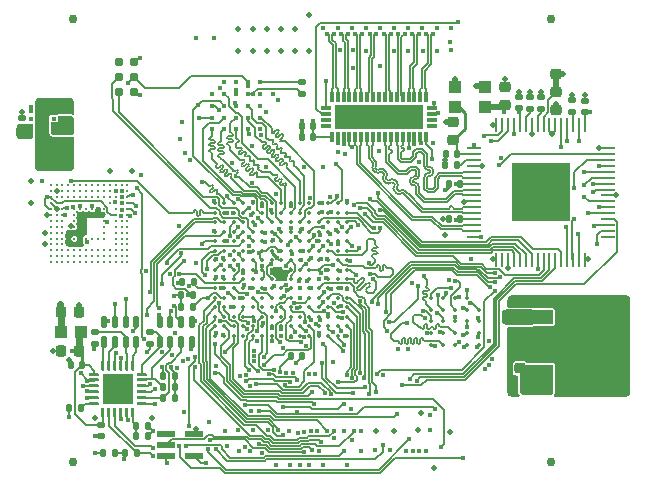
<source format=gtl>
%TF.GenerationSoftware,KiCad,Pcbnew,9.0.6-9.0.6~ubuntu24.04.1*%
%TF.CreationDate,2025-11-28T08:55:02+01:00*%
%TF.ProjectId,BB3plus CM5 STM32H7 module,42423370-6c75-4732-9043-4d352053544d,r1B1*%
%TF.SameCoordinates,Original*%
%TF.FileFunction,Copper,L1,Top*%
%TF.FilePolarity,Positive*%
%FSLAX46Y46*%
G04 Gerber Fmt 4.6, Leading zero omitted, Abs format (unit mm)*
G04 Created by KiCad (PCBNEW 9.0.6-9.0.6~ubuntu24.04.1) date 2025-11-28 08:55:02*
%MOMM*%
%LPD*%
G01*
G04 APERTURE LIST*
G04 Aperture macros list*
%AMRoundRect*
0 Rectangle with rounded corners*
0 $1 Rounding radius*
0 $2 $3 $4 $5 $6 $7 $8 $9 X,Y pos of 4 corners*
0 Add a 4 corners polygon primitive as box body*
4,1,4,$2,$3,$4,$5,$6,$7,$8,$9,$2,$3,0*
0 Add four circle primitives for the rounded corners*
1,1,$1+$1,$2,$3*
1,1,$1+$1,$4,$5*
1,1,$1+$1,$6,$7*
1,1,$1+$1,$8,$9*
0 Add four rect primitives between the rounded corners*
20,1,$1+$1,$2,$3,$4,$5,0*
20,1,$1+$1,$4,$5,$6,$7,0*
20,1,$1+$1,$6,$7,$8,$9,0*
20,1,$1+$1,$8,$9,$2,$3,0*%
G04 Aperture macros list end*
%TA.AperFunction,EtchedComponent*%
%ADD10C,0.000000*%
%TD*%
%TA.AperFunction,SMDPad,CuDef*%
%ADD11RoundRect,0.135000X0.135000X0.185000X-0.135000X0.185000X-0.135000X-0.185000X0.135000X-0.185000X0*%
%TD*%
%TA.AperFunction,SMDPad,CuDef*%
%ADD12RoundRect,0.225000X-0.225000X-0.250000X0.225000X-0.250000X0.225000X0.250000X-0.225000X0.250000X0*%
%TD*%
%TA.AperFunction,SMDPad,CuDef*%
%ADD13RoundRect,0.050800X0.499200X-0.449200X0.499200X0.449200X-0.499200X0.449200X-0.499200X-0.449200X0*%
%TD*%
%TA.AperFunction,SMDPad,CuDef*%
%ADD14RoundRect,0.140000X-0.140000X-0.170000X0.140000X-0.170000X0.140000X0.170000X-0.140000X0.170000X0*%
%TD*%
%TA.AperFunction,SMDPad,CuDef*%
%ADD15RoundRect,0.135000X-0.185000X0.135000X-0.185000X-0.135000X0.185000X-0.135000X0.185000X0.135000X0*%
%TD*%
%TA.AperFunction,SMDPad,CuDef*%
%ADD16RoundRect,0.140000X0.170000X-0.140000X0.170000X0.140000X-0.170000X0.140000X-0.170000X-0.140000X0*%
%TD*%
%TA.AperFunction,SMDPad,CuDef*%
%ADD17RoundRect,0.140000X0.140000X0.170000X-0.140000X0.170000X-0.140000X-0.170000X0.140000X-0.170000X0*%
%TD*%
%TA.AperFunction,SMDPad,CuDef*%
%ADD18C,0.750000*%
%TD*%
%TA.AperFunction,SMDPad,CuDef*%
%ADD19C,0.355600*%
%TD*%
%TA.AperFunction,SMDPad,CuDef*%
%ADD20RoundRect,0.225000X0.250000X-0.225000X0.250000X0.225000X-0.250000X0.225000X-0.250000X-0.225000X0*%
%TD*%
%TA.AperFunction,SMDPad,CuDef*%
%ADD21R,0.228600X1.143000*%
%TD*%
%TA.AperFunction,SMDPad,CuDef*%
%ADD22R,1.143000X0.228600*%
%TD*%
%TA.AperFunction,SMDPad,CuDef*%
%ADD23R,5.000000X5.000000*%
%TD*%
%TA.AperFunction,SMDPad,CuDef*%
%ADD24RoundRect,0.225000X-0.250000X0.225000X-0.250000X-0.225000X0.250000X-0.225000X0.250000X0.225000X0*%
%TD*%
%TA.AperFunction,SMDPad,CuDef*%
%ADD25C,0.370000*%
%TD*%
%TA.AperFunction,SMDPad,CuDef*%
%ADD26R,0.300000X0.850000*%
%TD*%
%TA.AperFunction,SMDPad,CuDef*%
%ADD27R,0.850000X0.300000*%
%TD*%
%TA.AperFunction,SMDPad,CuDef*%
%ADD28R,7.550000X2.050000*%
%TD*%
%TA.AperFunction,SMDPad,CuDef*%
%ADD29RoundRect,0.135000X0.185000X-0.135000X0.185000X0.135000X-0.185000X0.135000X-0.185000X-0.135000X0*%
%TD*%
%TA.AperFunction,SMDPad,CuDef*%
%ADD30C,0.228600*%
%TD*%
%TA.AperFunction,SMDPad,CuDef*%
%ADD31RoundRect,0.225000X0.225000X0.250000X-0.225000X0.250000X-0.225000X-0.250000X0.225000X-0.250000X0*%
%TD*%
%TA.AperFunction,SMDPad,CuDef*%
%ADD32RoundRect,0.050800X-0.901700X-0.520700X0.901700X-0.520700X0.901700X0.520700X-0.901700X0.520700X0*%
%TD*%
%TA.AperFunction,SMDPad,CuDef*%
%ADD33RoundRect,0.050800X-1.536700X-2.489200X1.536700X-2.489200X1.536700X2.489200X-1.536700X2.489200X0*%
%TD*%
%TA.AperFunction,SMDPad,CuDef*%
%ADD34RoundRect,0.140000X-0.170000X0.140000X-0.170000X-0.140000X0.170000X-0.140000X0.170000X0.140000X0*%
%TD*%
%TA.AperFunction,SMDPad,CuDef*%
%ADD35RoundRect,0.135000X-0.135000X-0.185000X0.135000X-0.185000X0.135000X0.185000X-0.135000X0.185000X0*%
%TD*%
%TA.AperFunction,SMDPad,CuDef*%
%ADD36R,0.449999X0.299999*%
%TD*%
%TA.AperFunction,SMDPad,CuDef*%
%ADD37R,1.000000X1.599999*%
%TD*%
%TA.AperFunction,SMDPad,CuDef*%
%ADD38RoundRect,0.050800X0.199200X0.449200X-0.199200X0.449200X-0.199200X-0.449200X0.199200X-0.449200X0*%
%TD*%
%TA.AperFunction,SMDPad,CuDef*%
%ADD39RoundRect,0.393700X0.000010X-0.000010X0.000010X0.000010X-0.000010X0.000010X-0.000010X-0.000010X0*%
%TD*%
%TA.AperFunction,SMDPad,CuDef*%
%ADD40RoundRect,0.050800X-0.685800X-0.228600X0.685800X-0.228600X0.685800X0.228600X-0.685800X0.228600X0*%
%TD*%
%TA.AperFunction,SMDPad,CuDef*%
%ADD41RoundRect,0.050800X-0.449200X-0.499200X0.449200X-0.499200X0.449200X0.499200X-0.449200X0.499200X0*%
%TD*%
%TA.AperFunction,SMDPad,CuDef*%
%ADD42RoundRect,0.050800X-0.076200X-0.381000X0.076200X-0.381000X0.076200X0.381000X-0.076200X0.381000X0*%
%TD*%
%TA.AperFunction,SMDPad,CuDef*%
%ADD43RoundRect,0.050800X-0.381000X0.076200X-0.381000X-0.076200X0.381000X-0.076200X0.381000X0.076200X0*%
%TD*%
%TA.AperFunction,SMDPad,CuDef*%
%ADD44RoundRect,0.050800X1.244600X-1.244600X1.244600X1.244600X-1.244600X1.244600X-1.244600X-1.244600X0*%
%TD*%
%TA.AperFunction,ViaPad*%
%ADD45C,0.420000*%
%TD*%
%TA.AperFunction,ViaPad*%
%ADD46C,0.450000*%
%TD*%
%TA.AperFunction,ViaPad*%
%ADD47C,0.500000*%
%TD*%
%TA.AperFunction,Conductor*%
%ADD48C,0.152400*%
%TD*%
%TA.AperFunction,Conductor*%
%ADD49C,0.254000*%
%TD*%
%TA.AperFunction,Conductor*%
%ADD50C,0.127000*%
%TD*%
%TA.AperFunction,Conductor*%
%ADD51C,0.609600*%
%TD*%
%TA.AperFunction,Conductor*%
%ADD52C,0.203200*%
%TD*%
%TA.AperFunction,Conductor*%
%ADD53C,0.508000*%
%TD*%
G04 APERTURE END LIST*
D10*
%TA.AperFunction,EtchedComponent*%
%TO.C,JP1*%
G36*
X142676700Y-79225200D02*
G01*
X142143300Y-79225200D01*
X142143300Y-78564800D01*
X142676700Y-78564800D01*
X142676700Y-79225200D01*
G37*
%TD.AperFunction*%
%TD*%
D11*
%TO.P,R2,1,1*%
%TO.N,SCL*%
X111700000Y-96890000D03*
%TO.P,R2,2,2*%
%TO.N,+3V3*%
X110680000Y-96890000D03*
%TD*%
D12*
%TO.P,C55,1,1*%
%TO.N,+3V3*%
X100445000Y-98320000D03*
%TO.P,C55,2,2*%
%TO.N,GND*%
X101995000Y-98320000D03*
%TD*%
D13*
%TO.P,FB4,1*%
%TO.N,/DVID converter\u002C NOR Flash/PVDD*%
X133840000Y-80930000D03*
%TO.P,FB4,2*%
%TO.N,+3V3*%
X133840000Y-79230000D03*
%TD*%
D11*
%TO.P,R19,1,1*%
%TO.N,Net-(IC8-TFADJ)*%
X134000000Y-85850000D03*
%TO.P,R19,2,2*%
%TO.N,GND*%
X132980000Y-85850000D03*
%TD*%
D14*
%TO.P,C7,1,1*%
%TO.N,~{RESET_OUT}*%
X119940000Y-102020000D03*
%TO.P,C7,2,2*%
%TO.N,GND*%
X120900000Y-102020000D03*
%TD*%
D15*
%TO.P,R4,1,1*%
%TO.N,Net-(IC6-MDIO)*%
X108010000Y-100000000D03*
%TO.P,R4,2,2*%
%TO.N,+3V3*%
X108010000Y-101020000D03*
%TD*%
D16*
%TO.P,C6,1,1*%
%TO.N,+1V8*%
X100600000Y-82000000D03*
%TO.P,C6,2,2*%
%TO.N,GND*%
X100600000Y-81040000D03*
%TD*%
D17*
%TO.P,C63,1,1*%
%TO.N,/DVID converter\u002C NOR Flash/TVDD*%
X134265300Y-87416801D03*
%TO.P,C63,2,2*%
%TO.N,GND*%
X133305300Y-87416801D03*
%TD*%
D18*
%TO.P,FM1,*%
%TO.N,*%
X101500000Y-73500000D03*
%TD*%
D19*
%TO.P,IC7,A2,DQ10*%
%TO.N,XSPIM_P1_IO10*%
X135849994Y-98095000D03*
%TO.P,IC7,A3,~{CE}*%
%TO.N,~{XSPI_M_P1_CS}*%
X135849994Y-99095000D03*
%TO.P,IC7,A4,DQ11*%
%TO.N,XSPIM_P1_IO11*%
X135849994Y-100095000D03*
%TO.P,IC7,A5,DQ12*%
%TO.N,XSPIM_P1_IO12*%
X135849994Y-101095000D03*
%TO.P,IC7,B1,DQ9*%
%TO.N,XSPIM_P1_IO9*%
X134849996Y-97095000D03*
%TO.P,IC7,B2,CLK*%
%TO.N,XSPI_M_P1_CLK*%
X134849996Y-98095000D03*
%TO.P,IC7,B3,DQS/DM1*%
%TO.N,XSPI_M_P1_DQS1*%
X134849996Y-99095000D03*
%TO.P,IC7,B4,DQ13*%
%TO.N,XSPIM_P1_IO13*%
X134849996Y-100095000D03*
%TO.P,IC7,B5,DQ14*%
%TO.N,XSPIM_P1_IO14*%
X134849996Y-101095000D03*
%TO.P,IC7,C1,VSS*%
%TO.N,GND*%
X133849998Y-97095000D03*
%TO.P,IC7,C2,DQ8*%
%TO.N,XSPIM_P1_IO8*%
X133849998Y-98095000D03*
%TO.P,IC7,C3,DQS/DM0*%
%TO.N,XSPI_M_P1_DQS0*%
X133849998Y-99095000D03*
%TO.P,IC7,C4,ADQ2*%
%TO.N,XSPIM_P1_IO2*%
X133849998Y-100095000D03*
%TO.P,IC7,C5,DQ15*%
%TO.N,XSPIM_P1_IO15*%
X133849998Y-101095000D03*
%TO.P,IC7,D1,VDD*%
%TO.N,+1V8*%
X132850000Y-97095000D03*
%TO.P,IC7,D2,ADQ1*%
%TO.N,XSPIM_P1_IO1*%
X132850000Y-98095000D03*
%TO.P,IC7,D3,ADQ0*%
%TO.N,XSPIM_P1_IO0*%
X132850000Y-99095000D03*
%TO.P,IC7,D4,ADQ3*%
%TO.N,XSPIM_P1_IO3*%
X132850000Y-100095000D03*
%TO.P,IC7,D5,ADQ4*%
%TO.N,XSPIM_P1_IO4*%
X132850000Y-101095000D03*
%TO.P,IC7,E1,ADQ7*%
%TO.N,XSPIM_P1_IO7*%
X131850002Y-97095000D03*
%TO.P,IC7,E2,ADQ6*%
%TO.N,XSPIM_P1_IO6*%
X131850002Y-98095000D03*
%TO.P,IC7,E3,ADQ5*%
%TO.N,XSPIM_P1_IO5*%
X131850002Y-99095000D03*
%TO.P,IC7,E4,VDD*%
%TO.N,+1V8*%
X131850002Y-100095000D03*
%TO.P,IC7,E5,VSS*%
%TO.N,GND*%
X131850002Y-101095000D03*
%TD*%
D20*
%TO.P,C1,1,1*%
%TO.N,GND*%
X139340000Y-100110000D03*
%TO.P,C1,2,2*%
%TO.N,/CM5 socket/+5V_IN*%
X139340000Y-98560000D03*
%TD*%
D21*
%TO.P,IC8,1,DVDD*%
%TO.N,/DVID converter\u002C NOR Flash/DVDD*%
X144840000Y-82493100D03*
%TO.P,IC8,2,DE*%
%TO.N,LTDC_DE*%
X144340001Y-82493100D03*
%TO.P,IC8,3,VREF*%
%TO.N,Net-(IC8-VREF)*%
X143840000Y-82493100D03*
%TO.P,IC8,4,HSYNC*%
%TO.N,LTDC_HSYNC*%
X143340001Y-82493100D03*
%TO.P,IC8,5,VSYNC*%
%TO.N,LTDC_VSYNC*%
X142839999Y-82493100D03*
%TO.P,IC8,6,CTL3/A3/DK3*%
%TO.N,GND*%
X142340000Y-82493100D03*
%TO.P,IC8,7,CTL2/A2/DK2*%
X141840001Y-82493100D03*
%TO.P,IC8,8,CTL1/A1/DK1*%
%TO.N,Net-(IC8-CTL1{slash}A1{slash}DK1)*%
X141340000Y-82493100D03*
%TO.P,IC8,9,EDGE/HTPLG*%
%TO.N,Net-(IC8-EDGE{slash}HTPLG)*%
X140840000Y-82493100D03*
%TO.P,IC8,10,~{PD}*%
%TO.N,GND*%
X140339999Y-82493100D03*
%TO.P,IC8,11,MSEN/PO1*%
%TO.N,Net-(IC8-MSEN{slash}PO1)*%
X139840000Y-82493100D03*
%TO.P,IC8,12,DVDD*%
%TO.N,/DVID converter\u002C NOR Flash/DVDD*%
X139340001Y-82493100D03*
%TO.P,IC8,13,ISEL/~{RST}*%
%TO.N,~{RESET_OUT}*%
X138839999Y-82493100D03*
%TO.P,IC8,14,DSEL/SDA*%
%TO.N,SDA*%
X138340000Y-82493100D03*
%TO.P,IC8,15,BSEL/SCL*%
%TO.N,SCL*%
X137839999Y-82493100D03*
%TO.P,IC8,16,DGND*%
%TO.N,GND*%
X137340000Y-82493100D03*
D22*
%TO.P,IC8,17,PGND*%
X135413100Y-84420000D03*
%TO.P,IC8,18,PVDD*%
%TO.N,/DVID converter\u002C NOR Flash/PVDD*%
X135413100Y-84919999D03*
%TO.P,IC8,19,TFADJ*%
%TO.N,Net-(IC8-TFADJ)*%
X135413100Y-85420000D03*
%TO.P,IC8,20,TGND*%
%TO.N,GND*%
X135413100Y-85919999D03*
%TO.P,IC8,21,TXC-*%
%TO.N,/DVID converter\u002C NOR Flash/TXC-*%
X135413100Y-86420001D03*
%TO.P,IC8,22,TXC+*%
%TO.N,/DVID converter\u002C NOR Flash/TXC+*%
X135413100Y-86920000D03*
%TO.P,IC8,23,TVDD*%
%TO.N,/DVID converter\u002C NOR Flash/TVDD*%
X135413100Y-87419999D03*
%TO.P,IC8,24,TX0-*%
%TO.N,/DVID converter\u002C NOR Flash/TX0-*%
X135413100Y-87920000D03*
%TO.P,IC8,25,TX0+*%
%TO.N,/DVID converter\u002C NOR Flash/TX0+*%
X135413100Y-88420000D03*
%TO.P,IC8,26,TGND*%
%TO.N,GND*%
X135413100Y-88920001D03*
%TO.P,IC8,27,TX1-*%
%TO.N,/DVID converter\u002C NOR Flash/TX1-*%
X135413100Y-89420000D03*
%TO.P,IC8,28,TX1+*%
%TO.N,/DVID converter\u002C NOR Flash/TX1+*%
X135413100Y-89919999D03*
%TO.P,IC8,29,TVDD*%
%TO.N,/DVID converter\u002C NOR Flash/TVDD*%
X135413100Y-90420001D03*
%TO.P,IC8,30,TX2-*%
%TO.N,/DVID converter\u002C NOR Flash/TX2-*%
X135413100Y-90920000D03*
%TO.P,IC8,31,TX2+*%
%TO.N,/DVID converter\u002C NOR Flash/TX2+*%
X135413100Y-91420001D03*
%TO.P,IC8,32,TGND*%
%TO.N,GND*%
X135413100Y-91920000D03*
D21*
%TO.P,IC8,33,DVDD*%
%TO.N,/DVID converter\u002C NOR Flash/DVDD*%
X137340000Y-93846900D03*
%TO.P,IC8,34,RESERVED*%
%TO.N,unconnected-(IC8-RESERVED-Pad34)*%
X137839999Y-93846900D03*
%TO.P,IC8,35,DKEN*%
%TO.N,GND*%
X138340000Y-93846900D03*
%TO.P,IC8,36,DATA23*%
%TO.N,LTDC_G7*%
X138839999Y-93846900D03*
%TO.P,IC8,37,DATA22*%
%TO.N,LTDC_G6*%
X139340001Y-93846900D03*
%TO.P,IC8,38,DATA21*%
%TO.N,LTDC_G5*%
X139840000Y-93846900D03*
%TO.P,IC8,39,DATA20*%
%TO.N,LTDC_G4*%
X140339999Y-93846900D03*
%TO.P,IC8,40,DATA19*%
%TO.N,LTDC_R3*%
X140840000Y-93846900D03*
%TO.P,IC8,41,DATA18*%
%TO.N,LTDC_R2*%
X141340000Y-93846900D03*
%TO.P,IC8,42,DATA17*%
%TO.N,LTDC_R1*%
X141840001Y-93846900D03*
%TO.P,IC8,43,DATA16*%
%TO.N,LTDC_R0*%
X142340000Y-93846900D03*
%TO.P,IC8,44,DATA15*%
%TO.N,LTDC_R7*%
X142839999Y-93846900D03*
%TO.P,IC8,45,DATA14*%
%TO.N,LTDC_R6*%
X143340001Y-93846900D03*
%TO.P,IC8,46,DATA13*%
%TO.N,LTDC_R5*%
X143840000Y-93846900D03*
%TO.P,IC8,47,DATA12*%
%TO.N,LTDC_R4*%
X144340001Y-93846900D03*
%TO.P,IC8,48,DGND*%
%TO.N,GND*%
X144840000Y-93846900D03*
D22*
%TO.P,IC8,49,NC*%
%TO.N,unconnected-(IC8-NC-Pad49)*%
X146766900Y-91920000D03*
%TO.P,IC8,50,DATA11*%
%TO.N,LTDC_G3*%
X146766900Y-91420001D03*
%TO.P,IC8,51,DATA10*%
%TO.N,LTDC_G2*%
X146766900Y-90920000D03*
%TO.P,IC8,52,DATA9*%
%TO.N,LTDC_G1*%
X146766900Y-90420001D03*
%TO.P,IC8,53,DATA8*%
%TO.N,LTDC_G0*%
X146766900Y-89919999D03*
%TO.P,IC8,54,DATA7*%
%TO.N,LTDC_B7*%
X146766900Y-89420000D03*
%TO.P,IC8,55,DATA6*%
%TO.N,LTDC_B6*%
X146766900Y-88920001D03*
%TO.P,IC8,56,IDCK-*%
%TO.N,GND*%
X146766900Y-88420000D03*
%TO.P,IC8,57,IDCK+*%
%TO.N,LTDC_CLK*%
X146766900Y-87920000D03*
%TO.P,IC8,58,DATA5*%
%TO.N,LTDC_B5*%
X146766900Y-87419999D03*
%TO.P,IC8,59,DATA4*%
%TO.N,LTDC_B4*%
X146766900Y-86920000D03*
%TO.P,IC8,60,DATA3*%
%TO.N,LTDC_B3*%
X146766900Y-86420001D03*
%TO.P,IC8,61,DATA2*%
%TO.N,LTDC_B2*%
X146766900Y-85919999D03*
%TO.P,IC8,62,DATA1*%
%TO.N,LTDC_B1*%
X146766900Y-85420000D03*
%TO.P,IC8,63,DATA0*%
%TO.N,LTDC_B0*%
X146766900Y-84919999D03*
%TO.P,IC8,64,DGND*%
%TO.N,GND*%
X146766900Y-84420000D03*
D23*
%TO.P,IC8,65,EPAD*%
X141090000Y-88170000D03*
%TD*%
D16*
%TO.P,C61,1,1*%
%TO.N,/DVID converter\u002C NOR Flash/DVDD*%
X144845300Y-81346801D03*
%TO.P,C61,2,2*%
%TO.N,GND*%
X144845300Y-80386801D03*
%TD*%
D24*
%TO.P,C2,1,1*%
%TO.N,GND*%
X139347076Y-101520000D03*
%TO.P,C2,2,2*%
%TO.N,+3V3*%
X139347076Y-103070000D03*
%TD*%
D13*
%TO.P,FB3,1*%
%TO.N,/DVID converter\u002C NOR Flash/DVDD*%
X136420000Y-80920000D03*
%TO.P,FB3,2*%
%TO.N,+3V3*%
X136420000Y-79220000D03*
%TD*%
D25*
%TO.P,IC10,A2,NC*%
%TO.N,unconnected-(IC10-NC-PadA2)*%
X114300000Y-78830000D03*
%TO.P,IC10,A3,NC*%
%TO.N,unconnected-(IC10-NC-PadA3)*%
X115300000Y-78830000D03*
%TO.P,IC10,A4,~{RESET}*%
%TO.N,~{RESET_OUT}*%
X116300000Y-78830000D03*
%TO.P,IC10,A5,~{ECS}*%
%TO.N,Net-(IC10-~{ECS})*%
X117300000Y-78830000D03*
%TO.P,IC10,B1,DNU*%
%TO.N,unconnected-(IC10-DNU-PadB1)*%
X113300000Y-79830000D03*
%TO.P,IC10,B2,SCLK*%
%TO.N,XSPIM_P2_CLK*%
X114300000Y-79830000D03*
%TO.P,IC10,B3,GND*%
%TO.N,GND*%
X115300000Y-79830000D03*
%TO.P,IC10,B4,VCC*%
%TO.N,+1V8*%
X116300000Y-79830000D03*
%TO.P,IC10,B5,DNU*%
%TO.N,unconnected-(IC10-DNU-PadB5)*%
X117300000Y-79830000D03*
%TO.P,IC10,C1,VSSQ*%
%TO.N,GND*%
X113300000Y-80830000D03*
%TO.P,IC10,C2,~{CS}*%
%TO.N,~{XSPIM_P2_CS1}*%
X114300000Y-80830000D03*
%TO.P,IC10,C3,DQS*%
%TO.N,XSPIM_P2_DQS0*%
X115300000Y-80830000D03*
%TO.P,IC10,C4,SIO2*%
%TO.N,XSPIM_P2_IO2*%
X116300000Y-80830000D03*
%TO.P,IC10,C5,NC*%
%TO.N,unconnected-(IC10-NC-PadC5)*%
X117300000Y-80830000D03*
%TO.P,IC10,D1,VCCQ*%
%TO.N,+1V8*%
X113300000Y-81830000D03*
%TO.P,IC10,D2,SIO1*%
%TO.N,XSPIM_P2_IO1*%
X114300000Y-81830000D03*
%TO.P,IC10,D3,SIO0*%
%TO.N,XSPIM_P2_IO0*%
X115300000Y-81830000D03*
%TO.P,IC10,D4,SIO3*%
%TO.N,XSPIM_P2_IO3*%
X116300000Y-81830000D03*
%TO.P,IC10,D5,SIO4*%
%TO.N,XSPIM_P2_IO4*%
X117300000Y-81830000D03*
%TO.P,IC10,E1,SIO7*%
%TO.N,XSPIM_P2_IO7*%
X113300000Y-82830000D03*
%TO.P,IC10,E2,SIO6*%
%TO.N,XSPIM_P2_IO6*%
X114300000Y-82830000D03*
%TO.P,IC10,E3,SIO5*%
%TO.N,XSPIM_P2_IO5*%
X115300000Y-82830000D03*
%TO.P,IC10,E4,VCCQ*%
%TO.N,+1V8*%
X116300000Y-82830000D03*
%TO.P,IC10,E5,VSSQ*%
%TO.N,GND*%
X117300000Y-82830000D03*
%TD*%
D26*
%TO.P,IC9,1,VCC*%
%TO.N,+3V3*%
X123410000Y-83505000D03*
%TO.P,IC9,2,EN*%
%TO.N,~{RESET_OUT}*%
X123909999Y-83505000D03*
%TO.P,IC9,3,SCL*%
%TO.N,SCL*%
X124410001Y-83505000D03*
%TO.P,IC9,4,SDA*%
%TO.N,SDA*%
X124910000Y-83505000D03*
%TO.P,IC9,5,D0+*%
%TO.N,/DVID converter\u002C NOR Flash/TX2+*%
X125409999Y-83505000D03*
%TO.P,IC9,6,D0-*%
%TO.N,/DVID converter\u002C NOR Flash/TX2-*%
X125910000Y-83505000D03*
%TO.P,IC9,7,D1+*%
%TO.N,/DVID converter\u002C NOR Flash/TX1+*%
X126409999Y-83505000D03*
%TO.P,IC9,8,D1-*%
%TO.N,/DVID converter\u002C NOR Flash/TX1-*%
X126910001Y-83505000D03*
%TO.P,IC9,9,NC_9*%
%TO.N,unconnected-(IC9-NC_9-Pad9)*%
X127410000Y-83505000D03*
%TO.P,IC9,10,D2+*%
%TO.N,/DVID converter\u002C NOR Flash/TX0+*%
X127909999Y-83505000D03*
%TO.P,IC9,11,D2-*%
%TO.N,/DVID converter\u002C NOR Flash/TX0-*%
X128410001Y-83505000D03*
%TO.P,IC9,12,D3+*%
%TO.N,/DVID converter\u002C NOR Flash/TXC+*%
X128910000Y-83505000D03*
%TO.P,IC9,13,D3-*%
%TO.N,/DVID converter\u002C NOR Flash/TXC-*%
X129410001Y-83505000D03*
%TO.P,IC9,14,HPD*%
%TO.N,DVID_HPD*%
X129910000Y-83505000D03*
%TO.P,IC9,15,CEC*%
%TO.N,DVID_CEC*%
X130409999Y-83505000D03*
%TO.P,IC9,16,SEL1*%
%TO.N,DVID_SEL1*%
X130910001Y-83505000D03*
%TO.P,IC9,17,SEL2*%
%TO.N,DVID_SEL2*%
X131410000Y-83505000D03*
D27*
%TO.P,IC9,18,CEC_A*%
%TO.N,unconnected-(IC9-CEC_A-Pad18)*%
X131885000Y-82530189D03*
%TO.P,IC9,19,HPD_A*%
%TO.N,unconnected-(IC9-HPD_A-Pad19)*%
X131885000Y-82030063D03*
%TO.P,IC9,20,CEC_B*%
%TO.N,REAR_DVID_CEC*%
X131885000Y-81529937D03*
%TO.P,IC9,21,HPD_B*%
%TO.N,REAR_DVID_HPD*%
X131885000Y-81029811D03*
D26*
%TO.P,IC9,22,D3-B*%
%TO.N,REAR_DVID_CLK_N*%
X131410000Y-80055000D03*
%TO.P,IC9,23,D3+B*%
%TO.N,REAR_DVID_CLK_P*%
X130910001Y-80055000D03*
%TO.P,IC9,24,D2-B*%
%TO.N,REAR_DVID_TX0_N*%
X130409999Y-80055000D03*
%TO.P,IC9,25,D2+B*%
%TO.N,REAR_DVID_TX0_P*%
X129910000Y-80055000D03*
%TO.P,IC9,26,D1-B*%
%TO.N,REAR_DVID_TX1_N*%
X129410001Y-80055000D03*
%TO.P,IC9,27,D1+B*%
%TO.N,REAR_DVID_TX1_P*%
X128910000Y-80055000D03*
%TO.P,IC9,28,D0-B*%
%TO.N,REAR_DVID_TX2_N*%
X128410001Y-80055000D03*
%TO.P,IC9,29,D0+B*%
%TO.N,REAR_DVID_TX2_P*%
X127909999Y-80055000D03*
%TO.P,IC9,30,NC_30*%
%TO.N,unconnected-(IC9-NC_30-Pad30)*%
X127410000Y-80055000D03*
%TO.P,IC9,31,D3-A*%
%TO.N,TFT_DVID_CLK_N*%
X126910001Y-80055000D03*
%TO.P,IC9,32,D3+A*%
%TO.N,TFT_DVID_CLK_P*%
X126409999Y-80055000D03*
%TO.P,IC9,33,D2-A*%
%TO.N,TFT_DVID_TX0_N*%
X125910000Y-80055000D03*
%TO.P,IC9,34,D2+A*%
%TO.N,TFT_DVID_TX0_P*%
X125409999Y-80055000D03*
%TO.P,IC9,35,D1-A*%
%TO.N,TFT_DVID_TX1_N*%
X124910000Y-80055000D03*
%TO.P,IC9,36,D1+A*%
%TO.N,TFT_DVID_TX1_P*%
X124410001Y-80055000D03*
%TO.P,IC9,37,D0-A*%
%TO.N,TFT_DVID_TX2_N*%
X123909999Y-80055000D03*
%TO.P,IC9,38,D0+A*%
%TO.N,TFT_DVID_TX2_P*%
X123410000Y-80055000D03*
D27*
%TO.P,IC9,39,SDA_B*%
%TO.N,REAR_DVID_SDA*%
X122935000Y-81029811D03*
%TO.P,IC9,40,SCL_B*%
%TO.N,REAR_DVID_SCL*%
X122935000Y-81529937D03*
%TO.P,IC9,41,SDA_A*%
%TO.N,unconnected-(IC9-SDA_A-Pad41)*%
X122935000Y-82030063D03*
%TO.P,IC9,42,SCL_A*%
%TO.N,unconnected-(IC9-SCL_A-Pad42)*%
X122935000Y-82530189D03*
D28*
%TO.P,IC9,43,EPAD*%
%TO.N,GND*%
X127410000Y-81780000D03*
%TD*%
D15*
%TO.P,R8,1,1*%
%TO.N,Net-(IC6-NINT{slash}REFCLKO)*%
X103320700Y-100000000D03*
%TO.P,R8,2,2*%
%TO.N,+3V3*%
X103320700Y-101020000D03*
%TD*%
D17*
%TO.P,C71,1,1*%
%TO.N,+3V3*%
X121820000Y-82580000D03*
%TO.P,C71,2,2*%
%TO.N,GND*%
X120860000Y-82580000D03*
%TD*%
%TO.P,C51,1,1*%
%TO.N,GND*%
X107810700Y-108830000D03*
%TO.P,C51,2,2*%
%TO.N,Net-(IC6-VDDCR)*%
X106850700Y-108830000D03*
%TD*%
D29*
%TO.P,R20,1,1*%
%TO.N,Net-(IC8-EDGE{slash}HTPLG)*%
X141120000Y-81090000D03*
%TO.P,R20,2,2*%
%TO.N,+3V3*%
X141120000Y-80070000D03*
%TD*%
D18*
%TO.P,FM3,*%
%TO.N,*%
X101500000Y-111000000D03*
%TD*%
D30*
%TO.P,IC5,*%
%TO.N,*%
X106110819Y-87569181D03*
X105610693Y-87569181D03*
X105110567Y-87569181D03*
X104610441Y-87569181D03*
X104110315Y-87569181D03*
X103610189Y-87569181D03*
X103110063Y-87569181D03*
X102609937Y-87569181D03*
X102109811Y-87569181D03*
X101609685Y-87569181D03*
X101109559Y-87569181D03*
X100609433Y-87569181D03*
X100109307Y-87569181D03*
X99609181Y-87569181D03*
X106110819Y-88069307D03*
X104610441Y-88069307D03*
X104110315Y-88069307D03*
X103610189Y-88069307D03*
X103110063Y-88069307D03*
X102609937Y-88069307D03*
X102109811Y-88069307D03*
X101609685Y-88069307D03*
X101109559Y-88069307D03*
X100609433Y-88069307D03*
X99609181Y-88069307D03*
X105110567Y-88569433D03*
X104610441Y-88569433D03*
X104110315Y-88569433D03*
X103610189Y-88569433D03*
X102609937Y-88569433D03*
X102109811Y-88569433D03*
X101609685Y-88569433D03*
X101109559Y-88569433D03*
X100609433Y-88569433D03*
X100109307Y-88569433D03*
X104610441Y-89069559D03*
X105110567Y-89569685D03*
X100109307Y-90069811D03*
X105610693Y-90569937D03*
X105110567Y-90569937D03*
X100609433Y-90569937D03*
X100109307Y-90569937D03*
X106110819Y-91070063D03*
X105610693Y-91070063D03*
X105110567Y-91070063D03*
X100609433Y-91070063D03*
X100109307Y-91070063D03*
X99609181Y-91070063D03*
X106110819Y-91570189D03*
X105610693Y-91570189D03*
X105110567Y-91570189D03*
X100609433Y-91570189D03*
X100109307Y-91570189D03*
X99609181Y-91570189D03*
X106110819Y-92070315D03*
X105610693Y-92070315D03*
X105110567Y-92070315D03*
X100609433Y-92070315D03*
X100109307Y-92070315D03*
X106110819Y-92570441D03*
X105610693Y-92570441D03*
X105110567Y-92570441D03*
X100609433Y-92570441D03*
X100109307Y-92570441D03*
X99609181Y-92570441D03*
X106110819Y-93070567D03*
X105610693Y-93070567D03*
X105110567Y-93070567D03*
X104610441Y-93070567D03*
X104110315Y-93070567D03*
X103610189Y-93070567D03*
X103110063Y-93070567D03*
X102609937Y-93070567D03*
X102109811Y-93070567D03*
X101609685Y-93070567D03*
X101109559Y-93070567D03*
X100609433Y-93070567D03*
X100109307Y-93070567D03*
X99609181Y-93070567D03*
X106110819Y-93570693D03*
X105610693Y-93570693D03*
X105110567Y-93570693D03*
X104610441Y-93570693D03*
X104110315Y-93570693D03*
X103610189Y-93570693D03*
X103110063Y-93570693D03*
X102609937Y-93570693D03*
X102109811Y-93570693D03*
X101609685Y-93570693D03*
X101109559Y-93570693D03*
X100609433Y-93570693D03*
X100109307Y-93570693D03*
X99609181Y-93570693D03*
X106110819Y-94070819D03*
X105610693Y-94070819D03*
X105110567Y-94070819D03*
X104610441Y-94070819D03*
X104110315Y-94070819D03*
X103610189Y-94070819D03*
X103110063Y-94070819D03*
X102609937Y-94070819D03*
X102109811Y-94070819D03*
X101609685Y-94070819D03*
X101109559Y-94070819D03*
X100609433Y-94070819D03*
X100109307Y-94070819D03*
X99609181Y-94070819D03*
%TO.P,IC5,A3,DAT0*%
%TO.N,SDMMC_D0*%
X106110819Y-88569433D03*
%TO.P,IC5,A4,DAT1*%
%TO.N,SDMMC_D1*%
X106110819Y-89069559D03*
%TO.P,IC5,A5,DAT2*%
%TO.N,SDMMC_D2*%
X106110819Y-89569685D03*
%TO.P,IC5,A6,VSS*%
%TO.N,GND*%
X106110819Y-90069811D03*
%TO.P,IC5,A7,RFU*%
%TO.N,unconnected-(IC5-RFU-PadA7)*%
X106110819Y-90569937D03*
%TO.P,IC5,B2,DAT3*%
%TO.N,SDMMC_D3*%
X105610693Y-88069307D03*
%TO.P,IC5,B3,DAT4*%
%TO.N,SDMMC_D4*%
X105610693Y-88569433D03*
%TO.P,IC5,B4,DAT5*%
%TO.N,SDMMC_D5*%
X105610693Y-89069559D03*
%TO.P,IC5,B5,DAT6*%
%TO.N,SDMMC_D6*%
X105610693Y-89569685D03*
%TO.P,IC5,B6,DAT7*%
%TO.N,SDMMC_D7*%
X105610693Y-90069811D03*
%TO.P,IC5,C2,VDDI*%
%TO.N,Net-(IC5-VDDI)*%
X105110567Y-88069307D03*
%TO.P,IC5,C4,VSSQ*%
%TO.N,GND*%
X105110567Y-89069559D03*
%TO.P,IC5,C6,VCCQ*%
%TO.N,+1V8*%
X105110567Y-90069811D03*
%TO.P,IC5,E5,RFU*%
%TO.N,unconnected-(IC5-RFU-PadE5)*%
X104110315Y-89569685D03*
%TO.P,IC5,E6,VCC*%
%TO.N,+3V3*%
X104110315Y-90069811D03*
%TO.P,IC5,E7,VSS*%
%TO.N,GND*%
X104110315Y-90569937D03*
%TO.P,IC5,E8,RFU*%
%TO.N,unconnected-(IC5-RFU-PadE8)*%
X104110315Y-91070063D03*
%TO.P,IC5,E9,RFU*%
%TO.N,unconnected-(IC5-RFU-PadE9)*%
X104110315Y-91570189D03*
%TO.P,IC5,E10,RFU*%
%TO.N,unconnected-(IC5-RFU-PadE10)*%
X104110315Y-92070315D03*
%TO.P,IC5,F5,VCC*%
%TO.N,+3V3*%
X103610189Y-89569685D03*
%TO.P,IC5,F10,RFU*%
%TO.N,unconnected-(IC5-RFU-PadF10)*%
X103610189Y-92070315D03*
%TO.P,IC5,G3,RFU*%
%TO.N,unconnected-(IC5-RFU-PadG3)*%
X103110063Y-88569433D03*
%TO.P,IC5,G5,VSS*%
%TO.N,GND*%
X103110063Y-89569685D03*
%TO.P,IC5,G10,RFU*%
%TO.N,unconnected-(IC5-RFU-PadG10)*%
X103110063Y-92070315D03*
%TO.P,IC5,H5,DATA_STROBE*%
%TO.N,unconnected-(IC5-DATA_STROBE-PadH5)*%
X102609937Y-89569685D03*
%TO.P,IC5,H10,VSS*%
%TO.N,GND*%
X102609937Y-92070315D03*
%TO.P,IC5,J5,VSS*%
X102109811Y-89569685D03*
%TO.P,IC5,J10,VCC*%
%TO.N,+3V3*%
X102109811Y-92070315D03*
%TO.P,IC5,K5,RST_N*%
%TO.N,~{RESET_OUT}*%
X101609685Y-89569685D03*
%TO.P,IC5,K6,RFU*%
%TO.N,unconnected-(IC5-RFU-PadK6)*%
X101609685Y-90069811D03*
%TO.P,IC5,K7,RFU*%
%TO.N,unconnected-(IC5-RFU-PadK7)*%
X101609685Y-90569937D03*
%TO.P,IC5,K8,VSS*%
%TO.N,GND*%
X101609685Y-91070063D03*
%TO.P,IC5,K9,VCC*%
%TO.N,+3V3*%
X101609685Y-91570189D03*
%TO.P,IC5,K10,RFU*%
%TO.N,unconnected-(IC5-RFU-PadK10)*%
X101609685Y-92070315D03*
%TO.P,IC5,M4,VCCQ*%
%TO.N,+1V8*%
X100609433Y-89069559D03*
%TO.P,IC5,M5,CMD*%
%TO.N,SDMMC_CMD*%
X100609433Y-89569685D03*
%TO.P,IC5,M6,CLK*%
%TO.N,SDMMC_CLK*%
X100609433Y-90069811D03*
%TO.P,IC5,N2,VSSQ*%
%TO.N,GND*%
X100109307Y-88069307D03*
%TO.P,IC5,N4,VCCQ*%
%TO.N,+1V8*%
X100109307Y-89069559D03*
%TO.P,IC5,N5,VSSQ*%
%TO.N,GND*%
X100109307Y-89569685D03*
%TO.P,IC5,P3,VCCQ*%
%TO.N,+1V8*%
X99609181Y-88569433D03*
%TO.P,IC5,P4,VSSQ*%
%TO.N,GND*%
X99609181Y-89069559D03*
%TO.P,IC5,P5,VCCQ*%
%TO.N,+1V8*%
X99609181Y-89569685D03*
%TO.P,IC5,P6,VSSQ*%
%TO.N,GND*%
X99609181Y-90069811D03*
%TO.P,IC5,P7,RFU*%
%TO.N,unconnected-(IC5-RFU-PadP7)*%
X99609181Y-90569937D03*
%TO.P,IC5,P10,RFU*%
%TO.N,unconnected-(IC5-RFU-PadP10)*%
X99609181Y-92070315D03*
%TD*%
D31*
%TO.P,C54,1,1*%
%TO.N,/Ethernet PHY\u002C PSRAM\u002C eMMC/+3V3_LAN*%
X102002000Y-101610000D03*
%TO.P,C54,2,2*%
%TO.N,GND*%
X100452000Y-101610000D03*
%TD*%
D14*
%TO.P,C50,1,1*%
%TO.N,Net-(IC6-VDDCR)*%
X106850700Y-107910000D03*
%TO.P,C50,2,2*%
%TO.N,GND*%
X107810700Y-107910000D03*
%TD*%
D32*
%TO.P,IC1,1,INPUT*%
%TO.N,/CM5 socket/+5V_IN*%
X141207076Y-98718600D03*
%TO.P,IC1,2,ADJ/GND*%
%TO.N,GND*%
X141207076Y-101030000D03*
%TO.P,IC1,3,OUTPUT*%
%TO.N,+3V3*%
X141207076Y-103341400D03*
D33*
%TO.P,IC1,4,ADJ/GND*%
%TO.N,GND*%
X146972876Y-101030000D03*
%TD*%
D18*
%TO.P,FM2,*%
%TO.N,*%
X142000000Y-73500000D03*
%TD*%
D34*
%TO.P,C52,1,1*%
%TO.N,/Ethernet PHY\u002C PSRAM\u002C eMMC/+3V3_LAN*%
X103840000Y-107870000D03*
%TO.P,C52,2,2*%
%TO.N,GND*%
X103840000Y-108830000D03*
%TD*%
D24*
%TO.P,C68,1,1*%
%TO.N,GND*%
X133690000Y-82215000D03*
%TO.P,C68,2,2*%
%TO.N,/DVID converter\u002C NOR Flash/PVDD*%
X133690000Y-83765000D03*
%TD*%
D18*
%TO.P,FM4,*%
%TO.N,*%
X142000000Y-111000000D03*
%TD*%
D35*
%TO.P,R7,1,1*%
%TO.N,Net-(IC6-RXD0{slash}MODE0)*%
X109120000Y-105580000D03*
%TO.P,R7,2,2*%
%TO.N,+3V3*%
X110140000Y-105580000D03*
%TD*%
D11*
%TO.P,R10,1,1*%
%TO.N,~{ETH_LINK100}*%
X106940000Y-110240000D03*
%TO.P,R10,2,2*%
%TO.N,GND*%
X105920000Y-110240000D03*
%TD*%
D17*
%TO.P,C62,1,1*%
%TO.N,/DVID converter\u002C NOR Flash/PVDD*%
X134000000Y-84926801D03*
%TO.P,C62,2,2*%
%TO.N,GND*%
X133040000Y-84926801D03*
%TD*%
%TO.P,C53,1,1*%
%TO.N,/Ethernet PHY\u002C PSRAM\u002C eMMC/+3V3_LAN*%
X102290000Y-102810000D03*
%TO.P,C53,2,2*%
%TO.N,GND*%
X101330000Y-102810000D03*
%TD*%
D36*
%TO.P,IC4,1,OUT*%
%TO.N,+1V8*%
X99869998Y-82570000D03*
%TO.P,IC4,2,NC*%
%TO.N,unconnected-(IC4-NC-Pad2)*%
X99869998Y-81919999D03*
%TO.P,IC4,3,GND*%
%TO.N,GND*%
X99869998Y-81270000D03*
%TO.P,IC4,4,EN*%
%TO.N,+3V3*%
X97920000Y-81270000D03*
%TO.P,IC4,5,NC*%
%TO.N,unconnected-(IC4-NC-Pad5)*%
X97920000Y-81919999D03*
%TO.P,IC4,6,IN*%
%TO.N,+3V3*%
X97920000Y-82570000D03*
D37*
%TO.P,IC4,7,TPAD*%
%TO.N,GND*%
X98894999Y-81919999D03*
%TD*%
D38*
%TO.P,RN2,1,1*%
%TO.N,ETH_RXD1*%
X111550000Y-99130000D03*
%TO.P,RN2,2,1*%
%TO.N,ETH_RXD0*%
X110650000Y-99130000D03*
%TO.P,RN2,3,1*%
%TO.N,ETH_CRS_DV*%
X109750000Y-99130000D03*
%TO.P,RN2,4,1*%
%TO.N,ETH_MDIO*%
X108850000Y-99130000D03*
%TO.P,RN2,5,2*%
%TO.N,Net-(IC6-MDIO)*%
X108850000Y-100830000D03*
%TO.P,RN2,6,2*%
%TO.N,Net-(IC6-CRS_DV{slash}MODE2)*%
X109750000Y-100830000D03*
%TO.P,RN2,7,2*%
%TO.N,Net-(IC6-RXD0{slash}MODE0)*%
X110650000Y-100830000D03*
%TO.P,RN2,8,2*%
%TO.N,Net-(IC6-RXD1{slash}MODE1)*%
X111550000Y-100830000D03*
%TD*%
D17*
%TO.P,C70,1,1*%
%TO.N,+3V3*%
X121820000Y-83500000D03*
%TO.P,C70,2,2*%
%TO.N,GND*%
X120860000Y-83500000D03*
%TD*%
D29*
%TO.P,R18,1,1*%
%TO.N,Net-(IC8-VREF)*%
X143770000Y-81390000D03*
%TO.P,R18,2,2*%
%TO.N,+3V3*%
X143770000Y-80370000D03*
%TD*%
D11*
%TO.P,R1,1,1*%
%TO.N,SDA*%
X111700000Y-97840000D03*
%TO.P,R1,2,2*%
%TO.N,+3V3*%
X110680000Y-97840000D03*
%TD*%
D16*
%TO.P,C3,1,1*%
%TO.N,+3V3*%
X97190000Y-82810000D03*
%TO.P,C3,2,2*%
%TO.N,GND*%
X97190000Y-81850000D03*
%TD*%
D39*
%TO.P,X1,1,VCC*%
%TO.N,+3V3*%
X106635000Y-79685000D03*
%TO.P,X1,2,SWDIO*%
%TO.N,/STM32H7 MCU/JTAG_SWDIO*%
X105365000Y-79685000D03*
%TO.P,X1,3,~{RESET}*%
%TO.N,~{RESET_OUT}*%
X106635000Y-78415000D03*
%TO.P,X1,4,SWCLK*%
%TO.N,/STM32H7 MCU/JTAG_SWCLK*%
X105365000Y-78415000D03*
%TO.P,X1,5,GND*%
%TO.N,GND*%
X106635000Y-77145000D03*
%TO.P,X1,6,SWO*%
%TO.N,unconnected-(X1-SWO-Pad6)*%
X105365000Y-77145000D03*
%TD*%
D40*
%TO.P,IC2,1,NC*%
%TO.N,unconnected-(IC2A-NC-Pad1)*%
X109380000Y-108600000D03*
%TO.P,IC2,2,A*%
%TO.N,/STM32H7 MCU/~{ACTIVE}*%
X109380000Y-109550000D03*
%TO.P,IC2,3,GND*%
%TO.N,GND*%
X109380000Y-110500000D03*
%TO.P,IC2,4,Y*%
%TO.N,~{LED_ACT}*%
X111767600Y-110500000D03*
%TO.P,IC2,5,VCC*%
%TO.N,+3V3*%
X111767600Y-108600000D03*
%TD*%
D15*
%TO.P,R22,1,1*%
%TO.N,Net-(IC10-~{ECS})*%
X120910000Y-78820000D03*
%TO.P,R22,2,2*%
%TO.N,+1V8*%
X120910000Y-79840000D03*
%TD*%
D17*
%TO.P,C65,1,1*%
%TO.N,/DVID converter\u002C NOR Flash/TVDD*%
X134265300Y-90406801D03*
%TO.P,C65,2,2*%
%TO.N,GND*%
X133305300Y-90406801D03*
%TD*%
D11*
%TO.P,R9,1,1*%
%TO.N,Net-(IC6-RBIAS)*%
X102160000Y-106440000D03*
%TO.P,R9,2,2*%
%TO.N,GND*%
X101140000Y-106440000D03*
%TD*%
D35*
%TO.P,R6,1,1*%
%TO.N,Net-(IC6-CRS_DV{slash}MODE2)*%
X109120000Y-104640000D03*
%TO.P,R6,2,2*%
%TO.N,+3V3*%
X110140000Y-104640000D03*
%TD*%
D41*
%TO.P,FB2,1*%
%TO.N,+3V3*%
X100453000Y-99960000D03*
%TO.P,FB2,2*%
%TO.N,/Ethernet PHY\u002C PSRAM\u002C eMMC/+3V3_LAN*%
X102153000Y-99960000D03*
%TD*%
D20*
%TO.P,JP1,COM,COM*%
%TO.N,Net-(IC8-CTL1{slash}A1{slash}DK1)*%
X142410000Y-79670000D03*
%TO.P,JP1,NC,NC*%
%TO.N,GND*%
X142410000Y-78120000D03*
%TO.P,JP1,NO,NO*%
%TO.N,+3V3*%
X142410000Y-81220000D03*
%TD*%
D42*
%TO.P,IC6,1,VDD2A*%
%TO.N,/Ethernet PHY\u002C PSRAM\u002C eMMC/+3V3_LAN*%
X104080000Y-106859300D03*
%TO.P,IC6,2,LED2/NINT/NPME/NINTSEL*%
%TO.N,~{ETH_LINK100}*%
X104580000Y-106859300D03*
%TO.P,IC6,3,LED1/NINT/NPME/REGOFF*%
%TO.N,~{ETH_LINK_ACT}*%
X105080000Y-106859300D03*
%TO.P,IC6,4,XTAL2*%
%TO.N,Net-(IC6-XTAL2)*%
X105580000Y-106859300D03*
%TO.P,IC6,5,XTAL1/CLKIN*%
%TO.N,Net-(IC6-XTAL1{slash}CLKIN)*%
X106080000Y-106859300D03*
%TO.P,IC6,6,VDDCR*%
%TO.N,Net-(IC6-VDDCR)*%
X106580000Y-106859300D03*
D43*
%TO.P,IC6,7,RXD1/MODE1*%
%TO.N,Net-(IC6-RXD1{slash}MODE1)*%
X107349300Y-106090000D03*
%TO.P,IC6,8,RXD0/MODE0*%
%TO.N,Net-(IC6-RXD0{slash}MODE0)*%
X107349300Y-105590000D03*
%TO.P,IC6,9,VDDIO*%
%TO.N,+3V3*%
X107349300Y-105090000D03*
%TO.P,IC6,10,RXER/PHYAD0*%
%TO.N,ETH_RX_ERR*%
X107349300Y-104590000D03*
%TO.P,IC6,11,CRS_DV/MODE2*%
%TO.N,Net-(IC6-CRS_DV{slash}MODE2)*%
X107349300Y-104090000D03*
%TO.P,IC6,12,MDIO*%
%TO.N,Net-(IC6-MDIO)*%
X107349300Y-103590000D03*
D42*
%TO.P,IC6,13,MDC*%
%TO.N,Net-(IC6-MDC)*%
X106580000Y-102820700D03*
%TO.P,IC6,14,NINT/REFCLKO*%
%TO.N,Net-(IC6-NINT{slash}REFCLKO)*%
X106080000Y-102820700D03*
%TO.P,IC6,15,NRST*%
%TO.N,~{RESET_OUT}*%
X105580000Y-102820700D03*
%TO.P,IC6,16,TXEN*%
%TO.N,ETH_TX_EN*%
X105080000Y-102820700D03*
%TO.P,IC6,17,TXD0*%
%TO.N,Net-(IC6-TXD0)*%
X104580000Y-102820700D03*
%TO.P,IC6,18,TXD1*%
%TO.N,Net-(IC6-TXD1)*%
X104080000Y-102820700D03*
D43*
%TO.P,IC6,19,VDD1A*%
%TO.N,/Ethernet PHY\u002C PSRAM\u002C eMMC/+3V3_LAN*%
X103310700Y-103590000D03*
%TO.P,IC6,20,TXN*%
%TO.N,ETH_TXRX_A-*%
X103310700Y-104090000D03*
%TO.P,IC6,21,TXP*%
%TO.N,ETH_TXRX_A+*%
X103310700Y-104590000D03*
%TO.P,IC6,22,RXN*%
%TO.N,ETH_TXRX_B-*%
X103310700Y-105090000D03*
%TO.P,IC6,23,RXP*%
%TO.N,ETH_TXRX_B+*%
X103310700Y-105590000D03*
%TO.P,IC6,24,RBIAS*%
%TO.N,Net-(IC6-RBIAS)*%
X103310700Y-106090000D03*
D44*
%TO.P,IC6,25,EPAD*%
%TO.N,GND*%
X105330000Y-104840000D03*
%TD*%
D15*
%TO.P,R17,1,1*%
%TO.N,+3V3*%
X140184700Y-80070000D03*
%TO.P,R17,2,2*%
%TO.N,Net-(IC8-MSEN{slash}PO1)*%
X140184700Y-81090000D03*
%TD*%
D20*
%TO.P,C67,1,1*%
%TO.N,/DVID converter\u002C NOR Flash/DVDD*%
X138070000Y-80765000D03*
%TO.P,C67,2,2*%
%TO.N,GND*%
X138070000Y-79215000D03*
%TD*%
D11*
%TO.P,R11,1,1*%
%TO.N,GND*%
X105080000Y-110240000D03*
%TO.P,R11,2,2*%
%TO.N,~{ETH_LINK_ACT}*%
X104060000Y-110240000D03*
%TD*%
%TO.P,R3,1,1*%
%TO.N,BOOT0*%
X111710000Y-95760000D03*
%TO.P,R3,2,2*%
%TO.N,GND*%
X110690000Y-95760000D03*
%TD*%
%TO.P,R5,1,1*%
%TO.N,+3V3*%
X110140000Y-103700000D03*
%TO.P,R5,2,2*%
%TO.N,Net-(IC6-RXD1{slash}MODE1)*%
X109120000Y-103700000D03*
%TD*%
D38*
%TO.P,RN1,1,1*%
%TO.N,ETH_MDC*%
X106860000Y-99130000D03*
%TO.P,RN1,2,1*%
%TO.N,ETH_REF_CLK*%
X105960000Y-99130000D03*
%TO.P,RN1,3,1*%
%TO.N,ETH_TXD0*%
X105060000Y-99130000D03*
%TO.P,RN1,4,1*%
%TO.N,ETH_TXD1*%
X104160000Y-99130000D03*
%TO.P,RN1,5,2*%
%TO.N,Net-(IC6-TXD1)*%
X104160000Y-100830000D03*
%TO.P,RN1,6,2*%
%TO.N,Net-(IC6-TXD0)*%
X105060000Y-100830000D03*
%TO.P,RN1,7,2*%
%TO.N,Net-(IC6-NINT{slash}REFCLKO)*%
X105960000Y-100830000D03*
%TO.P,RN1,8,2*%
%TO.N,Net-(IC6-MDC)*%
X106860000Y-100830000D03*
%TD*%
D16*
%TO.P,C64,1,1*%
%TO.N,/DVID converter\u002C NOR Flash/DVDD*%
X139260000Y-81040000D03*
%TO.P,C64,2,2*%
%TO.N,GND*%
X139260000Y-80080000D03*
%TD*%
D19*
%TO.P,IC3,A1,VSS*%
%TO.N,GND*%
X113520003Y-100293012D03*
%TO.P,IC3,A2,PE0*%
%TO.N,~{SYSMCU_IRQ}*%
X113520003Y-99493012D03*
%TO.P,IC3,A3,PF3*%
%TO.N,~{DIB3_IRQ}*%
X113520003Y-98693013D03*
%TO.P,IC3,A4,PF2*%
%TO.N,~{DIB2_IRQ}*%
X113520003Y-97893013D03*
%TO.P,IC3,A5,PG3*%
%TO.N,WDG_IN*%
X113520003Y-97093013D03*
%TO.P,IC3,A6,BOOT0*%
%TO.N,BOOT0*%
X113520003Y-96293013D03*
%TO.P,IC3,A7,PM12*%
%TO.N,DIB1_USB_D-*%
X113520003Y-95493013D03*
%TO.P,IC3,A8,VSS*%
%TO.N,GND*%
X113520003Y-94693013D03*
%TO.P,IC3,A9,PM6*%
%TO.N,MCU_USB_UP_TX+*%
X113520003Y-93893013D03*
%TO.P,IC3,A10,PM3*%
%TO.N,~{DIB3_CSA}*%
X113520003Y-93093013D03*
%TO.P,IC3,A11,VSS*%
%TO.N,GND*%
X113520003Y-92293013D03*
%TO.P,IC3,A12,PD3*%
%TO.N,LTDC_B1*%
X113520003Y-91493013D03*
%TO.P,IC3,A13,PE14*%
%TO.N,DIB2{slash}DIB5_MOSI*%
X113520003Y-90693013D03*
%TO.P,IC3,A14,PD2*%
%TO.N,SDMMC_CMD*%
X113520003Y-89893014D03*
%TO.P,IC3,A15,VSS*%
%TO.N,GND*%
X113520003Y-89093014D03*
%TO.P,IC3,B1,PB8*%
%TO.N,SDMMC_D4*%
X114320003Y-100293012D03*
%TO.P,IC3,B2,PE2*%
%TO.N,DIB2{slash}DIB5_SCLK*%
X114320003Y-99493012D03*
%TO.P,IC3,B3,PB5*%
%TO.N,LTDC_R2*%
X114320003Y-98693013D03*
%TO.P,IC3,B4,PF4*%
%TO.N,~{DIB4_IRQ}*%
X114320003Y-97893013D03*
%TO.P,IC3,B5,PF0*%
%TO.N,SDA*%
X114320003Y-97093013D03*
%TO.P,IC3,B6,PD7*%
%TO.N,ETH_REF_CLK*%
X114320003Y-96293013D03*
%TO.P,IC3,B7,PM11*%
%TO.N,DIB1_USB_D+*%
X114320003Y-95493013D03*
%TO.P,IC3,B8,PM9*%
%TO.N,unconnected-(IC3B-PM9-PadB8)*%
X114320003Y-94693013D03*
%TO.P,IC3,B9,PM5*%
%TO.N,MCU_USB_UP_TX-*%
X114320003Y-93893013D03*
%TO.P,IC3,B10,PM2*%
%TO.N,DIN2*%
X114320003Y-93093013D03*
%TO.P,IC3,B11,PG0*%
%TO.N,LTDC_R7*%
X114320003Y-92293013D03*
%TO.P,IC3,B12,PE13*%
%TO.N,DIB2{slash}DIB5_MISO*%
X114320003Y-91493013D03*
%TO.P,IC3,B13,PD1*%
%TO.N,RS485_TX{slash}DOUT3*%
X114320003Y-90693013D03*
%TO.P,IC3,B14,PC10*%
%TO.N,SDMMC_D2*%
X114320003Y-89893014D03*
%TO.P,IC3,B15,PC11*%
%TO.N,SDMMC_D3*%
X114320003Y-89093014D03*
%TO.P,IC3,C1,VBAT*%
%TO.N,+VAUX*%
X115120002Y-100293012D03*
%TO.P,IC3,C2,PB9*%
%TO.N,SDMMC_D5*%
X115120002Y-99493012D03*
%TO.P,IC3,C3,PE1*%
%TO.N,unconnected-(IC3A-PE1-PadC3)*%
X115120002Y-98693013D03*
%TO.P,IC3,C4,PB3*%
%TO.N,LTDC_R4*%
X115120002Y-97893013D03*
%TO.P,IC3,C5,PF1*%
%TO.N,SCL*%
X115120002Y-97093013D03*
%TO.P,IC3,C6,PG2*%
%TO.N,LTDC_HSYNC*%
X115120002Y-96293013D03*
%TO.P,IC3,C7,PM13*%
%TO.N,DIB4_MOSI*%
X115120002Y-95493013D03*
%TO.P,IC3,C8,PM14*%
%TO.N,DIB4_MISO*%
X115120002Y-94693013D03*
%TO.P,IC3,C9,PM8*%
%TO.N,unconnected-(IC3B-PM8-PadC9)*%
X115120002Y-93893013D03*
%TO.P,IC3,C10,PM1*%
%TO.N,unconnected-(IC3B-PM1-PadC10)*%
X115120002Y-93093013D03*
%TO.P,IC3,C11,PD4*%
%TO.N,unconnected-(IC3A-PD4-PadC11)*%
X115120002Y-92293013D03*
%TO.P,IC3,C12,PE11*%
%TO.N,LTDC_VSYNC*%
X115120002Y-91493013D03*
%TO.P,IC3,C13,PD0*%
%TO.N,RS485_RX{slash}DIN3*%
X115120002Y-90693013D03*
%TO.P,IC3,C14,PA12*%
%TO.N,DIB1{slash}DIB3_SCLK*%
X115120002Y-89893014D03*
%TO.P,IC3,C15,PA11*%
%TO.N,LTDC_B3*%
X115120002Y-89093014D03*
%TO.P,IC3,D1,PC15-OSC32_O_UT*%
%TO.N,unconnected-(IC3A-PC15-OSC32_O_UT-PadD1)*%
X115920002Y-100293012D03*
%TO.P,IC3,D2,PC14-OSC32_I_N*%
%TO.N,RTC_CM5*%
X115920002Y-99493012D03*
%TO.P,IC3,D3,VSS*%
%TO.N,GND*%
X115920002Y-98693013D03*
%TO.P,IC3,D4,PB7*%
%TO.N,ETH_TXD1*%
X115920002Y-97893013D03*
%TO.P,IC3,D5,PB4*%
%TO.N,~{DIB1_CSA}*%
X115920002Y-97093013D03*
%TO.P,IC3,D6,VSS*%
%TO.N,GND*%
X115920002Y-96293013D03*
%TO.P,IC3,D7,PD5*%
%TO.N,~{DIB5_IRQ}*%
X115920002Y-95493013D03*
%TO.P,IC3,D8,DVDD*%
%TO.N,/STM32H7 MCU/VDD_SDC*%
X115920002Y-94693013D03*
%TO.P,IC3,D9,VDD50US_B*%
%TO.N,+3V3*%
X115920002Y-93893013D03*
%TO.P,IC3,D10,PM0*%
%TO.N,unconnected-(IC3B-PM0-PadD10)*%
X115920002Y-93093013D03*
%TO.P,IC3,D11,PE15*%
%TO.N,~{LED_PWR}*%
X115920002Y-92293013D03*
%TO.P,IC3,D12,PC12*%
%TO.N,SDMMC_CLK*%
X115920002Y-91493013D03*
%TO.P,IC3,D13,PA14*%
%TO.N,/STM32H7 MCU/JTAG_SWCLK*%
X115920002Y-90693013D03*
%TO.P,IC3,D14,PA9*%
%TO.N,LTDC_B5*%
X115920002Y-89893014D03*
%TO.P,IC3,D15,PC8*%
%TO.N,SDMMC_D0*%
X115920002Y-89093014D03*
%TO.P,IC3,E1,PE6*%
%TO.N,~{DIB5_CSA}*%
X116720002Y-100293012D03*
%TO.P,IC3,E2,PE4*%
%TO.N,~{DIB2_CSA}*%
X116720002Y-99493012D03*
%TO.P,IC3,E3,VSS*%
%TO.N,GND*%
X116720002Y-98693013D03*
%TO.P,IC3,E4,PC13*%
%TO.N,unconnected-(IC3A-PC13-PadE4)*%
X116720002Y-97893013D03*
%TO.P,IC3,E5,PB6*%
%TO.N,DVID_CEC*%
X116720002Y-97093013D03*
%TO.P,IC3,E6,VCAP4*%
%TO.N,/STM32H7 MCU/VDD_SDC*%
X116720002Y-96293013D03*
%TO.P,IC3,E7,PD6*%
%TO.N,unconnected-(IC3A-PD6-PadE7)*%
X116720002Y-95493013D03*
%TO.P,IC3,E8,VSSUSB*%
%TO.N,GND*%
X116720002Y-94693013D03*
%TO.P,IC3,E9,VSS*%
X116720002Y-93893013D03*
%TO.P,IC3,E10,PG1*%
%TO.N,LTDC_R6*%
X116720002Y-93093013D03*
%TO.P,IC3,E11,PE12*%
%TO.N,DVID_HPD*%
X116720002Y-92293013D03*
%TO.P,IC3,E12,PA13*%
%TO.N,/STM32H7 MCU/JTAG_SWDIO*%
X116720002Y-91493013D03*
%TO.P,IC3,E13,PA10*%
%TO.N,LTDC_B4*%
X116720002Y-90693013D03*
%TO.P,IC3,E14,PC9*%
%TO.N,SDMMC_D1*%
X116720002Y-89893014D03*
%TO.P,IC3,E15,PC6*%
%TO.N,SDMMC_D6*%
X116720002Y-89093014D03*
%TO.P,IC3,F1,PG14*%
%TO.N,~{SYSMCU_CS}*%
X117520002Y-100293012D03*
%TO.P,IC3,F2,PG12*%
%TO.N,LTDC_G1*%
X117520002Y-99493012D03*
%TO.P,IC3,F3,PG11*%
%TO.N,ETH_TX_EN*%
X117520002Y-98693013D03*
%TO.P,IC3,F4,PE5*%
%TO.N,unconnected-(IC3A-PE5-PadF4)*%
X117520002Y-97893013D03*
%TO.P,IC3,F5,PE3*%
%TO.N,unconnected-(IC3A-PE3-PadF5)*%
X117520002Y-97093013D03*
%TO.P,IC3,F6,VSS*%
%TO.N,GND*%
X117520002Y-96293013D03*
%TO.P,IC3,F7,VDD*%
%TO.N,+3V3*%
X117520002Y-95493013D03*
%TO.P,IC3,F8,VDD33US_B*%
X117520002Y-94693013D03*
%TO.P,IC3,F9,VDD*%
X117520002Y-93893013D03*
%TO.P,IC3,F10,VDD*%
X117520002Y-93093013D03*
%TO.P,IC3,F11,VCAP3*%
%TO.N,/STM32H7 MCU/VDD_SDC*%
X117520002Y-92293013D03*
%TO.P,IC3,F12,PA8*%
%TO.N,LTDC_B6*%
X117520002Y-91493013D03*
%TO.P,IC3,F13,PC7*%
%TO.N,SDMMC_D7*%
X117520002Y-90693013D03*
%TO.P,IC3,F14,PN1*%
%TO.N,~{XSPIM_P2_CS1}*%
X117520002Y-89893014D03*
%TO.P,IC3,F15,VSS*%
%TO.N,GND*%
X117520002Y-89093014D03*
%TO.P,IC3,G1,VLXSMPS*%
%TO.N,/STM32H7 MCU/VLXSMPS*%
X118320002Y-100293012D03*
%TO.P,IC3,G2,VFBSMPS*%
%TO.N,/STM32H7 MCU/VDD_SDC*%
X118320002Y-99493012D03*
%TO.P,IC3,G3,PF5*%
%TO.N,unconnected-(IC3A-PF5-PadG3)*%
X118320002Y-98693013D03*
%TO.P,IC3,G4,PG15*%
%TO.N,unconnected-(IC3B-PG15-PadG4)*%
X118320002Y-97893013D03*
%TO.P,IC3,G5,PG13*%
%TO.N,ETH_TXD0*%
X118320002Y-97093013D03*
%TO.P,IC3,G6,VDD*%
%TO.N,+3V3*%
X118320002Y-96293013D03*
%TO.P,IC3,G7,VDDLDO*%
%TO.N,/STM32H7 MCU/VDD_SDC*%
X118320002Y-95493013D03*
%TO.P,IC3,G8,VSS*%
%TO.N,GND*%
X118320002Y-94693013D03*
%TO.P,IC3,G9,VDDLDO*%
%TO.N,/STM32H7 MCU/VDD_SDC*%
X118320002Y-93893013D03*
%TO.P,IC3,G10,VSS*%
%TO.N,GND*%
X118320002Y-93093013D03*
%TO.P,IC3,G11,PA15*%
%TO.N,LTDC_R5*%
X118320002Y-92293013D03*
%TO.P,IC3,G12,VSS*%
%TO.N,GND*%
X118320002Y-91493013D03*
%TO.P,IC3,G13,PN3*%
%TO.N,XSPIM_P2_IO1*%
X118320002Y-90693013D03*
%TO.P,IC3,G14,PN0*%
%TO.N,XSPIM_P2_DQS0*%
X118320002Y-89893014D03*
%TO.P,IC3,G15,PN11*%
%TO.N,XSPIM_P2_IO7*%
X118320002Y-89093014D03*
%TO.P,IC3,H1,VDDSMPS*%
%TO.N,/STM32H7 MCU/VDDSMPS*%
X119120002Y-100293012D03*
%TO.P,IC3,H2,VSSSMPS*%
%TO.N,GND*%
X119120002Y-99493012D03*
%TO.P,IC3,H3,PF8*%
%TO.N,unconnected-(IC3A-PF8-PadH3)*%
X119120002Y-98693013D03*
%TO.P,IC3,H4,PF7*%
%TO.N,UART_TX{slash}DOUT1*%
X119120002Y-97893013D03*
%TO.P,IC3,H5,PF6*%
%TO.N,~{DIB4_CSA}*%
X119120002Y-97093013D03*
%TO.P,IC3,H6,VDD*%
%TO.N,+3V3*%
X119120002Y-96293013D03*
%TO.P,IC3,H7,VSS*%
%TO.N,GND*%
X119120002Y-95493013D03*
%TO.P,IC3,H8,VSS*%
X119120002Y-94693013D03*
%TO.P,IC3,H9,VSS*%
X119120002Y-93893013D03*
%TO.P,IC3,H10,VDD*%
%TO.N,+3V3*%
X119120002Y-93093013D03*
%TO.P,IC3,H11,VSS*%
%TO.N,GND*%
X119120002Y-92293013D03*
%TO.P,IC3,H12,VDDXSPI_2*%
%TO.N,+1V8*%
X119120002Y-91493013D03*
%TO.P,IC3,H13,PN10*%
%TO.N,XSPIM_P2_IO6*%
X119120002Y-90693013D03*
%TO.P,IC3,H14,PN9*%
%TO.N,XSPIM_P2_IO5*%
X119120002Y-89893014D03*
%TO.P,IC3,H15,PN2*%
%TO.N,XSPIM_P2_IO0*%
X119120002Y-89093014D03*
%TO.P,IC3,J1,VSS*%
%TO.N,GND*%
X119920002Y-100293012D03*
%TO.P,IC3,J2,PF9*%
%TO.N,LTDC_R0*%
X119920002Y-99493012D03*
%TO.P,IC3,J3,PF10*%
%TO.N,LTDC_R1*%
X119920002Y-98693013D03*
%TO.P,IC3,J4,NRST*%
%TO.N,~{RESET_OUT}*%
X119920002Y-97893013D03*
%TO.P,IC3,J5,VSSA*%
%TO.N,Net-(IC3C-VSSA)*%
X119920002Y-97093013D03*
%TO.P,IC3,J6,VDDA*%
%TO.N,+3V3*%
X119920002Y-96293013D03*
%TO.P,IC3,J7,VDDLDO*%
%TO.N,/STM32H7 MCU/VDD_SDC*%
X119920002Y-95493013D03*
%TO.P,IC3,J8,VSS*%
%TO.N,GND*%
X119920002Y-94693013D03*
%TO.P,IC3,J9,VDDLDO*%
%TO.N,/STM32H7 MCU/VDD_SDC*%
X119920002Y-93893013D03*
%TO.P,IC3,J10,VSS*%
%TO.N,GND*%
X119920002Y-93093013D03*
%TO.P,IC3,J11,VDDXSPI_2*%
%TO.N,+1V8*%
X119920002Y-92293013D03*
%TO.P,IC3,J12,VSS*%
%TO.N,GND*%
X119920002Y-91493013D03*
%TO.P,IC3,J13,PN7*%
%TO.N,unconnected-(IC3B-PN7-PadJ13)*%
X119920002Y-90693013D03*
%TO.P,IC3,J14,PN6*%
%TO.N,XSPIM_P2_CLK*%
X119920002Y-89893014D03*
%TO.P,IC3,J15,VSS*%
%TO.N,GND*%
X119920002Y-89093014D03*
%TO.P,IC3,K1,PH0-_OSC_IN*%
%TO.N,/STM32H7 MCU/RCC_OSC_IN*%
X120720002Y-100293012D03*
%TO.P,IC3,K2,PH1-_OSC_OU_T*%
%TO.N,/STM32H7 MCU/RCC_OSC_OUT*%
X120720002Y-99493012D03*
%TO.P,IC3,K3,PC0*%
%TO.N,unconnected-(IC3A-PC0-PadK3)*%
X120720002Y-98693013D03*
%TO.P,IC3,K4,VREFM*%
%TO.N,Net-(IC3C-VREFM)*%
X120720002Y-97893013D03*
%TO.P,IC3,K5,VREFP*%
%TO.N,+3V3*%
X120720002Y-97093013D03*
%TO.P,IC3,K6,VDD*%
X120720002Y-96293013D03*
%TO.P,IC3,K7,VSS*%
%TO.N,GND*%
X120720002Y-95493013D03*
%TO.P,IC3,K8,VDD*%
%TO.N,+3V3*%
X120720002Y-94693013D03*
%TO.P,IC3,K9,VSS*%
%TO.N,GND*%
X120720002Y-93893013D03*
%TO.P,IC3,K10,VDD*%
%TO.N,+3V3*%
X120720002Y-93093013D03*
%TO.P,IC3,K11,VCAP2*%
%TO.N,/STM32H7 MCU/VDD_SDC*%
X120720002Y-92293013D03*
%TO.P,IC3,K12,VDDXSPI_2*%
%TO.N,+1V8*%
X120720002Y-91493013D03*
%TO.P,IC3,K13,PN8*%
%TO.N,XSPIM_P2_IO4*%
X120720002Y-90693013D03*
%TO.P,IC3,K14,PN4*%
%TO.N,XSPIM_P2_IO2*%
X120720002Y-89893014D03*
%TO.P,IC3,K15,PN5*%
%TO.N,XSPIM_P2_IO3*%
X120720002Y-89093014D03*
%TO.P,IC3,L1,PC1*%
%TO.N,ETH_MDC*%
X121520002Y-100293012D03*
%TO.P,IC3,L2,PC2*%
%TO.N,DIB1{slash}DIB3_MISO*%
X121520002Y-99493012D03*
%TO.P,IC3,L3,PC3*%
%TO.N,DIB1{slash}DIB3_MOSI*%
X121520002Y-98693013D03*
%TO.P,IC3,L4,PA2*%
%TO.N,ETH_MDIO*%
X121520002Y-97893013D03*
%TO.P,IC3,L5,PC4*%
%TO.N,ETH_RXD0*%
X121520002Y-97093013D03*
%TO.P,IC3,L6,VSS*%
%TO.N,GND*%
X121520002Y-96293013D03*
%TO.P,IC3,L7,VCAP1*%
%TO.N,/STM32H7 MCU/VDD_SDC*%
X121520002Y-95493013D03*
%TO.P,IC3,L8,VDDXSPI_1*%
%TO.N,+1V8*%
X121520002Y-94693013D03*
%TO.P,IC3,L9,VDD*%
%TO.N,+3V3*%
X121520002Y-93893013D03*
%TO.P,IC3,L10,VDDXSPI_1*%
%TO.N,+1V8*%
X121520002Y-93093013D03*
%TO.P,IC3,L11,VSS*%
%TO.N,GND*%
X121520002Y-92293013D03*
%TO.P,IC3,L12,PB12*%
%TO.N,LTDC_G5*%
X121520002Y-91493013D03*
%TO.P,IC3,L13,PD15*%
%TO.N,unconnected-(IC3A-PD15-PadL13)*%
X121520002Y-90693013D03*
%TO.P,IC3,L14,PD14*%
%TO.N,unconnected-(IC3A-PD14-PadL14)*%
X121520002Y-89893014D03*
%TO.P,IC3,L15,PN12*%
%TO.N,unconnected-(IC3B-PN12-PadL15)*%
X121520002Y-89093014D03*
%TO.P,IC3,M1,PA0*%
%TO.N,LTDC_G3*%
X122320002Y-100293012D03*
%TO.P,IC3,M2,PA1*%
%TO.N,LTDC_G2*%
X122320002Y-99493012D03*
%TO.P,IC3,M3,PA4*%
%TO.N,LTDC_R3*%
X122320002Y-98693013D03*
%TO.P,IC3,M4,PA7*%
%TO.N,ETH_CRS_DV*%
X122320002Y-97893013D03*
%TO.P,IC3,M5,PF11*%
%TO.N,LTDC_B0*%
X122320002Y-97093013D03*
%TO.P,IC3,M6,PE7*%
%TO.N,UART_RX{slash}DIN1*%
X122320002Y-96293013D03*
%TO.P,IC3,M7,VSS*%
%TO.N,GND*%
X122320002Y-95493013D03*
%TO.P,IC3,M8,VDDXSPI_1*%
%TO.N,+1V8*%
X122320002Y-94693013D03*
%TO.P,IC3,M9,VSS*%
%TO.N,GND*%
X122320002Y-93893013D03*
%TO.P,IC3,M10,VDDXSPI_1*%
%TO.N,+1V8*%
X122320002Y-93093013D03*
%TO.P,IC3,M11,PO3*%
%TO.N,XSPI_M_P1_DQS1*%
X122320002Y-92293013D03*
%TO.P,IC3,M12,PP10*%
%TO.N,XSPIM_P1_IO10*%
X122320002Y-91493013D03*
%TO.P,IC3,M13,PB14*%
%TO.N,RS485_TX_EN{slash}DOUT2*%
X122320002Y-90693013D03*
%TO.P,IC3,M14,PB15*%
%TO.N,LTDC_G7*%
X122320002Y-89893014D03*
%TO.P,IC3,M15,VSS*%
%TO.N,GND*%
X122320002Y-89093014D03*
%TO.P,IC3,N1,PA3*%
%TO.N,LTDC_DE*%
X123120002Y-100293012D03*
%TO.P,IC3,N2,PA5*%
%TO.N,LTDC_CLK*%
X123120002Y-99493012D03*
%TO.P,IC3,N3,PC5*%
%TO.N,ETH_RXD1*%
X123120002Y-98693013D03*
%TO.P,IC3,N4,PB2*%
%TO.N,LTDC_B2*%
X123120002Y-97893013D03*
%TO.P,IC3,N5,PF15*%
%TO.N,DIB4_SCLK*%
X123120002Y-97093013D03*
%TO.P,IC3,N6,PP12*%
%TO.N,XSPIM_P1_IO12*%
X123120002Y-96293013D03*
%TO.P,IC3,N7,PP14*%
%TO.N,XSPIM_P1_IO14*%
X123120002Y-95493013D03*
%TO.P,IC3,N8,VSS*%
%TO.N,GND*%
X123120002Y-94693013D03*
%TO.P,IC3,N9,PP2*%
%TO.N,XSPIM_P1_IO2*%
X123120002Y-93893013D03*
%TO.P,IC3,N10,PP5*%
%TO.N,XSPIM_P1_IO5*%
X123120002Y-93093013D03*
%TO.P,IC3,N11,PO2*%
%TO.N,XSPI_M_P1_DQS0*%
X123120002Y-92293013D03*
%TO.P,IC3,N12,PP1*%
%TO.N,XSPIM_P1_IO1*%
X123120002Y-91493013D03*
%TO.P,IC3,N13,PD12*%
%TO.N,unconnected-(IC3A-PD12-PadN13)*%
X123120002Y-90693013D03*
%TO.P,IC3,N14,PB11*%
%TO.N,LTDC_G6*%
X123120002Y-89893014D03*
%TO.P,IC3,N15,PB13*%
%TO.N,LTDC_G4*%
X123120002Y-89093014D03*
%TO.P,IC3,P1,PA6*%
%TO.N,LTDC_B7*%
X123920001Y-100293012D03*
%TO.P,IC3,P2,PB0*%
%TO.N,DVID_SEL1*%
X123920001Y-99493012D03*
%TO.P,IC3,P3,PF13*%
%TO.N,DVID_SEL2*%
X123920001Y-98693013D03*
%TO.P,IC3,P4,PF14*%
%TO.N,LTDC_G0*%
X123920001Y-97893013D03*
%TO.P,IC3,P5,PE9*%
%TO.N,unconnected-(IC3A-PE9-PadP5)*%
X123920001Y-97093013D03*
%TO.P,IC3,P6,PP11*%
%TO.N,XSPIM_P1_IO11*%
X123920001Y-96293013D03*
%TO.P,IC3,P7,PO1*%
%TO.N,unconnected-(IC3B-PO1-PadP7)*%
X123920001Y-95493013D03*
%TO.P,IC3,P8,PP15*%
%TO.N,XSPIM_P1_IO15*%
X123920001Y-94693013D03*
%TO.P,IC3,P9,PP3*%
%TO.N,XSPIM_P1_IO3*%
X123920001Y-93893013D03*
%TO.P,IC3,P10,PO5*%
%TO.N,unconnected-(IC3B-PO5-PadP10)*%
X123920001Y-93093013D03*
%TO.P,IC3,P11,PP0*%
%TO.N,XSPIM_P1_IO0*%
X123920001Y-92293013D03*
%TO.P,IC3,P12,PP7*%
%TO.N,XSPIM_P1_IO7*%
X123920001Y-91493013D03*
%TO.P,IC3,P13,PP8*%
%TO.N,XSPIM_P1_IO8*%
X123920001Y-90693013D03*
%TO.P,IC3,P14,PD13*%
%TO.N,unconnected-(IC3A-PD13-PadP14)*%
X123920001Y-89893014D03*
%TO.P,IC3,P15,PB10*%
%TO.N,ETH_RX_ERR*%
X123920001Y-89093014D03*
%TO.P,IC3,R1,VSS*%
%TO.N,GND*%
X124720001Y-100293012D03*
%TO.P,IC3,R2,PB1*%
%TO.N,~{DIB1_IRQ}*%
X124720001Y-99493012D03*
%TO.P,IC3,R3,PF12*%
%TO.N,GPIO_VREF*%
X124720001Y-98693013D03*
%TO.P,IC3,R4,PE8*%
%TO.N,~{TFT_IRQ}*%
X124720001Y-97893013D03*
%TO.P,IC3,R5,PE10*%
%TO.N,/STM32H7 MCU/~{ACTIVE}*%
X124720001Y-97093013D03*
%TO.P,IC3,R6,VSS*%
%TO.N,GND*%
X124720001Y-96293013D03*
%TO.P,IC3,R7,PP13*%
%TO.N,XSPIM_P1_IO13*%
X124720001Y-95493013D03*
%TO.P,IC3,R8,PP4*%
%TO.N,XSPIM_P1_IO4*%
X124720001Y-94693013D03*
%TO.P,IC3,R9,VSS*%
%TO.N,GND*%
X124720001Y-93893013D03*
%TO.P,IC3,R10,PO4*%
%TO.N,XSPI_M_P1_CLK*%
X124720001Y-93093013D03*
%TO.P,IC3,R11,PP6*%
%TO.N,XSPIM_P1_IO6*%
X124720001Y-92293013D03*
%TO.P,IC3,R12,VSS*%
%TO.N,GND*%
X124720001Y-91493013D03*
%TO.P,IC3,R13,PO0*%
%TO.N,~{XSPI_M_P1_CS}*%
X124720001Y-90693013D03*
%TO.P,IC3,R14,PP9*%
%TO.N,XSPIM_P1_IO9*%
X124720001Y-89893014D03*
%TO.P,IC3,R15,VSS*%
%TO.N,GND*%
X124720001Y-89093014D03*
%TD*%
D45*
%TO.N,/STM32H7 MCU/RCC_OSC_IN*%
X121028482Y-100368812D03*
%TO.N,/STM32H7 MCU/RCC_OSC_OUT*%
X121231515Y-99888347D03*
%TO.N,GND*%
X139517500Y-89665000D03*
D46*
X131994414Y-83948668D03*
D45*
X122150000Y-108330000D03*
X127100000Y-110010000D03*
D47*
X130560000Y-81380000D03*
X125056250Y-82180000D03*
D45*
X115500000Y-108290000D03*
X124450000Y-108330000D03*
D47*
X129773750Y-81380000D03*
D46*
X110760000Y-82180000D03*
D45*
X118700000Y-111242200D03*
X105095100Y-89008617D03*
X124700000Y-111242200D03*
D47*
X125056250Y-81390000D03*
X144467076Y-102370000D03*
X99143279Y-91569450D03*
D45*
X134173817Y-97029568D03*
X120035143Y-93346233D03*
X124720001Y-96330000D03*
X110372200Y-95830000D03*
X121630000Y-96290000D03*
X140303750Y-89665000D03*
D47*
X138367346Y-94602418D03*
D45*
X127500000Y-74250000D03*
D46*
X110570000Y-83680000D03*
D47*
X126628750Y-81390000D03*
X125842500Y-82180000D03*
D45*
X125900000Y-108340000D03*
X132997223Y-87952670D03*
D47*
X145140000Y-93830000D03*
X97950000Y-89070000D03*
D45*
X125900000Y-110030000D03*
D47*
X127130000Y-108370000D03*
D45*
X128300000Y-109990000D03*
X117720000Y-96320000D03*
D46*
X99800000Y-83820000D03*
D47*
X145210000Y-101700000D03*
D45*
X122580000Y-89030000D03*
X123900000Y-74250000D03*
X129836000Y-101414043D03*
X142642500Y-87384700D03*
D46*
X113400000Y-75110000D03*
D45*
X139517500Y-87384700D03*
X142642500Y-86634500D03*
X125100000Y-74250000D03*
X139517500Y-88134900D03*
D47*
X144467076Y-99020000D03*
D45*
X113610000Y-100110000D03*
D46*
X118430000Y-79850000D03*
D47*
X144467076Y-101030000D03*
X115500000Y-74300000D03*
X119100000Y-74300000D03*
X140046186Y-101394279D03*
X141207076Y-101800000D03*
D45*
X139517500Y-86634500D03*
D47*
X102000000Y-97690000D03*
X145210000Y-99020000D03*
D45*
X141090000Y-88134900D03*
D47*
X142990000Y-78180000D03*
D45*
X117830000Y-86000000D03*
X120795100Y-93893015D03*
D47*
X119100000Y-76180000D03*
X103330000Y-107300000D03*
X144467076Y-101700000D03*
X98930000Y-83820000D03*
X98930000Y-85370000D03*
D45*
X129899999Y-74250000D03*
D46*
X99800000Y-84595000D03*
D45*
X104715642Y-104392368D03*
X131100000Y-76170000D03*
X114405600Y-108324950D03*
D47*
X132850000Y-90410000D03*
X117900000Y-76180000D03*
X97950000Y-87190000D03*
X127415000Y-81390000D03*
X127415000Y-82180000D03*
X138060000Y-78600000D03*
X140350000Y-83240000D03*
D45*
X129870000Y-76170000D03*
X116385100Y-92690200D03*
D47*
X120300000Y-74300000D03*
D45*
X119110000Y-99720000D03*
X104380864Y-90708847D03*
X141861250Y-86634500D03*
X122700000Y-111242200D03*
D47*
X144467076Y-100360000D03*
D45*
X133500000Y-74250000D03*
D47*
X115500000Y-76180000D03*
D45*
X125060000Y-91070000D03*
D47*
X108220000Y-107290000D03*
D45*
X103100000Y-89348733D03*
D47*
X133386776Y-108409620D03*
X116700000Y-74300000D03*
D45*
X119919000Y-100392629D03*
D47*
X98930000Y-84595000D03*
X101180000Y-102340000D03*
D45*
X140298750Y-87384700D03*
X117510000Y-89280000D03*
X113480000Y-88920000D03*
X141876250Y-88917500D03*
X114027173Y-94286560D03*
X121891935Y-91811103D03*
X105931091Y-105850906D03*
X141090000Y-88917500D03*
X119120003Y-94900000D03*
D47*
X101340000Y-90970000D03*
D46*
X99800000Y-85370000D03*
D47*
X139240000Y-79680000D03*
D45*
X112440000Y-92500000D03*
X124568405Y-100304900D03*
X113630000Y-102840000D03*
X120700000Y-111242200D03*
D47*
X121500000Y-76180000D03*
D45*
X115560000Y-110087800D03*
X122700000Y-74230000D03*
D47*
X126628750Y-82180000D03*
D45*
X132120000Y-101150000D03*
D47*
X145210000Y-99690000D03*
X128987500Y-81380000D03*
D46*
X119575543Y-103418217D03*
D45*
X118620000Y-91670000D03*
D47*
X141207076Y-100260000D03*
D45*
X107170000Y-76810000D03*
X124720000Y-88860000D03*
D47*
X124270000Y-81390000D03*
X99340000Y-90050000D03*
D45*
X133310236Y-95589764D03*
D47*
X129773750Y-82170000D03*
D45*
X120860000Y-83050000D03*
X139517500Y-88917500D03*
X123500000Y-102540000D03*
D47*
X128201250Y-82180000D03*
X134570000Y-88960000D03*
D45*
X135210000Y-93810000D03*
X115300000Y-79510000D03*
X119120002Y-95380000D03*
D47*
X133090000Y-82220000D03*
X147500000Y-88410000D03*
D45*
X114540000Y-109670000D03*
D46*
X103330000Y-108830000D03*
D47*
X120300000Y-76180000D03*
D45*
X104715642Y-105859588D03*
D47*
X117900000Y-74300000D03*
D45*
X116807876Y-99011481D03*
X142662500Y-88917500D03*
X116680479Y-84234900D03*
X141861250Y-87384700D03*
X141080000Y-86634500D03*
X127500000Y-77450000D03*
X141876250Y-89665000D03*
D47*
X145210000Y-103040000D03*
D45*
X124950000Y-93950000D03*
X136080000Y-91950000D03*
X128640000Y-76160000D03*
D47*
X145210000Y-100360000D03*
X128987500Y-82170000D03*
D45*
X105810000Y-110710000D03*
D47*
X142090000Y-83220000D03*
D46*
X118850000Y-80350000D03*
D45*
X121025683Y-86027215D03*
X115960000Y-96020000D03*
D47*
X104640000Y-86390000D03*
D45*
X119950000Y-89330000D03*
D47*
X97200000Y-81400000D03*
D46*
X113910000Y-79310000D03*
D47*
X125842500Y-81390000D03*
X98894999Y-81390000D03*
D45*
X120538179Y-108533998D03*
X105939773Y-104401049D03*
D47*
X98894999Y-81919999D03*
X121500000Y-73110000D03*
X145210000Y-102370000D03*
D45*
X132290000Y-74250000D03*
X122960000Y-94700000D03*
X116966087Y-94866087D03*
X122480000Y-93790000D03*
X140298750Y-86634500D03*
D47*
X99840000Y-101610000D03*
D45*
X132290000Y-76160000D03*
D47*
X132990000Y-85380000D03*
D45*
X122330000Y-95520000D03*
X141090000Y-89665000D03*
X120399830Y-102590170D03*
D46*
X113040000Y-107610000D03*
D45*
X120860000Y-82140000D03*
X126300000Y-76160000D03*
D46*
X102723980Y-92331807D03*
D47*
X137060000Y-82490000D03*
D45*
X118000000Y-108300000D03*
X108250000Y-108350000D03*
D47*
X130560000Y-82170000D03*
D45*
X120650000Y-95690000D03*
X102100000Y-89348733D03*
X142662500Y-88134900D03*
X125190000Y-76150000D03*
D46*
X120135003Y-103418200D03*
D45*
X141080000Y-87384700D03*
D46*
X111900000Y-75110000D03*
D47*
X100109309Y-89569684D03*
D45*
X119970000Y-91182415D03*
X131090000Y-74250000D03*
D47*
X124270000Y-82180000D03*
X132100000Y-111520000D03*
D45*
X140303750Y-88917500D03*
X116700000Y-108280000D03*
D47*
X146010000Y-84420000D03*
D46*
X101178810Y-107149539D03*
D47*
X144850000Y-79930000D03*
D45*
X106285184Y-90144816D03*
X140303750Y-88134900D03*
X126300000Y-74250000D03*
X118785291Y-93741287D03*
X128700000Y-74250000D03*
D47*
X144467076Y-103040000D03*
D45*
X141876250Y-88134900D03*
X133490000Y-76150000D03*
X135410000Y-84130000D03*
X113890000Y-81190000D03*
D47*
X145210000Y-101030000D03*
D46*
X114790000Y-93480000D03*
D47*
X116700000Y-76180000D03*
X128700000Y-108340000D03*
X128201250Y-81390000D03*
D45*
X117364782Y-82774413D03*
X142662500Y-89665000D03*
D47*
X106480000Y-86390000D03*
D45*
X109430000Y-111107800D03*
D47*
X98894999Y-82450000D03*
D45*
X123598598Y-97523941D03*
D47*
X144467076Y-99690000D03*
X100110000Y-88070000D03*
D45*
X117074923Y-100739216D03*
X116455432Y-110043866D03*
D47*
X136160000Y-85920000D03*
D45*
X122690000Y-86000000D03*
D47*
X99144345Y-92538939D03*
D45*
%TO.N,ETH_MDIO*%
X122719891Y-98174839D03*
X108768200Y-98520000D03*
%TO.N,ETH_CRS_DV*%
X109798654Y-98237630D03*
X122680000Y-97440000D03*
%TO.N,ETH_TX_EN*%
X105150775Y-101780775D03*
X117094344Y-99903835D03*
%TO.N,ETH_TXD1*%
X116319802Y-99211311D03*
X104470000Y-99090000D03*
%TO.N,ETH_MDC*%
X106587522Y-99925724D03*
X117673902Y-102765865D03*
%TO.N,ETH_RXD0*%
X110064900Y-97742917D03*
X120201816Y-97492893D03*
%TO.N,ETH_RXD1*%
X123127828Y-98500138D03*
X111870000Y-99060000D03*
%TO.N,ETH_TXD0*%
X117126896Y-96583784D03*
X105040000Y-97620000D03*
D47*
%TO.N,+3V3*%
X143780000Y-79940000D03*
D45*
X115520000Y-93420000D03*
X122010000Y-103510000D03*
D47*
X133840000Y-78560000D03*
D45*
X108410000Y-104770000D03*
X107790000Y-101670000D03*
D47*
X130970000Y-106870000D03*
X141180409Y-104820000D03*
X140553743Y-104160000D03*
D46*
X97570000Y-83350000D03*
D47*
X141807076Y-104160000D03*
X135580000Y-79180000D03*
X100430000Y-97630000D03*
X141180409Y-104160000D03*
D45*
X121002312Y-93167319D03*
D46*
X101300000Y-92500000D03*
D45*
X118961414Y-93121003D03*
X117490000Y-94377086D03*
X119599402Y-96459698D03*
X121186988Y-94263012D03*
D46*
X97020000Y-83350000D03*
D45*
X117240000Y-93330000D03*
D47*
X141100000Y-79670000D03*
D45*
X121520000Y-103510000D03*
X110093082Y-96940396D03*
X120698974Y-97117793D03*
D47*
X139927076Y-104820000D03*
X141807076Y-104820000D03*
X111950000Y-108210000D03*
X132980000Y-91810000D03*
D45*
X120720004Y-96293014D03*
D47*
X140553743Y-104820000D03*
D45*
X109799529Y-102967194D03*
X121820000Y-82160000D03*
D46*
X97930000Y-80950000D03*
X101306334Y-91670417D03*
D45*
X119555473Y-96005473D03*
D46*
X107150000Y-79960000D03*
D45*
X111940000Y-94150000D03*
X118480200Y-96070039D03*
D47*
X130700000Y-108300000D03*
X142390000Y-80640000D03*
D45*
X121680000Y-93730000D03*
X103320000Y-101410000D03*
D47*
X139927076Y-104160000D03*
X140180000Y-79650000D03*
D45*
%TO.N,SDMMC_D1*%
X116567292Y-90057292D03*
X106835894Y-89356263D03*
%TO.N,/STM32H7 MCU/VDD_SDC*%
X119525319Y-94364700D03*
X121281302Y-95681167D03*
X116850000Y-101620000D03*
X120358941Y-91982218D03*
X115904900Y-95000459D03*
X116850000Y-102050000D03*
X118334900Y-99682478D03*
X116460280Y-96249282D03*
X118280000Y-94200000D03*
X116850000Y-102480000D03*
X117760000Y-92400000D03*
D46*
%TO.N,/STM32H7 MCU/VDDSMPS*%
X119120004Y-100293011D03*
D45*
X119281498Y-101368227D03*
X121250092Y-101170809D03*
%TO.N,~{RESET_OUT}*%
X105588800Y-102152467D03*
X101540000Y-89380000D03*
X120470000Y-106780000D03*
X121130056Y-99114635D03*
X138839999Y-83240000D03*
X116280000Y-79140000D03*
X106120000Y-78900000D03*
X116100000Y-106180000D03*
X123900000Y-84010000D03*
X132180000Y-106540000D03*
X119010000Y-103410000D03*
%TO.N,ETH_RX_ERR*%
X107290000Y-86690000D03*
X123780577Y-85778890D03*
X106880000Y-87820000D03*
X107484600Y-100540000D03*
X107982274Y-104428035D03*
%TO.N,DVID_SEL2*%
X131920000Y-85323700D03*
X124237690Y-98776026D03*
X130670000Y-96100000D03*
X128260000Y-99130000D03*
%TO.N,~{DIB1_CSA}*%
X119813800Y-108339679D03*
X115616783Y-103683473D03*
X115614445Y-97139016D03*
%TO.N,+VAUX*%
X128893990Y-106941846D03*
X117221877Y-106682348D03*
X114400500Y-101654283D03*
%TO.N,~{DIB3_CSA}*%
X116952075Y-104352243D03*
X112673853Y-95126033D03*
X123315844Y-105246317D03*
%TO.N,TFT_DVID_TX1_P*%
X124211500Y-74720000D03*
%TO.N,~{SYSMCU_CS}*%
X118537378Y-103184900D03*
%TO.N,~{TFT_IRQ}*%
X123914400Y-104244232D03*
X122330000Y-110090000D03*
%TO.N,MCU_USB_UP_TX-*%
X114232340Y-93753126D03*
%TO.N,SDA*%
X124500000Y-84890000D03*
X136920000Y-83840000D03*
X112960000Y-97120000D03*
X125090186Y-84338512D03*
X111420000Y-85440000D03*
%TO.N,SCL*%
X111020000Y-84860000D03*
X136330474Y-83379966D03*
X111261600Y-96865100D03*
X110914900Y-93941349D03*
X124458781Y-84086212D03*
X114604885Y-96690955D03*
X123932026Y-84767200D03*
%TO.N,TFT_DVID_TX2_P*%
X123003000Y-74720000D03*
%TO.N,~{DIB4_IRQ}*%
X122805023Y-105140816D03*
%TO.N,WDG_IN*%
X123597875Y-108326717D03*
%TO.N,RS485_TX_EN{slash}DOUT2*%
X127531420Y-91167500D03*
X119900000Y-111242200D03*
X127776029Y-103636507D03*
%TO.N,TFT_DVID_TX2_N*%
X123580000Y-74720000D03*
%TO.N,TFT_DVID_CLK_P*%
X126611500Y-74720000D03*
%TO.N,~{DIB3_IRQ}*%
X118885600Y-108275398D03*
%TO.N,~{DIB5_CSA}*%
X117152839Y-103307160D03*
X123570000Y-109000000D03*
%TO.N,TFT_DVID_CLK_N*%
X127188500Y-74720000D03*
%TO.N,DIB1_USB_D+*%
X114180000Y-95310000D03*
%TO.N,TFT_DVID_TX0_P*%
X125411500Y-74720000D03*
%TO.N,XSPIM_P1_IO10*%
X122448859Y-91787577D03*
X135109086Y-97558717D03*
D46*
%TO.N,/STM32H7 MCU/VLXSMPS*%
X118390000Y-100770000D03*
D45*
%TO.N,~{DIB2_CSA}*%
X117242586Y-109424900D03*
X116419877Y-103170912D03*
X116601990Y-106670360D03*
X121758811Y-109972005D03*
%TO.N,SDMMC_D0*%
X115468671Y-88750113D03*
X106557366Y-88344060D03*
%TO.N,~{DIB4_CSA}*%
X119371139Y-96928389D03*
X125812569Y-97392097D03*
X126575300Y-105212960D03*
%TO.N,MCU_USB_UP_TX+*%
X113639407Y-93845587D03*
%TO.N,TFT_DVID_TX0_N*%
X125988500Y-74720000D03*
%TO.N,DIB1_USB_D-*%
X113630000Y-95310000D03*
%TO.N,XSPIM_P1_IO5*%
X126537965Y-94146500D03*
X131110000Y-98190000D03*
%TO.N,~{DIB5_IRQ}*%
X110485600Y-95074494D03*
X111820000Y-102130000D03*
X111290000Y-107983600D03*
%TO.N,~{DIB1_IRQ}*%
X124660000Y-103600000D03*
X119317241Y-106338808D03*
X124430000Y-106046600D03*
%TO.N,~{SYSMCU_IRQ}*%
X123023837Y-108331758D03*
%TO.N,~{DIB2_IRQ}*%
X119269810Y-108687402D03*
%TO.N,SDMMC_CLK*%
X100840000Y-90070000D03*
X115478477Y-91904983D03*
%TO.N,TFT_DVID_TX1_N*%
X124788500Y-74720000D03*
%TO.N,BOOT0*%
X113500000Y-100970000D03*
X111330000Y-96100000D03*
X132619898Y-109713500D03*
%TO.N,~{ETH_LINK_ACT}*%
X103360000Y-110250000D03*
X116039320Y-109729487D03*
X108245210Y-109804790D03*
%TO.N,ETH_TXRX_B-*%
X102720000Y-105006500D03*
%TO.N,ETH_TXRX_A-*%
X102720000Y-104150000D03*
X102180000Y-103470000D03*
%TO.N,~{ETH_LINK100}*%
X117491913Y-110242385D03*
X108240000Y-110470000D03*
%TO.N,ETH_TXRX_B+*%
X102720000Y-105553500D03*
%TO.N,ETH_TXRX_A+*%
X102330000Y-104590000D03*
%TO.N,XSPIM_P1_IO2*%
X123030549Y-93776171D03*
X131270000Y-98820000D03*
%TO.N,XSPIM_P1_IO0*%
X123968729Y-92504340D03*
X130241382Y-95794988D03*
X132350000Y-98370000D03*
%TO.N,XSPIM_P1_IO12*%
X135700000Y-101240000D03*
X123350000Y-96324213D03*
%TO.N,XSPI_M_P1_CLK*%
X134510000Y-97970000D03*
X125687715Y-92840700D03*
%TO.N,XSPIM_P1_IO9*%
X134850000Y-96420000D03*
X126956390Y-91167500D03*
%TO.N,XSPIM_P1_IO13*%
X126940236Y-95509764D03*
X134550000Y-100250000D03*
%TO.N,XSPIM_P1_IO14*%
X134566750Y-101276750D03*
X122920000Y-95400000D03*
%TO.N,XSPIM_P1_IO15*%
X134150000Y-100790000D03*
X124100000Y-94780000D03*
%TO.N,DVID_SEL1*%
X130800000Y-85590000D03*
X124218391Y-99905100D03*
X130952182Y-83978412D03*
X129048136Y-101390000D03*
%TO.N,XSPIM_P1_IO4*%
X129740000Y-99190000D03*
X125456841Y-95150906D03*
%TO.N,~{XSPIM_P2_CS1}*%
X112110000Y-80750000D03*
%TO.N,XSPIM_P2_DQS0*%
X115240000Y-80580000D03*
X118289802Y-89630000D03*
%TO.N,XSPIM_P1_IO8*%
X133844787Y-95694047D03*
X124313434Y-91123500D03*
%TO.N,XSPIM_P1_IO11*%
X135769816Y-100419816D03*
X124168298Y-96225191D03*
%TO.N,XSPI_M_P1_DQS0*%
X133820000Y-98700000D03*
X123348876Y-92517921D03*
%TO.N,SDMMC_D6*%
X105611314Y-89613219D03*
X116707704Y-88942769D03*
%TO.N,SDMMC_D2*%
X106777613Y-89906645D03*
X114510000Y-89913700D03*
%TO.N,SDMMC_D3*%
X105660000Y-88020000D03*
X112450900Y-87280000D03*
%TO.N,SDMMC_CMD*%
X100950000Y-89520000D03*
X101320000Y-87160000D03*
%TO.N,SDMMC_D7*%
X105565211Y-90132780D03*
X117172017Y-90316948D03*
%TO.N,SDMMC_D5*%
X113950000Y-99070000D03*
X105609996Y-89091990D03*
%TO.N,SDMMC_D4*%
X114185421Y-100222900D03*
X105610694Y-88569434D03*
%TO.N,XSPIM_P1_IO7*%
X133490000Y-96300000D03*
X123770260Y-91364335D03*
%TO.N,XSPIM_P1_IO1*%
X123270000Y-91670000D03*
X132420167Y-96860995D03*
%TO.N,XSPI_M_P1_DQS1*%
X134890000Y-99540000D03*
X122161340Y-92286453D03*
%TO.N,XSPIM_P1_IO6*%
X125156447Y-92699280D03*
X131214239Y-95283592D03*
%TO.N,XSPIM_P1_IO3*%
X126610000Y-95080000D03*
X132539959Y-99979181D03*
%TO.N,~{LED_ACT}*%
X112740000Y-111067800D03*
%TO.N,~{XSPI_M_P1_CS}*%
X125650000Y-90900000D03*
X135780000Y-98800000D03*
%TO.N,REAR_DVID_TX1_N*%
X129588500Y-74720000D03*
%TO.N,REAR_DVID_CLK_P*%
X131411500Y-74720000D03*
%TO.N,REAR_DVID_TX0_N*%
X130788500Y-74720000D03*
%TO.N,REAR_DVID_TX1_P*%
X129011500Y-74720000D03*
%TO.N,REAR_DVID_CLK_N*%
X131988500Y-74720000D03*
%TO.N,REAR_DVID_TX2_N*%
X128388500Y-74720000D03*
%TO.N,REAR_DVID_TX0_P*%
X130211500Y-74720000D03*
%TO.N,REAR_DVID_TX2_P*%
X127811500Y-74720000D03*
%TO.N,REAR_DVID_SDA*%
X122920000Y-78750000D03*
X133390000Y-75420000D03*
%TO.N,REAR_DVID_CEC*%
X132376900Y-81484147D03*
X124144975Y-76125072D03*
%TO.N,REAR_DVID_SCL*%
X134120000Y-73720000D03*
D46*
%TO.N,+1V8*%
X101300000Y-81910000D03*
D45*
X112142500Y-81830000D03*
X121530000Y-88600000D03*
X119724329Y-92613012D03*
X117880000Y-81390000D03*
X116760000Y-79830000D03*
X121801056Y-92729679D03*
X117400236Y-83319764D03*
X123507006Y-94274747D03*
X122471949Y-94983012D03*
X120865507Y-91264965D03*
D46*
X98910000Y-87220000D03*
X131690000Y-108310000D03*
X100700000Y-83000000D03*
X131710000Y-107010000D03*
X99326423Y-88538095D03*
D45*
X131450000Y-100090000D03*
X116397000Y-83210000D03*
D46*
X101300000Y-82990000D03*
D45*
X118928842Y-91234901D03*
D46*
X101300000Y-82460000D03*
D45*
X133051735Y-96685872D03*
X123250000Y-88550000D03*
X122696657Y-92700800D03*
%TO.N,GPIO_VREF*%
X125127678Y-103868622D03*
%TO.N,DIB4_SCLK*%
X125760000Y-103440000D03*
X121500000Y-111242200D03*
%TO.N,DIB4_MISO*%
X121096866Y-108485273D03*
X114810795Y-94381613D03*
X116473096Y-104558759D03*
%TO.N,DIB4_MOSI*%
X116182648Y-104125506D03*
X115474900Y-94344326D03*
X119909047Y-104225100D03*
%TO.N,LTDC_G2*%
X136790000Y-96180000D03*
X122038918Y-99330367D03*
X145630000Y-91030000D03*
X128120000Y-99900000D03*
%TO.N,LTDC_B7*%
X146030000Y-89390000D03*
X124446600Y-101060149D03*
X136753190Y-102761516D03*
%TO.N,LTDC_G5*%
X127490799Y-89690430D03*
X122670993Y-91074469D03*
%TO.N,LTDC_VSYNC*%
X118690000Y-88270000D03*
X142858262Y-84324462D03*
X115441005Y-91063407D03*
%TO.N,LTDC_CLK*%
X145540000Y-88120000D03*
X123519767Y-100011360D03*
X136983526Y-102293526D03*
%TO.N,LTDC_R3*%
X140855236Y-94675236D03*
X136730000Y-100710000D03*
X122401002Y-98951772D03*
%TO.N,LTDC_B1*%
X143950000Y-87800000D03*
X113480000Y-91430000D03*
%TO.N,LTDC_B6*%
X117780000Y-91634900D03*
X144790000Y-88560000D03*
%TO.N,LTDC_R1*%
X120836375Y-100853749D03*
X130000000Y-103964900D03*
%TO.N,LTDC_B5*%
X116438241Y-89493171D03*
X145540000Y-87430000D03*
%TO.N,LTDC_R6*%
X116390632Y-93250492D03*
X143260554Y-91080002D03*
%TO.N,LTDC_G3*%
X122332042Y-100064831D03*
X145870000Y-92550000D03*
%TO.N,LTDC_B0*%
X122720249Y-96574645D03*
X137570000Y-85840000D03*
X126830000Y-97430000D03*
X137250207Y-95007129D03*
%TO.N,LTDC_DE*%
X124328038Y-101573990D03*
X144370000Y-83850000D03*
X136345618Y-103087022D03*
%TO.N,LTDC_R5*%
X118425798Y-92226388D03*
X143920000Y-90390000D03*
%TO.N,LTDC_R7*%
X127350000Y-88240000D03*
X114550000Y-92310000D03*
%TO.N,LTDC_B4*%
X144790000Y-87530000D03*
X116873098Y-90963500D03*
%TO.N,LTDC_G6*%
X125292346Y-89226927D03*
X123323777Y-89785100D03*
%TO.N,LTDC_G0*%
X127360000Y-97610000D03*
X124224022Y-97780160D03*
X137644900Y-95348136D03*
X145120000Y-89940000D03*
%TO.N,LTDC_B2*%
X137230000Y-95780000D03*
X146030000Y-85950000D03*
X124402155Y-98281030D03*
X128042002Y-98258773D03*
%TO.N,LTDC_G7*%
X125810000Y-89490000D03*
X122540749Y-89833835D03*
%TO.N,LTDC_G4*%
X123850000Y-88500000D03*
X126614491Y-88751778D03*
%TO.N,LTDC_G1*%
X117559113Y-99262285D03*
X129320000Y-104480000D03*
%TO.N,LTDC_B3*%
X144800000Y-86420001D03*
X114554036Y-88433564D03*
%TO.N,LTDC_R0*%
X130610000Y-104100000D03*
X120319840Y-100011139D03*
%TO.N,LTDC_HSYNC*%
X114990000Y-85710000D03*
X127390246Y-84664900D03*
X143330000Y-83810000D03*
X116270520Y-96735142D03*
%TO.N,LTDC_R4*%
X144250000Y-91660000D03*
X114836360Y-97896300D03*
%TO.N,LTDC_R2*%
X113846300Y-97528896D03*
X126190000Y-89970000D03*
%TO.N,~{LED_PWR}*%
X113590003Y-109907800D03*
X127720000Y-109530000D03*
X110115260Y-100057795D03*
X109420000Y-94150000D03*
%TO.N,DIB1{slash}DIB3_MISO*%
X119431696Y-104479100D03*
%TO.N,DIB2{slash}DIB5_SCLK*%
X121748577Y-105037600D03*
%TO.N,DIB1{slash}DIB3_MOSI*%
X126233397Y-104610200D03*
X121638118Y-98996558D03*
X122703431Y-101025726D03*
X125104217Y-109144217D03*
%TO.N,DIB2{slash}DIB5_MISO*%
X121920000Y-106046600D03*
X113557527Y-103426751D03*
X108768200Y-97970000D03*
X109049285Y-101649258D03*
%TO.N,DIB2{slash}DIB5_MOSI*%
X107738600Y-98570159D03*
X122466301Y-109282200D03*
X111835778Y-102932656D03*
%TO.N,DIB1{slash}DIB3_SCLK*%
X110500000Y-90970000D03*
X109010000Y-95930000D03*
X110771190Y-102412504D03*
X110610000Y-93330000D03*
X110861932Y-106721932D03*
X111073071Y-109634328D03*
X124458085Y-110044336D03*
X115084283Y-89948613D03*
%TO.N,/STM32H7 MCU/~{ACTIVE}*%
X126146270Y-103860000D03*
X125280000Y-108380000D03*
%TO.N,/Ethernet PHY\u002C PSRAM\u002C eMMC/+3V3_LAN*%
X101450000Y-101610000D03*
D46*
%TO.N,/CM5 socket/+5V_IN*%
X138797076Y-99070000D03*
X138230000Y-99070000D03*
X139997076Y-99070000D03*
X130250000Y-110080000D03*
X138230000Y-98470000D03*
X131350000Y-110080000D03*
X138797076Y-98470000D03*
X130800000Y-110080000D03*
X129680000Y-110090000D03*
X139997076Y-98470000D03*
D45*
%TO.N,Net-(IC6-XTAL2)*%
X105531049Y-107390418D03*
%TO.N,Net-(IC6-XTAL1{slash}CLKIN)*%
X106130480Y-107394193D03*
%TO.N,Net-(IC5-VDDI)*%
X105110568Y-88069305D03*
D46*
%TO.N,/DVID converter\u002C NOR Flash/DVDD*%
X139244703Y-81355299D03*
D47*
X137080000Y-93833800D03*
D46*
X138030000Y-81350000D03*
X145270000Y-81360000D03*
D45*
%TO.N,ETH_REF_CLK*%
X105960001Y-97180001D03*
X114003928Y-96220000D03*
%TO.N,UART_RX{slash}DIN1*%
X127139764Y-105080236D03*
%TO.N,RS485_RX{slash}DIN3*%
X107676200Y-94850504D03*
X110314021Y-103052201D03*
X134540000Y-110640000D03*
X110453600Y-109660000D03*
X114758433Y-91828723D03*
%TO.N,Net-(IC3C-VREFM)*%
X120484842Y-97931032D03*
%TO.N,Net-(IC3C-VSSA)*%
X118720003Y-98174996D03*
%TO.N,Net-(IC6-RXD1{slash}MODE1)*%
X108420000Y-106080000D03*
X109023929Y-102990000D03*
X111451339Y-101454953D03*
%TO.N,DVID_CEC*%
X118080000Y-103560000D03*
X130394890Y-84061675D03*
X120490000Y-104010000D03*
X137230000Y-96540000D03*
X137710000Y-85280000D03*
X127270000Y-103510000D03*
X117630000Y-102100000D03*
D46*
%TO.N,/DVID converter\u002C NOR Flash/TVDD*%
X133925843Y-87464157D03*
X133940000Y-90520000D03*
D45*
%TO.N,DVID_HPD*%
X116385607Y-91936088D03*
X116650000Y-87360000D03*
X129981339Y-84432072D03*
%TO.N,REAR_DVID_HPD*%
X125180000Y-77620000D03*
X132039750Y-80630248D03*
%TO.N,RTC_CM5*%
X116228096Y-99768096D03*
X121620000Y-108340000D03*
X116132646Y-103606305D03*
%TO.N,DIN2*%
X121099410Y-110122200D03*
X113066055Y-109089696D03*
X109710000Y-95060000D03*
X112880000Y-94640000D03*
X111270000Y-102260000D03*
%TO.N,UART_TX{slash}DOUT1*%
X125185385Y-105110916D03*
X119050000Y-100850000D03*
X125054900Y-106524499D03*
X122561600Y-102644900D03*
%TO.N,RS485_TX{slash}DOUT3*%
X112970000Y-109907800D03*
X109860840Y-101937594D03*
X107978200Y-96560000D03*
X129970000Y-109020000D03*
%TD*%
D48*
%TO.N,/STM32H7 MCU/RCC_OSC_IN*%
X120971449Y-100293012D02*
X121028482Y-100350045D01*
X120720002Y-100293012D02*
X120971449Y-100293012D01*
X121028482Y-100350045D02*
X121028482Y-100368812D01*
%TO.N,/STM32H7 MCU/RCC_OSC_OUT*%
X121115337Y-99888347D02*
X121231515Y-99888347D01*
X120720002Y-99493012D02*
X121115337Y-99888347D01*
%TO.N,GND*%
X101140000Y-106440000D02*
X101140000Y-107110729D01*
X134609999Y-88920001D02*
X134570000Y-88960000D01*
X131905002Y-101150000D02*
X132120000Y-101150000D01*
X99609181Y-89069559D02*
X99609184Y-89069559D01*
X113505184Y-88945184D02*
X113505184Y-88954816D01*
D49*
X133305300Y-87416801D02*
X133305300Y-87644593D01*
D48*
X119120002Y-94693013D02*
X119321753Y-94894764D01*
D50*
X118443013Y-91493013D02*
X118620000Y-91670000D01*
D51*
X141207076Y-101800000D02*
X141207076Y-101030000D01*
D48*
X142340000Y-82970000D02*
X142090000Y-83220000D01*
D50*
X116807876Y-98780887D02*
X116807876Y-99011481D01*
X105110567Y-89069559D02*
X105076063Y-89035055D01*
D48*
X109380000Y-110500000D02*
X109380000Y-111057800D01*
X107170000Y-76810000D02*
X106970000Y-76810000D01*
X116893076Y-94866087D02*
X116720002Y-94693013D01*
X116966087Y-94866087D02*
X116966087Y-94139098D01*
X135413100Y-88920001D02*
X134609999Y-88920001D01*
X115920002Y-96293013D02*
X115960000Y-96253015D01*
X133915430Y-97029568D02*
X134173817Y-97029568D01*
D50*
X113520003Y-92293013D02*
X112646987Y-92293013D01*
D48*
X99609184Y-89069559D02*
X100109309Y-89569684D01*
X110680000Y-95950000D02*
X110560000Y-95830000D01*
X119120002Y-94693013D02*
X119120003Y-94693014D01*
D50*
X120900000Y-102020000D02*
X120900000Y-102090000D01*
D48*
X108250000Y-108350000D02*
X108250000Y-108349300D01*
X101140000Y-107110729D02*
X101178810Y-107149539D01*
D50*
X119920002Y-93093013D02*
X119920002Y-93231092D01*
X121520002Y-92293013D02*
X121891935Y-91921080D01*
X119120002Y-95493013D02*
X119120002Y-95380000D01*
D48*
X119920002Y-94693013D02*
X119718251Y-94894764D01*
X141840001Y-82970001D02*
X142090000Y-83220000D01*
X103840000Y-108830000D02*
X103330000Y-108830000D01*
D50*
X105076063Y-89035055D02*
X105076063Y-89027654D01*
D48*
X113520003Y-88969635D02*
X113520003Y-89093014D01*
D52*
X113953440Y-94286560D02*
X113546987Y-94693013D01*
D50*
X124720001Y-93893013D02*
X124893013Y-93893013D01*
X122320002Y-95493013D02*
X122320002Y-95510002D01*
X112646987Y-92293013D02*
X112440000Y-92500000D01*
D52*
X114027173Y-94286560D02*
X113953440Y-94286560D01*
D48*
X108250000Y-108390700D02*
X107810700Y-108830000D01*
X105920000Y-110240000D02*
X105080000Y-110240000D01*
X113480000Y-88920000D02*
X113505184Y-88945184D01*
D51*
X141207076Y-100260000D02*
X141207076Y-101030000D01*
D50*
X119120002Y-93893013D02*
X118937017Y-93893013D01*
D48*
X141840001Y-82493100D02*
X141840001Y-82970001D01*
X97190000Y-81410000D02*
X97200000Y-81400000D01*
X133849998Y-97095000D02*
X133915430Y-97029568D01*
D50*
X102109811Y-89569685D02*
X102109811Y-89358544D01*
X118937017Y-93893013D02*
X118785291Y-93741287D01*
D49*
X133305300Y-87644593D02*
X132997223Y-87952670D01*
D50*
X122320002Y-95510002D02*
X122330000Y-95520000D01*
X119920002Y-93231092D02*
X120035143Y-93346233D01*
X105076063Y-89027654D02*
X105095100Y-89008617D01*
D48*
X139472797Y-101394279D02*
X140046186Y-101394279D01*
X120860000Y-83050000D02*
X120860000Y-82140000D01*
X115920002Y-98693013D02*
X116720002Y-98693013D01*
D50*
X124720001Y-91439999D02*
X124720001Y-91493013D01*
D48*
X113300000Y-80830000D02*
X113530000Y-80830000D01*
X108250000Y-108350000D02*
X108250000Y-108390700D01*
X115960000Y-96253015D02*
X115960000Y-96020000D01*
D50*
X121520002Y-96293013D02*
X121626987Y-96293013D01*
D52*
X113546987Y-94693013D02*
X113520003Y-94693013D01*
D50*
X121626987Y-96293013D02*
X121630000Y-96290000D01*
D48*
X119321753Y-94894764D02*
X119504764Y-94894764D01*
D50*
X119120002Y-95380000D02*
X119120003Y-94900000D01*
D48*
X139347076Y-101520000D02*
X139472797Y-101394279D01*
D49*
X118320002Y-93093013D02*
X118320002Y-93275998D01*
D50*
X125060000Y-91070000D02*
X125060000Y-91100000D01*
X102609937Y-92217764D02*
X102723980Y-92331807D01*
D48*
X97190000Y-81850000D02*
X97190000Y-81410000D01*
X118320002Y-94693013D02*
X118526989Y-94900000D01*
X105810000Y-110710000D02*
X105781200Y-110738800D01*
X142340000Y-82493100D02*
X142340000Y-82970000D01*
X118526989Y-94900000D02*
X119120003Y-94900000D01*
X116966087Y-94139098D02*
X116720002Y-93893013D01*
X113505184Y-88954816D02*
X113520003Y-88969635D01*
D50*
X119120002Y-92293013D02*
X119120002Y-92170002D01*
X119120002Y-92170002D02*
X118620000Y-91670000D01*
D48*
X123120002Y-94693013D02*
X122966987Y-94693013D01*
D50*
X102109811Y-89358544D02*
X102100000Y-89348733D01*
X120900000Y-102090000D02*
X120399830Y-102590170D01*
D48*
X116966087Y-94866087D02*
X116893076Y-94866087D01*
X120860000Y-83500000D02*
X120860000Y-83050000D01*
X119718251Y-94894764D02*
X119504764Y-94894764D01*
X109380000Y-111057800D02*
X109430000Y-111107800D01*
D50*
X116720002Y-98693013D02*
X116807876Y-98780887D01*
D48*
X106970000Y-76810000D02*
X106635000Y-77145000D01*
X113530000Y-80830000D02*
X113890000Y-81190000D01*
X110560000Y-95830000D02*
X110372200Y-95830000D01*
X122966987Y-94693013D02*
X122960000Y-94700000D01*
D49*
X118320002Y-93275998D02*
X118785291Y-93741287D01*
D48*
X119120003Y-94693014D02*
X119120003Y-94900000D01*
D50*
X125060000Y-91100000D02*
X124720001Y-91439999D01*
X102609937Y-92070315D02*
X102609937Y-92217764D01*
D48*
X131850002Y-101095000D02*
X131905002Y-101150000D01*
X115300000Y-79830000D02*
X115300000Y-79510000D01*
D50*
X121891935Y-91921080D02*
X121891935Y-91811103D01*
X124893013Y-93893013D02*
X124950000Y-93950000D01*
D48*
X115920002Y-96293013D02*
X115920002Y-96353012D01*
X108250000Y-108349300D02*
X107810700Y-107910000D01*
D50*
X118320002Y-91493013D02*
X118443013Y-91493013D01*
%TO.N,ETH_MDIO*%
X122605256Y-98289474D02*
X122719891Y-98174839D01*
X121520002Y-97893013D02*
X121916463Y-98289474D01*
D48*
X121555769Y-97928780D02*
X121520002Y-97893013D01*
D50*
X121916463Y-98289474D02*
X122605256Y-98289474D01*
D48*
%TO.N,ETH_CRS_DV*%
X122680000Y-97533015D02*
X122680000Y-97440000D01*
X122320002Y-97893013D02*
X122680000Y-97533015D01*
X109798654Y-98237630D02*
X109750000Y-98286284D01*
X109750000Y-98286284D02*
X109750000Y-99130000D01*
D50*
%TO.N,ETH_TX_EN*%
X117056902Y-99913335D02*
X117056972Y-99913265D01*
D48*
X117049497Y-99907256D02*
X117042779Y-99913974D01*
X117062094Y-99912779D02*
X117061191Y-99912779D01*
X117075622Y-99908310D02*
X117073794Y-99908310D01*
D50*
X117049646Y-99916415D02*
X117044739Y-99916415D01*
X117043943Y-99917347D02*
X117044070Y-99917347D01*
D48*
X117044188Y-99916559D02*
X117044188Y-99917592D01*
D50*
X117060969Y-99913001D02*
X117061191Y-99912779D01*
D48*
X117060969Y-99913001D02*
X117057730Y-99913001D01*
X117124204Y-99907256D02*
X117049497Y-99907256D01*
D50*
X117093413Y-99904432D02*
X117090786Y-99904432D01*
X117054420Y-99914232D02*
X117055317Y-99913335D01*
D48*
X117057466Y-99913265D02*
X117056972Y-99913265D01*
X117093413Y-99904432D02*
X117093378Y-99904397D01*
X117054420Y-99914232D02*
X117055317Y-99913335D01*
X117072477Y-99909627D02*
X117073794Y-99908310D01*
X117042779Y-99916056D02*
X117042779Y-99913974D01*
D50*
X117054420Y-99914232D02*
X117051829Y-99914232D01*
X117075615Y-99908303D02*
X117075615Y-99908195D01*
X117063412Y-99912521D02*
X117063472Y-99912521D01*
X117044471Y-99916683D02*
X117044471Y-99916842D01*
D48*
X117065599Y-99910394D02*
X117063472Y-99912521D01*
X117057466Y-99913265D02*
X117057730Y-99913001D01*
D50*
X117042779Y-99916056D02*
X117042779Y-99913974D01*
D48*
X117044471Y-99916683D02*
X117044471Y-99916842D01*
X117054420Y-99914232D02*
X117051829Y-99914232D01*
X117043943Y-99917347D02*
X117044188Y-99917592D01*
D50*
X117043943Y-99917347D02*
X117044188Y-99917592D01*
X117063412Y-99912521D02*
X117062638Y-99911747D01*
D48*
X117065599Y-99910394D02*
X117066589Y-99910394D01*
D50*
X117176102Y-99780651D02*
X117042779Y-99913974D01*
X117077333Y-99909913D02*
X117083981Y-99909913D01*
X117075622Y-99908310D02*
X117075615Y-99908303D01*
X117065599Y-99910394D02*
X117063472Y-99912521D01*
D48*
X117072477Y-99909627D02*
X117067356Y-99909627D01*
D50*
X117057466Y-99913265D02*
X117056972Y-99913265D01*
X117066589Y-99910394D02*
X117067356Y-99909627D01*
D48*
X117090376Y-99904842D02*
X117090786Y-99904432D01*
X117089052Y-99904842D02*
X117090376Y-99904842D01*
D50*
X117062638Y-99912235D02*
X117062638Y-99911747D01*
X117065599Y-99910394D02*
X117066589Y-99910394D01*
D48*
X117043943Y-99917347D02*
X117044070Y-99917347D01*
X117077333Y-99909913D02*
X117083981Y-99909913D01*
D50*
X117044471Y-99916683D02*
X117044739Y-99916415D01*
D48*
X117077333Y-99909913D02*
X117075615Y-99908195D01*
D50*
X117089052Y-99904842D02*
X117083981Y-99909913D01*
D48*
X117066589Y-99910394D02*
X117067356Y-99909627D01*
X117056902Y-99913335D02*
X117055317Y-99913335D01*
X117056902Y-99913335D02*
X117056972Y-99913265D01*
X117049646Y-99916415D02*
X117044739Y-99916415D01*
D50*
X117093413Y-99904432D02*
X117093378Y-99904397D01*
X117062094Y-99912779D02*
X117062638Y-99912235D01*
X117049646Y-99916415D02*
X117051829Y-99914232D01*
D48*
X117075615Y-99908303D02*
X117075615Y-99908195D01*
D50*
X117044188Y-99916559D02*
X117044188Y-99917592D01*
D48*
X117063412Y-99912521D02*
X117063472Y-99912521D01*
X105080000Y-101851550D02*
X105150775Y-101780775D01*
D50*
X117183013Y-99030002D02*
X117183013Y-99343652D01*
X117093782Y-99904397D02*
X117094344Y-99903835D01*
X117093378Y-99904397D02*
X117093782Y-99904397D01*
D48*
X117093782Y-99904397D02*
X117094344Y-99903835D01*
D50*
X117056902Y-99913335D02*
X117055317Y-99913335D01*
X117183013Y-99343652D02*
X117176102Y-99350563D01*
X117090376Y-99904842D02*
X117090786Y-99904432D01*
D48*
X117093413Y-99904432D02*
X117090786Y-99904432D01*
D50*
X117075622Y-99908310D02*
X117073794Y-99908310D01*
D48*
X117062638Y-99912235D02*
X117062638Y-99911747D01*
D50*
X117072477Y-99909627D02*
X117073794Y-99908310D01*
D48*
X117042779Y-99916056D02*
X117044070Y-99917347D01*
X117089052Y-99904842D02*
X117083981Y-99909913D01*
X117062094Y-99912779D02*
X117062638Y-99912235D01*
D50*
X117176102Y-99350563D02*
X117176102Y-99780651D01*
X117060969Y-99913001D02*
X117057730Y-99913001D01*
X117089052Y-99904842D02*
X117090376Y-99904842D01*
D48*
X117044471Y-99916683D02*
X117044739Y-99916415D01*
X105080000Y-102820700D02*
X105080000Y-101851550D01*
X117060969Y-99913001D02*
X117061191Y-99912779D01*
X117044188Y-99916559D02*
X117044471Y-99916842D01*
D50*
X117044188Y-99916559D02*
X117044471Y-99916842D01*
X117042779Y-99916056D02*
X117044070Y-99917347D01*
X117077333Y-99909913D02*
X117075615Y-99908195D01*
X117520002Y-98693013D02*
X117183013Y-99030002D01*
D48*
X117049646Y-99916415D02*
X117051829Y-99914232D01*
X117093378Y-99904397D02*
X117093782Y-99904397D01*
X117075622Y-99908310D02*
X117075615Y-99908303D01*
D50*
X117062094Y-99912779D02*
X117061191Y-99912779D01*
D48*
X117063412Y-99912521D02*
X117062638Y-99911747D01*
D50*
X117057466Y-99913265D02*
X117057730Y-99913001D01*
X117072477Y-99909627D02*
X117067356Y-99909627D01*
%TO.N,ETH_TXD1*%
X115550702Y-98845983D02*
X115767032Y-99062313D01*
X115550702Y-98513760D02*
X115550702Y-98845983D01*
X116170804Y-99062313D02*
X116319802Y-99211311D01*
X115920002Y-98144460D02*
X115550702Y-98513760D01*
X115767032Y-99062313D02*
X116170804Y-99062313D01*
X115920002Y-97893013D02*
X115920002Y-98144460D01*
%TO.N,ETH_MDC*%
X121625192Y-101326181D02*
X121405464Y-101545909D01*
D48*
X106860000Y-99130000D02*
X106860000Y-99653246D01*
D50*
X121092711Y-101543900D02*
X119636297Y-101543900D01*
X119280197Y-101900000D02*
X118539767Y-101900000D01*
X118539767Y-101900000D02*
X117673902Y-102765865D01*
X121405464Y-101545909D02*
X121094720Y-101545909D01*
X121520002Y-100293012D02*
X121625192Y-100398202D01*
D48*
X106860000Y-99653246D02*
X106587522Y-99925724D01*
D50*
X121094720Y-101545909D02*
X121092711Y-101543900D01*
X119636297Y-101543900D02*
X119280197Y-101900000D01*
X121625192Y-100398202D02*
X121625192Y-101326181D01*
D48*
%TO.N,ETH_RXD0*%
X110650000Y-99130000D02*
X110200000Y-98680000D01*
X110200000Y-97844517D02*
X110098400Y-97742917D01*
D50*
X121120122Y-97492893D02*
X120201816Y-97492893D01*
D48*
X120201816Y-97492893D02*
X120201816Y-97496675D01*
X120201816Y-97496675D02*
X120235141Y-97530000D01*
D50*
X121520002Y-97093013D02*
X121120122Y-97492893D01*
D48*
X110200000Y-98680000D02*
X110200000Y-97844517D01*
X110098400Y-97742917D02*
X110064900Y-97742917D01*
D50*
%TO.N,ETH_RXD1*%
X123127006Y-98500138D02*
X123127828Y-98500138D01*
X123120002Y-98507142D02*
X123127006Y-98500138D01*
X111870000Y-99060000D02*
X111620000Y-99060000D01*
X111620000Y-99060000D02*
X111550000Y-99130000D01*
X123120002Y-98693013D02*
X123120002Y-98507142D01*
%TO.N,/DVID converter\u002C NOR Flash/TX1+*%
X129733370Y-88492976D02*
X131037393Y-89796999D01*
X134555849Y-89919999D02*
X135413100Y-89919999D01*
X126533000Y-85292606D02*
X126533000Y-84445815D01*
X126533000Y-84289543D02*
X126533000Y-84265502D01*
X128725738Y-88067999D02*
X128883422Y-88225683D01*
X129466077Y-88225683D02*
X129623764Y-88383369D01*
X126533000Y-84265502D02*
X126409999Y-84142501D01*
X126929686Y-85689292D02*
X126533000Y-85292606D01*
X131037393Y-89796999D02*
X134432849Y-89796999D01*
X126409999Y-84142501D02*
X126409999Y-83505000D01*
X127827712Y-87169973D02*
X127985396Y-87327657D01*
X126533000Y-84445815D02*
X126533000Y-84289543D01*
X128568051Y-87327657D02*
X128725738Y-87485343D01*
X129623764Y-88383369D02*
X129733370Y-88492976D01*
X134432849Y-89796999D02*
X134555849Y-89919999D01*
X127670025Y-86429631D02*
X127827712Y-86587317D01*
X126929686Y-86271947D02*
X127087370Y-86429631D01*
X126929686Y-85689292D02*
X126929686Y-85689291D01*
X128725738Y-87485343D02*
G75*
G02*
X128725734Y-87597061I-55838J-55857D01*
G01*
X126929686Y-85801014D02*
G75*
G03*
X126929666Y-86271966I235514J-235486D01*
G01*
X128456329Y-87327657D02*
G75*
G02*
X128568051Y-87327657I55861J-55862D01*
G01*
X127558303Y-86429631D02*
G75*
G02*
X127670025Y-86429631I55861J-55862D01*
G01*
X127827712Y-86587317D02*
G75*
G02*
X127827734Y-86699061I-55912J-55883D01*
G01*
X126929686Y-85689291D02*
G75*
G02*
X126929734Y-85801061I-55886J-55909D01*
G01*
X128725738Y-87597066D02*
G75*
G03*
X128725770Y-88067966I235462J-235434D01*
G01*
X127827712Y-86699040D02*
G75*
G03*
X127827718Y-87169967I235488J-235460D01*
G01*
X128883422Y-88225683D02*
G75*
G03*
X129354355Y-88225684I235467J235468D01*
G01*
X127985396Y-87327657D02*
G75*
G03*
X128456329Y-87327658I235467J235468D01*
G01*
X127087370Y-86429631D02*
G75*
G03*
X127558303Y-86429631I235466J235468D01*
G01*
X129354355Y-88225683D02*
G75*
G02*
X129466077Y-88225683I55861J-55862D01*
G01*
%TO.N,/DVID converter\u002C NOR Flash/TX0+*%
X129762212Y-86597000D02*
X130112212Y-86247000D01*
X134555849Y-88420000D02*
X135413100Y-88420000D01*
X127909999Y-83505000D02*
X127909999Y-84142501D01*
X130520000Y-86339606D02*
X130520000Y-86740000D01*
X130012000Y-87146400D02*
X130012000Y-87248000D01*
X127909999Y-84142501D02*
X128033000Y-84265502D01*
X130520000Y-87756000D02*
X130520000Y-88140000D01*
X130520000Y-88320000D02*
X131177000Y-88977000D01*
X133192606Y-88977000D02*
X133872606Y-88297000D01*
X134432849Y-88297000D02*
X134555849Y-88420000D01*
X130112212Y-86247000D02*
X130427394Y-86247000D01*
X130427394Y-86247000D02*
X130520000Y-86339606D01*
X133872606Y-88297000D02*
X134432849Y-88297000D01*
X130342200Y-87578200D02*
X130443800Y-87578200D01*
X130443800Y-86816200D02*
X130342200Y-86816200D01*
X131177000Y-88977000D02*
X133192606Y-88977000D01*
X130520000Y-87654400D02*
X130520000Y-87756000D01*
X128033000Y-85602606D02*
X129027394Y-86597000D01*
X128033000Y-84265502D02*
X128033000Y-85602606D01*
X129027394Y-86597000D02*
X129762212Y-86597000D01*
X130520000Y-88140000D02*
X130520000Y-88320000D01*
X130520000Y-86740000D02*
G75*
G02*
X130443800Y-86816200I-76200J0D01*
G01*
X130012000Y-87248000D02*
G75*
G03*
X130342200Y-87578200I330200J0D01*
G01*
X130443800Y-87578200D02*
G75*
G02*
X130520000Y-87654400I0J-76200D01*
G01*
X130342200Y-86816200D02*
G75*
G03*
X130012000Y-87146400I0J-330200D01*
G01*
%TO.N,ETH_TXD0*%
X117929764Y-96702775D02*
X117245887Y-96702775D01*
D48*
X105060000Y-97640000D02*
X105040000Y-97620000D01*
X105060000Y-99130000D02*
X105060000Y-97640000D01*
D50*
X118320002Y-97093013D02*
X117929764Y-96702775D01*
X117245887Y-96702775D02*
X117126896Y-96583784D01*
D52*
%TO.N,+3V3*%
X119586862Y-96489461D02*
X119586862Y-96485840D01*
D50*
X119571882Y-96520124D02*
X119574648Y-96517358D01*
D48*
X121150003Y-94263012D02*
X121186988Y-94263012D01*
D52*
X119568470Y-96528892D02*
X119568470Y-96532119D01*
D50*
X119587876Y-96481957D02*
X119587876Y-96484826D01*
D53*
X135580000Y-79180000D02*
X136380000Y-79180000D01*
D48*
X110143478Y-96890000D02*
X110093082Y-96940396D01*
D50*
X118177553Y-92749113D02*
X118589524Y-92749113D01*
D51*
X100430000Y-98318000D02*
X100452000Y-98340000D01*
D52*
X119575282Y-96511626D02*
X119578037Y-96508871D01*
D48*
X117520002Y-94693013D02*
X117520002Y-94407088D01*
X110680000Y-97830000D02*
X110680000Y-96890000D01*
X118320002Y-96293013D02*
X118497802Y-96115213D01*
X115920002Y-93893013D02*
X115520000Y-93493011D01*
D50*
X118589524Y-92749113D02*
X118961414Y-93121003D01*
X119596459Y-96463440D02*
X119596459Y-96466644D01*
D51*
X100452000Y-99972000D02*
X100460000Y-99980000D01*
D52*
X119574648Y-96515341D02*
X119574648Y-96517358D01*
X119575282Y-96511626D02*
X119575282Y-96514707D01*
X119407542Y-96005473D02*
X119555473Y-96005473D01*
X119571400Y-96540581D02*
X119567746Y-96536927D01*
D50*
X119575282Y-96511626D02*
X119578037Y-96508871D01*
D52*
X119599402Y-96460497D02*
X119599402Y-96459698D01*
D48*
X107150000Y-79960000D02*
X106910000Y-79960000D01*
X121820000Y-82580000D02*
X121820000Y-83500000D01*
X110140000Y-103700000D02*
X110140000Y-103426613D01*
X118497802Y-96087641D02*
X118480200Y-96070039D01*
X117240000Y-93330000D02*
X117320000Y-93410000D01*
D52*
X119590632Y-96475778D02*
X119593541Y-96472869D01*
D48*
X117320000Y-93410000D02*
X117320000Y-93693011D01*
D50*
X119567746Y-96575797D02*
X119567746Y-96532843D01*
X119574648Y-96515341D02*
X119575282Y-96514707D01*
D52*
X119571184Y-96524015D02*
X119571882Y-96523317D01*
D48*
X119120002Y-93093013D02*
X119111878Y-93084889D01*
D50*
X117281626Y-93330000D02*
X117340813Y-93270813D01*
X119568470Y-96528892D02*
X119571184Y-96526178D01*
X119586862Y-96489461D02*
X119584497Y-96491826D01*
D52*
X119567746Y-96536927D02*
X119567746Y-96532843D01*
D48*
X108000000Y-105090000D02*
X108090000Y-105090000D01*
D50*
X119558383Y-96585161D02*
X119567746Y-96575797D01*
D48*
X110140000Y-103700000D02*
X110140000Y-104640000D01*
D50*
X119578037Y-96508871D02*
X119578037Y-96507069D01*
D52*
X119590632Y-96475778D02*
X119590632Y-96479201D01*
X119581649Y-96496159D02*
X119584497Y-96493311D01*
D50*
X117240000Y-93330000D02*
X117281626Y-93330000D01*
D52*
X119587876Y-96481957D02*
X119590632Y-96479201D01*
X119596459Y-96463440D02*
X119599402Y-96460497D01*
X119580439Y-96504667D02*
X119580439Y-96500624D01*
X119593541Y-96469562D02*
X119596459Y-96466644D01*
D48*
X120720002Y-97093013D02*
X120720002Y-97096765D01*
X110680000Y-96890000D02*
X110143478Y-96890000D01*
D53*
X136380000Y-79180000D02*
X136420000Y-79220000D01*
D50*
X117833653Y-93093013D02*
X118177553Y-92749113D01*
D48*
X117520002Y-94407088D02*
X117490000Y-94377086D01*
D52*
X119574648Y-96515341D02*
X119575282Y-96514707D01*
X119571882Y-96520124D02*
X119574648Y-96517358D01*
X119586862Y-96485840D02*
X119587876Y-96484826D01*
D50*
X119571184Y-96524015D02*
X119571882Y-96523317D01*
X119596459Y-96463440D02*
X119599402Y-96460497D01*
D48*
X120720002Y-97096765D02*
X120698974Y-97117793D01*
D50*
X119571184Y-96524015D02*
X119571184Y-96526178D01*
D48*
X120720002Y-96293013D02*
X120720004Y-96293014D01*
X123405000Y-83500000D02*
X123410000Y-83505000D01*
D50*
X117680000Y-94853011D02*
X117520002Y-94693013D01*
X119584497Y-96493311D02*
X119584497Y-96491826D01*
D48*
X107349300Y-105090000D02*
X108000000Y-105090000D01*
D51*
X100452000Y-98340000D02*
X100452000Y-99972000D01*
D48*
X120928006Y-93093013D02*
X121002312Y-93167319D01*
D50*
X119586862Y-96485840D02*
X119587876Y-96484826D01*
X119571882Y-96520124D02*
X119571882Y-96523317D01*
X117520002Y-93093013D02*
X117833653Y-93093013D01*
X117520002Y-95493013D02*
X117680000Y-95333015D01*
X119599402Y-96460497D02*
X119599402Y-96459698D01*
X119580439Y-96500624D02*
X119581649Y-96499414D01*
D52*
X119580439Y-96504667D02*
X119578037Y-96507069D01*
D48*
X108090000Y-105090000D02*
X108410000Y-104770000D01*
X110140000Y-104640000D02*
X110140000Y-105580000D01*
D50*
X119590632Y-96475778D02*
X119590632Y-96479201D01*
X119593541Y-96469562D02*
X119593541Y-96472869D01*
D48*
X108010000Y-101020000D02*
X108010000Y-101450000D01*
D52*
X119571882Y-96520124D02*
X119571882Y-96523317D01*
D50*
X117342202Y-93270813D02*
X117520002Y-93093013D01*
D52*
X119581649Y-96496159D02*
X119581649Y-96499414D01*
X119120002Y-96293013D02*
X119407542Y-96005473D01*
X119568470Y-96528892D02*
X119571184Y-96526178D01*
D49*
X141207076Y-103341400D02*
X139618476Y-103341400D01*
D50*
X119567746Y-96532843D02*
X119568470Y-96532119D01*
X119574648Y-96515341D02*
X119574648Y-96517358D01*
D48*
X108010000Y-101450000D02*
X107790000Y-101670000D01*
X118497802Y-96115213D02*
X118497802Y-96087641D01*
D50*
X119575282Y-96511626D02*
X119575282Y-96514707D01*
X119580439Y-96504667D02*
X119580439Y-96500624D01*
X119568470Y-96528892D02*
X119568470Y-96532119D01*
D48*
X118997528Y-93084889D02*
X118961414Y-93121003D01*
X121680000Y-93733015D02*
X121520002Y-93893013D01*
D52*
X119596459Y-96463440D02*
X119596459Y-96466644D01*
X119567746Y-96532843D02*
X119568470Y-96532119D01*
D50*
X119581649Y-96496159D02*
X119581649Y-96499414D01*
D48*
X121820000Y-82580000D02*
X121820000Y-82160000D01*
D50*
X119580439Y-96504667D02*
X119578037Y-96507069D01*
D52*
X119584497Y-96493311D02*
X119584497Y-96491826D01*
D48*
X120720002Y-94693013D02*
X121150003Y-94263012D01*
X109799529Y-103086142D02*
X109799529Y-102967194D01*
D50*
X117680000Y-95333015D02*
X117680000Y-94853011D01*
D52*
X119586862Y-96489461D02*
X119584497Y-96491826D01*
D48*
X119111878Y-93084889D02*
X118997528Y-93084889D01*
D53*
X133840000Y-78560000D02*
X133840000Y-79230000D01*
D48*
X115520000Y-93493011D02*
X115520000Y-93420000D01*
D52*
X119571184Y-96524015D02*
X119571184Y-96526178D01*
D50*
X119581649Y-96496159D02*
X119584497Y-96493311D01*
D52*
X119580439Y-96500624D02*
X119581649Y-96499414D01*
D50*
X119590632Y-96475778D02*
X119593541Y-96472869D01*
D48*
X117320000Y-93693011D02*
X117520002Y-93893013D01*
D50*
X117340813Y-93270813D02*
X117342202Y-93270813D01*
D48*
X120720002Y-93093013D02*
X120928006Y-93093013D01*
D52*
X119672434Y-96540581D02*
X119571400Y-96540581D01*
D48*
X121820000Y-83500000D02*
X123405000Y-83500000D01*
D52*
X119593541Y-96469562D02*
X119593541Y-96472869D01*
D48*
X110140000Y-103426613D02*
X109799529Y-103086142D01*
D50*
X119587876Y-96481957D02*
X119590632Y-96479201D01*
D51*
X100430000Y-97630000D02*
X100430000Y-98318000D01*
D52*
X119578037Y-96508871D02*
X119578037Y-96507069D01*
X119920002Y-96293013D02*
X119672434Y-96540581D01*
D49*
X139618476Y-103341400D02*
X139347076Y-103070000D01*
D48*
X106910000Y-79960000D02*
X106635000Y-79685000D01*
D50*
X119593541Y-96469562D02*
X119596459Y-96466644D01*
X119586862Y-96489461D02*
X119586862Y-96485840D01*
D52*
X119587876Y-96481957D02*
X119587876Y-96484826D01*
D48*
X121680000Y-93730000D02*
X121680000Y-93733015D01*
D50*
%TO.N,SDMMC_D1*%
X106110819Y-89069559D02*
X106549190Y-89069559D01*
X116720002Y-89904582D02*
X116567292Y-90057292D01*
X106549190Y-89069559D02*
X106835894Y-89356263D01*
X116720002Y-89893014D02*
X116720002Y-89904582D01*
D48*
%TO.N,/STM32H7 MCU/VDD_SDC*%
X118280000Y-94200000D02*
X118284432Y-94195568D01*
X116676271Y-96249282D02*
X116460280Y-96249282D01*
X118320002Y-94103121D02*
X118320002Y-93893013D01*
X121489219Y-95523796D02*
X121520002Y-95493013D01*
X120409207Y-91982218D02*
X120358941Y-91982218D01*
X119920002Y-93893013D02*
X119525319Y-94287696D01*
X117626989Y-92400000D02*
X117760000Y-92400000D01*
X115920002Y-94693013D02*
X115920002Y-94985357D01*
X119525319Y-94287696D02*
X119525319Y-94364700D01*
X118257095Y-94177095D02*
X118246028Y-94177095D01*
X119920002Y-95235800D02*
X120302002Y-94853800D01*
X121331848Y-95681167D02*
X121281302Y-95681167D01*
X117938002Y-95111013D02*
X118320002Y-95493013D01*
X118284432Y-94195568D02*
X118284432Y-94138691D01*
X118284432Y-94138691D02*
X118320002Y-94103121D01*
X120720002Y-92293013D02*
X120409207Y-91982218D01*
X117520002Y-92293013D02*
X117626989Y-92400000D01*
X119920002Y-95493013D02*
X119920002Y-95235800D01*
X115920002Y-94985357D02*
X115904900Y-95000459D01*
D50*
X118320002Y-99493012D02*
X118391559Y-99564569D01*
D48*
X116720002Y-96293013D02*
X116676271Y-96249282D01*
X117938002Y-94485121D02*
X117938002Y-95111013D01*
D50*
X118391559Y-99564569D02*
X118391559Y-99625819D01*
D48*
X118246028Y-94177095D02*
X117938002Y-94485121D01*
D50*
X118391559Y-99625819D02*
X118334900Y-99682478D01*
D48*
X120302002Y-94275013D02*
X119920002Y-93893013D01*
X120302002Y-94853800D02*
X120302002Y-94275013D01*
X121520002Y-95493013D02*
X121331848Y-95681167D01*
X118280000Y-94200000D02*
X118257095Y-94177095D01*
D50*
%TO.N,/DVID converter\u002C NOR Flash/TX0-*%
X128287000Y-85497394D02*
X128287000Y-85320758D01*
X129657000Y-86343000D02*
X129132606Y-86343000D01*
X128439400Y-84815600D02*
X128388600Y-84815600D01*
X130342200Y-87324200D02*
X130443800Y-87324200D01*
X131282212Y-88723000D02*
X133087394Y-88723000D01*
X128410001Y-84142501D02*
X128287000Y-84265502D01*
X130774000Y-88214788D02*
X131282212Y-88723000D01*
X133087394Y-88723000D02*
X133767394Y-88043000D01*
X133767394Y-88043000D02*
X134432849Y-88043000D01*
X130007000Y-85993000D02*
X129657000Y-86343000D01*
X130774000Y-87654400D02*
X130774000Y-87756000D01*
X130774000Y-86234394D02*
X130532606Y-85993000D01*
X128388600Y-84561600D02*
X128439400Y-84561600D01*
X128287000Y-84406828D02*
X128287000Y-84460000D01*
X128287000Y-84917200D02*
X128287000Y-84968000D01*
X128287000Y-84968000D02*
X128287000Y-84981626D01*
X130774000Y-86740000D02*
X130774000Y-86234394D01*
X130266000Y-87146400D02*
X130266000Y-87248000D01*
X134432849Y-88043000D02*
X134555849Y-87920000D01*
X128287000Y-84265502D02*
X128287000Y-84406828D01*
X130774000Y-88140000D02*
X130774000Y-88214788D01*
X130774000Y-87756000D02*
X130774000Y-88140000D01*
X130443800Y-87070200D02*
X130342200Y-87070200D01*
X128410001Y-83505000D02*
X128410001Y-84142501D01*
X128541000Y-84663200D02*
X128541000Y-84714000D01*
X128287000Y-85320758D02*
X128287000Y-84981626D01*
X130532606Y-85993000D02*
X130007000Y-85993000D01*
X134555849Y-87920000D02*
X135413100Y-87920000D01*
X129132606Y-86343000D02*
X128287000Y-85497394D01*
X130774000Y-86740000D02*
G75*
G02*
X130443800Y-87070200I-330200J0D01*
G01*
X128287000Y-84460000D02*
G75*
G03*
X128388600Y-84561600I101600J0D01*
G01*
X128388600Y-84815600D02*
G75*
G03*
X128287000Y-84917200I0J-101600D01*
G01*
X130266000Y-87248000D02*
G75*
G03*
X130342200Y-87324200I76200J0D01*
G01*
X128439400Y-84561600D02*
G75*
G02*
X128541000Y-84663200I0J-101600D01*
G01*
X128541000Y-84714000D02*
G75*
G02*
X128439400Y-84815600I-101600J0D01*
G01*
X130443800Y-87324200D02*
G75*
G02*
X130774000Y-87654400I0J-330200D01*
G01*
X130342200Y-87070200D02*
G75*
G03*
X130266000Y-87146400I0J-76200D01*
G01*
D48*
%TO.N,/STM32H7 MCU/VDDSMPS*%
X119120002Y-100293012D02*
X119120004Y-100293011D01*
D50*
%TO.N,~{RESET_OUT}*%
X121150000Y-98524462D02*
X121150000Y-99094691D01*
D48*
X125542263Y-106912299D02*
X126104562Y-106350000D01*
X106605000Y-78415000D02*
X106120000Y-78900000D01*
X126104562Y-106350000D02*
X131990000Y-106350000D01*
D50*
X119920002Y-98144460D02*
X120098553Y-98323011D01*
D48*
X106635000Y-78415000D02*
X106605000Y-78415000D01*
X115810000Y-78340000D02*
X116300000Y-78830000D01*
X107570000Y-79350000D02*
X110490000Y-79350000D01*
D50*
X120948549Y-98323011D02*
X121150000Y-98524462D01*
D48*
X123909999Y-83505000D02*
X123900000Y-83514999D01*
D50*
X119920002Y-97893013D02*
X119920002Y-98144460D01*
D48*
X118050000Y-106180000D02*
X118782299Y-106912299D01*
X118782299Y-106912299D02*
X125542263Y-106912299D01*
X106635000Y-78415000D02*
X107570000Y-79350000D01*
D50*
X120098553Y-98323011D02*
X120948549Y-98323011D01*
D48*
X116100000Y-106180000D02*
X118050000Y-106180000D01*
D50*
X119940000Y-102020000D02*
X119930000Y-102020000D01*
D48*
X105580000Y-102820700D02*
X105580000Y-102130000D01*
D50*
X121150000Y-99094691D02*
X121130056Y-99114635D01*
D48*
X101609685Y-89569685D02*
X101540000Y-89500000D01*
X101540000Y-89500000D02*
X101540000Y-89380000D01*
X111500000Y-78340000D02*
X115810000Y-78340000D01*
X116280000Y-79140000D02*
X116280000Y-78850000D01*
X131990000Y-106350000D02*
X132180000Y-106540000D01*
X138839999Y-82493100D02*
X138839999Y-83240000D01*
D50*
X119930000Y-102020000D02*
X119010000Y-102940000D01*
D48*
X116280000Y-78850000D02*
X116300000Y-78830000D01*
D50*
X119010000Y-102940000D02*
X119010000Y-103410000D01*
D48*
X123900000Y-83514999D02*
X123900000Y-84010000D01*
X110490000Y-79350000D02*
X111500000Y-78340000D01*
%TO.N,ETH_RX_ERR*%
X107820309Y-104590000D02*
X107982274Y-104428035D01*
X107350800Y-94627471D02*
X107288400Y-94689871D01*
X106880000Y-87820000D02*
X107350800Y-88290800D01*
X123780577Y-85780577D02*
X123780577Y-85778890D01*
X124237800Y-88775215D02*
X124237800Y-86237800D01*
X107349300Y-104590000D02*
X107820309Y-104590000D01*
X107350800Y-88290800D02*
X107350800Y-94627471D01*
X123920001Y-89093014D02*
X124237800Y-88775215D01*
X107350800Y-95073537D02*
X107350800Y-100406200D01*
X107350800Y-100406200D02*
X107484600Y-100540000D01*
X107288400Y-95011137D02*
X107350800Y-95073537D01*
X107288400Y-94689871D02*
X107288400Y-95011137D01*
X124237800Y-86237800D02*
X123780577Y-85780577D01*
D50*
%TO.N,/STM32H7 MCU/JTAG_SWCLK*%
X114228432Y-90323713D02*
X113930000Y-90025281D01*
X115838521Y-90693013D02*
X115469221Y-90323713D01*
X115469221Y-90323713D02*
X114228432Y-90323713D01*
X104918300Y-81305615D02*
X104918300Y-80350952D01*
X113074999Y-89462314D02*
X104918300Y-81305615D01*
X113930000Y-89770000D02*
X113622314Y-89462314D01*
X104918300Y-80350952D02*
X104779800Y-80212452D01*
X104779800Y-79000200D02*
X105365000Y-78415000D01*
X113930000Y-90025281D02*
X113930000Y-89770000D01*
X113622314Y-89462314D02*
X113074999Y-89462314D01*
X104779800Y-80212452D02*
X104779800Y-79000200D01*
X115920002Y-90693013D02*
X115838521Y-90693013D01*
%TO.N,/STM32H7 MCU/JTAG_SWDIO*%
X116312314Y-90501656D02*
X116312314Y-91085325D01*
X115551934Y-90047216D02*
X115828431Y-90323713D01*
X115272972Y-89462314D02*
X115551934Y-89741276D01*
X116312314Y-91085325D02*
X116720002Y-91493013D01*
X113889303Y-88759303D02*
X113889303Y-89245984D01*
X113659000Y-88529000D02*
X113889303Y-88759303D01*
X115828431Y-90323713D02*
X116134371Y-90323713D01*
X114105633Y-89462314D02*
X115272972Y-89462314D01*
X116134371Y-90323713D02*
X116312314Y-90501656D01*
X115551934Y-89741276D02*
X115551934Y-90047216D01*
X113889303Y-89245984D02*
X114105633Y-89462314D01*
X112502308Y-88529000D02*
X113659000Y-88529000D01*
X105365000Y-79685000D02*
X105365000Y-81391692D01*
X105365000Y-81391692D02*
X112502308Y-88529000D01*
%TO.N,DVID_SEL2*%
X130670000Y-96100000D02*
X130670000Y-97170000D01*
X131410000Y-83505000D02*
X131410000Y-84070000D01*
X131920000Y-84580000D02*
X131920000Y-85323700D01*
X131410000Y-84070000D02*
X131920000Y-84580000D01*
X128710000Y-99130000D02*
X128260000Y-99130000D01*
X130670000Y-97170000D02*
X128710000Y-99130000D01*
X123920001Y-98693013D02*
X124003014Y-98776026D01*
X124003014Y-98776026D02*
X124237690Y-98776026D01*
D48*
%TO.N,~{DIB1_CSA}*%
X115660448Y-97093013D02*
X115614445Y-97139016D01*
X115920002Y-97093013D02*
X115660448Y-97093013D01*
%TO.N,+VAUX*%
X115120002Y-100293012D02*
X115120002Y-100934781D01*
X118152348Y-106682348D02*
X117221877Y-106682348D01*
X128893990Y-106941846D02*
X128644137Y-107191699D01*
X115120002Y-100934781D02*
X114400500Y-101654283D01*
X118661699Y-107191699D02*
X118152348Y-106682348D01*
X128644137Y-107191699D02*
X118661699Y-107191699D01*
%TO.N,~{DIB3_CSA}*%
X113396461Y-93216555D02*
X113112195Y-93216555D01*
X112438700Y-93890050D02*
X112438700Y-94890880D01*
X123315844Y-105057094D02*
X122530750Y-104272000D01*
X120836554Y-104866900D02*
X119271063Y-104866900D01*
X118777151Y-104372988D02*
X116972820Y-104372988D01*
X112438700Y-94890880D02*
X112673853Y-95126033D01*
X122530750Y-104272000D02*
X121431454Y-104272000D01*
X121431454Y-104272000D02*
X120836554Y-104866900D01*
X123315844Y-105246317D02*
X123315844Y-105057094D01*
X113520003Y-93093013D02*
X113396461Y-93216555D01*
X119271063Y-104866900D02*
X118777151Y-104372988D01*
X113112195Y-93216555D02*
X112438700Y-93890050D01*
X116972820Y-104372988D02*
X116952075Y-104352243D01*
D50*
%TO.N,TFT_DVID_TX1_P*%
X124373000Y-75312606D02*
X124533001Y-75472607D01*
X124373000Y-74843286D02*
X124373000Y-75312606D01*
X124533001Y-79294499D02*
X124410001Y-79417499D01*
X124410001Y-79417499D02*
X124410001Y-80055000D01*
X124211500Y-74681786D02*
X124373000Y-74843286D01*
X124533001Y-75472607D02*
X124533001Y-79294499D01*
%TO.N,~{SYSMCU_CS}*%
X117563170Y-103184900D02*
X118537378Y-103184900D01*
X117520002Y-101679526D02*
X117254900Y-101944628D01*
X117520002Y-100293012D02*
X117520002Y-101679526D01*
X117254900Y-102876630D02*
X117563170Y-103184900D01*
X117254900Y-101944628D02*
X117254900Y-102876630D01*
%TO.N,~{TFT_IRQ}*%
X125384900Y-103595372D02*
X125384900Y-103284628D01*
X125531400Y-103741872D02*
X125384900Y-103595372D01*
X125315768Y-104244232D02*
X125531400Y-104028600D01*
X125384900Y-103284628D02*
X125531400Y-103138128D01*
X125531400Y-103138128D02*
X125531400Y-98704412D01*
X125531400Y-98704412D02*
X124720001Y-97893013D01*
X125531400Y-104028600D02*
X125531400Y-103741872D01*
X123914400Y-104244232D02*
X125315768Y-104244232D01*
%TO.N,MCU_USB_UP_TX-*%
X114320003Y-93840789D02*
X114232340Y-93753126D01*
X114320003Y-93893013D02*
X114320003Y-93840789D01*
D48*
%TO.N,SDA*%
X138340000Y-82493100D02*
X138340000Y-82950300D01*
D50*
X114013013Y-97093013D02*
X113631013Y-96711013D01*
X111700000Y-97840000D02*
X112420000Y-97120000D01*
X113631013Y-96711013D02*
X113368987Y-96711013D01*
D48*
X137450300Y-83840000D02*
X136920000Y-83840000D01*
X124910000Y-84158326D02*
X125090186Y-84338512D01*
D50*
X114320003Y-97093013D02*
X114013013Y-97093013D01*
X112420000Y-97120000D02*
X112960000Y-97120000D01*
D48*
X124910000Y-83505000D02*
X124910000Y-84158326D01*
X138340000Y-82950300D02*
X137450300Y-83840000D01*
D50*
X113368987Y-96711013D02*
X112960000Y-97120000D01*
D48*
%TO.N,SCL*%
X111250734Y-96750779D02*
X111261600Y-96739913D01*
X111257996Y-96731938D02*
X111261081Y-96728853D01*
X111257184Y-96724820D02*
X111260867Y-96724820D01*
X111224216Y-96797614D02*
X111261034Y-96760796D01*
X111261600Y-96712575D02*
X111261600Y-96710330D01*
X111224216Y-96797614D02*
X111240927Y-96797614D01*
X111700000Y-96890000D02*
X111520220Y-96710220D01*
X111261326Y-96739256D02*
X111261600Y-96739530D01*
X111261710Y-96710220D02*
X111261600Y-96710330D01*
X111259821Y-96736618D02*
X111259821Y-96735888D01*
X111259131Y-96755094D02*
X111259422Y-96754803D01*
X111260757Y-96738267D02*
X111260757Y-96738045D01*
X111261578Y-96739530D02*
X111261600Y-96739552D01*
X111261600Y-96714394D02*
X111261600Y-96712575D01*
X111259006Y-96734227D02*
X111261482Y-96734227D01*
X111224216Y-96797614D02*
X111261034Y-96760796D01*
X111261600Y-96739552D02*
X111261600Y-96739913D01*
X111256834Y-96728853D02*
X111260867Y-96724820D01*
X111256834Y-96728853D02*
X111260867Y-96724820D01*
X111260137Y-96830091D02*
X111254580Y-96824534D01*
X109950000Y-95368433D02*
X109950000Y-96030000D01*
X111261600Y-96621600D02*
X111261600Y-96710330D01*
X111261034Y-96760203D02*
X111260415Y-96759584D01*
X111261123Y-96738779D02*
X111261600Y-96739256D01*
X111259006Y-96734227D02*
X111261295Y-96731938D01*
D50*
X114736511Y-96709522D02*
X115120002Y-97093013D01*
D48*
X111261600Y-96719214D02*
X111261600Y-96718631D01*
X111261600Y-96715850D02*
X111261600Y-96714394D01*
X111261600Y-96719214D02*
X111261600Y-96718631D01*
X111260302Y-96737590D02*
X111260302Y-96737099D01*
X111254580Y-96811267D02*
X111240927Y-96797614D01*
X110960000Y-96320000D02*
X111261600Y-96621600D01*
X111250734Y-96750779D02*
X111261600Y-96739913D01*
X136330474Y-83379966D02*
X136440440Y-83270000D01*
X111261600Y-96717917D02*
X111261600Y-96717005D01*
X111261600Y-96854410D02*
X111261600Y-96851431D01*
X111224216Y-96797614D02*
X111240927Y-96797614D01*
X111261034Y-96760203D02*
X111261034Y-96760796D01*
X111261326Y-96739256D02*
X111261600Y-96739530D01*
X111259821Y-96736618D02*
X111259821Y-96735888D01*
X111261123Y-96738779D02*
X111261269Y-96738779D01*
X111256834Y-96728853D02*
X111261081Y-96728853D01*
X111261578Y-96739530D02*
X111261600Y-96739530D01*
X111259131Y-96755094D02*
X111259131Y-96757063D01*
X111256521Y-96754803D02*
X111259422Y-96754803D01*
X111260415Y-96758347D02*
X111260415Y-96759584D01*
X111260415Y-96758347D02*
X111259131Y-96757063D01*
X111261600Y-96717917D02*
X111261600Y-96717005D01*
X137839999Y-82950300D02*
X137839999Y-82493100D01*
X111261123Y-96738779D02*
X111261269Y-96738779D01*
X111261600Y-96857804D02*
X111261600Y-96854410D01*
X111256834Y-96728853D02*
X111261081Y-96728853D01*
X111259821Y-96735888D02*
X111261482Y-96734227D01*
X110097800Y-95220633D02*
X109950000Y-95368433D01*
X111254580Y-96811267D02*
X111240927Y-96797614D01*
X111261600Y-96718631D02*
X111261600Y-96717917D01*
X136440440Y-83270000D02*
X137520299Y-83270000D01*
X111260137Y-96830091D02*
X111260137Y-96832972D01*
X111261600Y-96714394D02*
X111261600Y-96712575D01*
X111261600Y-96854410D02*
X111261600Y-96851431D01*
X111261600Y-96720084D02*
X111261600Y-96719692D01*
X111259006Y-96734227D02*
X111261295Y-96731938D01*
X111261034Y-96760203D02*
X111260415Y-96759584D01*
X111261123Y-96738779D02*
X111261600Y-96739256D01*
X111260415Y-96758347D02*
X111260415Y-96759584D01*
X111261600Y-96719692D02*
X111261600Y-96719214D01*
X111260302Y-96737590D02*
X111260757Y-96738045D01*
X111261600Y-96865100D02*
X111261600Y-96857804D01*
X111256521Y-96754803D02*
X111259422Y-96754803D01*
X111257184Y-96724820D02*
X111260867Y-96724820D01*
X111520220Y-96710220D02*
X111261710Y-96710220D01*
X111261600Y-96717005D02*
X111261600Y-96715850D01*
D50*
X114604885Y-96690955D02*
X114623452Y-96709522D01*
D48*
X111259131Y-96755094D02*
X111259131Y-96757063D01*
X111260415Y-96758347D02*
X111259131Y-96757063D01*
X110097800Y-94772200D02*
X110097800Y-95220633D01*
X111257184Y-96724820D02*
X111261600Y-96720404D01*
X111259821Y-96736618D02*
X111260302Y-96737099D01*
X111261600Y-96718631D02*
X111261600Y-96717917D01*
X111260302Y-96737590D02*
X111260757Y-96738045D01*
X111257996Y-96731938D02*
X111261295Y-96731938D01*
X111250734Y-96750779D02*
X111260545Y-96750779D01*
X111259821Y-96735888D02*
X111261482Y-96734227D01*
X111260757Y-96738267D02*
X111261269Y-96738779D01*
X111260137Y-96830091D02*
X111260137Y-96832972D01*
X111260757Y-96738267D02*
X111261269Y-96738779D01*
X111261600Y-96851431D02*
X111261600Y-96844639D01*
X111259131Y-96755094D02*
X111259422Y-96754803D01*
X111261600Y-96720084D02*
X111261600Y-96720404D01*
X111261600Y-96720084D02*
X111261600Y-96719692D01*
X111261303Y-96844342D02*
X111261303Y-96834138D01*
X111257184Y-96724820D02*
X111261600Y-96720404D01*
X111257996Y-96731938D02*
X111261081Y-96728853D01*
X111261034Y-96760203D02*
X111261034Y-96760796D01*
X111261303Y-96844342D02*
X111261600Y-96844639D01*
X111256521Y-96754803D02*
X111260545Y-96750779D01*
X111250734Y-96750779D02*
X111260545Y-96750779D01*
X111261600Y-96739552D02*
X111261600Y-96739913D01*
X111261600Y-96865100D02*
X111261600Y-96857804D01*
X111261303Y-96844342D02*
X111261600Y-96844639D01*
X111261600Y-96712575D02*
X111261600Y-96710330D01*
X111259006Y-96734227D02*
X111261482Y-96734227D01*
X111260137Y-96832972D02*
X111261303Y-96834138D01*
X111261578Y-96739530D02*
X111261600Y-96739530D01*
X111261326Y-96739256D02*
X111261600Y-96739256D01*
D50*
X114623452Y-96709522D02*
X114736511Y-96709522D01*
D48*
X110240000Y-96320000D02*
X110960000Y-96320000D01*
X111261600Y-96719692D02*
X111261600Y-96719214D01*
X110914900Y-93955100D02*
X110097800Y-94772200D01*
X111260137Y-96832972D02*
X111261303Y-96834138D01*
X111260137Y-96830091D02*
X111254580Y-96824534D01*
X111261303Y-96844342D02*
X111261303Y-96834138D01*
X137520299Y-83270000D02*
X137839999Y-82950300D01*
X111257996Y-96731938D02*
X111261295Y-96731938D01*
X111254580Y-96811267D02*
X111254580Y-96824534D01*
X111260302Y-96737590D02*
X111260302Y-96737099D01*
X111261600Y-96715850D02*
X111261600Y-96714394D01*
X124410001Y-83505000D02*
X124410001Y-84037432D01*
X111261600Y-96857804D02*
X111261600Y-96854410D01*
X111254580Y-96811267D02*
X111254580Y-96824534D01*
X111261600Y-96851431D02*
X111261600Y-96844639D01*
X111261600Y-96717005D02*
X111261600Y-96715850D01*
X111259821Y-96736618D02*
X111260302Y-96737099D01*
X111256521Y-96754803D02*
X111260545Y-96750779D01*
X111261326Y-96739256D02*
X111261600Y-96739256D01*
X111261600Y-96720084D02*
X111261600Y-96720404D01*
X110914900Y-93941349D02*
X110914900Y-93955100D01*
X111260757Y-96738267D02*
X111260757Y-96738045D01*
X111261578Y-96739530D02*
X111261600Y-96739552D01*
X109950000Y-96030000D02*
X110240000Y-96320000D01*
X124410001Y-84037432D02*
X124458781Y-84086212D01*
D50*
%TO.N,TFT_DVID_TX2_P*%
X123011500Y-74657609D02*
X123173000Y-74819109D01*
X123173000Y-74819109D02*
X123173000Y-75342606D01*
X123410000Y-79417499D02*
X123410000Y-80055000D01*
X123173000Y-75342606D02*
X123490000Y-75659606D01*
X123490000Y-79337499D02*
X123410000Y-79417499D01*
X123490000Y-75659606D02*
X123490000Y-79337499D01*
D48*
%TO.N,~{DIB4_IRQ}*%
X114320003Y-97893013D02*
X114320003Y-98144460D01*
X115476602Y-99306602D02*
X115476602Y-100938805D01*
X122281400Y-104551400D02*
X122805023Y-105075023D01*
X121547186Y-104551400D02*
X122281400Y-104551400D01*
X115476602Y-100938805D02*
X115050000Y-101365407D01*
X115050000Y-103950000D02*
X116061800Y-104961800D01*
X115050000Y-101365407D02*
X115050000Y-103950000D01*
X114738002Y-98851243D02*
X114961772Y-99075013D01*
X115245013Y-99075013D02*
X115476602Y-99306602D01*
X122805023Y-105075023D02*
X122805023Y-105140816D01*
X119006753Y-104961800D02*
X119165853Y-105120900D01*
X119165853Y-105120900D02*
X120977686Y-105120900D01*
X114320003Y-98144460D02*
X114738002Y-98562459D01*
X114961772Y-99075013D02*
X115245013Y-99075013D01*
X114738002Y-98562459D02*
X114738002Y-98851243D01*
X120977686Y-105120900D02*
X121547186Y-104551400D01*
X116061800Y-104961800D02*
X119006753Y-104961800D01*
%TO.N,WDG_IN*%
X121280561Y-108972400D02*
X121435004Y-108817958D01*
X112210000Y-99407591D02*
X112210000Y-102619287D01*
X118509480Y-109110600D02*
X120484947Y-109110600D01*
X112560000Y-98240000D02*
X112560000Y-99057591D01*
X112300999Y-104160999D02*
X116010000Y-107870000D01*
X120484947Y-109110600D02*
X120623147Y-108972400D01*
X116960000Y-107870000D02*
X117886700Y-108796700D01*
X116010000Y-107870000D02*
X116960000Y-107870000D01*
X113520003Y-97279997D02*
X112560000Y-98240000D01*
X123597875Y-108418567D02*
X123597875Y-108326717D01*
X113520003Y-97093013D02*
X113520003Y-97279997D01*
X120623147Y-108972400D02*
X121280561Y-108972400D01*
X112210000Y-102619287D02*
X112300999Y-102710286D01*
X112560000Y-99057591D02*
X112210000Y-99407591D01*
X117886700Y-108796700D02*
X118195580Y-108796700D01*
X123198484Y-108817958D02*
X123597875Y-108418567D01*
X118195580Y-108796700D02*
X118509480Y-109110600D01*
X121435004Y-108817958D02*
X123198484Y-108817958D01*
X112300999Y-102710286D02*
X112300999Y-104160999D01*
D50*
%TO.N,RS485_TX_EN{slash}DOUT2*%
X122702002Y-90311013D02*
X125609446Y-90311013D01*
X122320002Y-90693013D02*
X122702002Y-90311013D01*
X127531420Y-91427350D02*
X127531420Y-91167500D01*
X126769454Y-91610000D02*
X127348770Y-91610000D01*
X125609446Y-90311013D02*
X126037800Y-90739367D01*
X126037800Y-90878346D02*
X126769454Y-91610000D01*
X126037800Y-90739367D02*
X126037800Y-90878346D01*
X127348770Y-91610000D02*
X127531420Y-91427350D01*
%TO.N,TFT_DVID_TX2_N*%
X123743999Y-79251499D02*
X123909999Y-79417499D01*
X123743999Y-75554393D02*
X123743999Y-79251499D01*
X123427000Y-75237394D02*
X123743999Y-75554393D01*
X123588500Y-74657609D02*
X123427000Y-74819109D01*
X123909999Y-79417499D02*
X123909999Y-80055000D01*
X123427000Y-74819109D02*
X123427000Y-75237394D01*
%TO.N,/DVID converter\u002C NOR Flash/TXC-*%
X130027394Y-85323000D02*
X130263000Y-85087394D01*
X129541000Y-84495013D02*
X129541000Y-84545813D01*
X132123000Y-86907394D02*
X132123000Y-87717394D01*
X129287000Y-84799813D02*
X129287000Y-85203399D01*
X131580200Y-86017524D02*
X131681800Y-86017524D01*
X131652606Y-87903000D02*
X131937394Y-87903000D01*
X134432849Y-86543001D02*
X132487393Y-86543001D01*
X135413100Y-86420001D02*
X134555849Y-86420001D01*
X132123000Y-87717394D02*
X131945197Y-87895197D01*
X131052606Y-84453000D02*
X131504000Y-84904394D01*
X131504000Y-84904394D02*
X131504000Y-85941324D01*
X129439400Y-84647413D02*
X129388600Y-84647413D01*
X131937394Y-87903000D02*
X131945197Y-87895197D01*
X132487393Y-86543001D02*
X132123000Y-86907394D01*
X131504000Y-87390000D02*
X131504000Y-87754394D01*
X129287000Y-85227394D02*
X129382606Y-85323000D01*
X129388600Y-84393413D02*
X129439400Y-84393413D01*
X131681800Y-86779524D02*
X131580200Y-86779524D01*
X130577394Y-84453000D02*
X131052606Y-84453000D01*
X130263000Y-85087394D02*
X130263000Y-84767394D01*
X132012000Y-86347724D02*
X132012000Y-86449324D01*
X129287000Y-84749013D02*
X129287000Y-84799813D01*
X131504000Y-86855724D02*
X131504000Y-86957324D01*
X130263000Y-84767394D02*
X130577394Y-84453000D01*
X131504000Y-86957324D02*
X131504000Y-87390000D01*
X129410001Y-84142501D02*
X129287000Y-84265502D01*
X129410001Y-83505000D02*
X129410001Y-84142501D01*
X134555849Y-86420001D02*
X134432849Y-86543001D01*
X129382606Y-85323000D02*
X130027394Y-85323000D01*
X131504000Y-87754394D02*
X131652606Y-87903000D01*
X129439400Y-84393413D02*
G75*
G02*
X129540987Y-84495013I0J-101587D01*
G01*
X131681800Y-86017524D02*
G75*
G02*
X132011976Y-86347724I0J-330176D01*
G01*
X129287000Y-84291813D02*
G75*
G03*
X129388600Y-84393400I101600J13D01*
G01*
X129541000Y-84545813D02*
G75*
G02*
X129439400Y-84647400I-101600J13D01*
G01*
X131580200Y-86779524D02*
G75*
G03*
X131504024Y-86855724I0J-76176D01*
G01*
X132012000Y-86449324D02*
G75*
G02*
X131681800Y-86779500I-330200J24D01*
G01*
X129388600Y-84647413D02*
G75*
G03*
X129287013Y-84749013I0J-101587D01*
G01*
X131504000Y-85941324D02*
G75*
G03*
X131580200Y-86017500I76200J24D01*
G01*
%TO.N,TFT_DVID_CLK_P*%
X126532597Y-76797403D02*
X126532597Y-79425993D01*
X126532597Y-79425993D02*
X126533000Y-79426396D01*
X126611500Y-74689728D02*
X126772999Y-74851227D01*
X126533000Y-79426396D02*
X126533000Y-79656999D01*
X126533000Y-79656999D02*
X126409999Y-79780000D01*
X126772999Y-76557001D02*
X126532597Y-76797403D01*
X126772999Y-74851227D02*
X126772999Y-76557001D01*
X126409999Y-79780000D02*
X126409999Y-80055000D01*
D48*
%TO.N,~{DIB3_IRQ}*%
X112790000Y-102409025D02*
X112859800Y-102478826D01*
X116208420Y-107350000D02*
X118067643Y-107350000D01*
X112790000Y-99674463D02*
X112790000Y-102409025D01*
X113520003Y-98693013D02*
X113520003Y-98944460D01*
X118067643Y-107350000D02*
X118885600Y-108167957D01*
X112859800Y-104001380D02*
X116208420Y-107350000D01*
X112859800Y-102478826D02*
X112859800Y-104001380D01*
X113520003Y-98944460D02*
X112790000Y-99674463D01*
X118885600Y-108167957D02*
X118885600Y-108275398D01*
D50*
%TO.N,~{DIB5_CSA}*%
X116996004Y-103216567D02*
X117236567Y-103216567D01*
X116720002Y-100293012D02*
X116720002Y-100544459D01*
D48*
X117236567Y-103216567D02*
X117236567Y-103223432D01*
D50*
X116400000Y-102620563D02*
X116996004Y-103216567D01*
X116720002Y-100544459D02*
X116400000Y-100864461D01*
D48*
X117236567Y-103223432D02*
X117152839Y-103307160D01*
D50*
X116400000Y-100864461D02*
X116400000Y-102620563D01*
%TO.N,TFT_DVID_CLK_N*%
X127027001Y-76662211D02*
X126786597Y-76902615D01*
X126787000Y-79656999D02*
X126910001Y-79780000D01*
X126786597Y-79328792D02*
X126787000Y-79329195D01*
X126786597Y-76902615D02*
X126786597Y-79328792D01*
X126910001Y-79780000D02*
X126910001Y-80055000D01*
X127188500Y-74689728D02*
X127027001Y-74851227D01*
X127027001Y-74851227D02*
X127027001Y-76662211D01*
X126787000Y-79329195D02*
X126787000Y-79656999D01*
%TO.N,TFT_DVID_TX0_P*%
X125573000Y-79110000D02*
X125533000Y-79150000D01*
X125533000Y-79150000D02*
X125533000Y-79294498D01*
X125573000Y-74852002D02*
X125573000Y-79110000D01*
X125411500Y-74690502D02*
X125573000Y-74852002D01*
X125409999Y-79417499D02*
X125409999Y-80055000D01*
X125533000Y-79294498D02*
X125409999Y-79417499D01*
D48*
%TO.N,XSPIM_P1_IO10*%
X122363119Y-91787577D02*
X122448859Y-91787577D01*
D50*
X135849994Y-98095000D02*
X135313711Y-97558717D01*
D48*
X122320002Y-91744460D02*
X122363119Y-91787577D01*
X122320002Y-91493013D02*
X122320002Y-91744460D01*
D50*
X135313711Y-97558717D02*
X135109086Y-97558717D01*
D48*
%TO.N,/STM32H7 MCU/VLXSMPS*%
X118320002Y-100700002D02*
X118390000Y-100770000D01*
X118320002Y-100293012D02*
X118320002Y-100700002D01*
%TO.N,~{DIB2_CSA}*%
X121758811Y-109972005D02*
X121521206Y-109734400D01*
X117839950Y-109558700D02*
X117376386Y-109558700D01*
D50*
X116070000Y-102821035D02*
X116419877Y-103170912D01*
D48*
X117376386Y-109558700D02*
X117242586Y-109424900D01*
X121521206Y-109734400D02*
X120938777Y-109734400D01*
D50*
X116263902Y-100262763D02*
X116263902Y-100586098D01*
D48*
X120774477Y-109898700D02*
X118179950Y-109898700D01*
D50*
X116720002Y-99806663D02*
X116263902Y-100262763D01*
X116720002Y-99493012D02*
X116720002Y-99806663D01*
D48*
X120938777Y-109734400D02*
X120774477Y-109898700D01*
D50*
X116070000Y-100780000D02*
X116070000Y-102821035D01*
D48*
X118179950Y-109898700D02*
X117839950Y-109558700D01*
D50*
X116263902Y-100586098D02*
X116070000Y-100780000D01*
%TO.N,SDMMC_D0*%
X106336192Y-88344060D02*
X106557366Y-88344060D01*
X115577101Y-88750113D02*
X115468671Y-88750113D01*
X115920002Y-89093014D02*
X115577101Y-88750113D01*
X106110819Y-88569433D02*
X106336192Y-88344060D01*
%TO.N,/DVID converter\u002C NOR Flash/TX2+*%
X132647394Y-91297000D02*
X131817394Y-90467000D01*
X125409999Y-84142501D02*
X125409999Y-83505000D01*
X134432848Y-91297000D02*
X132647394Y-91297000D01*
X130197394Y-90467000D02*
X125533000Y-85802606D01*
X125533000Y-84265502D02*
X125409999Y-84142501D01*
X131817394Y-90467000D02*
X130197394Y-90467000D01*
X134555849Y-91420001D02*
X134432848Y-91297000D01*
X135413100Y-91420001D02*
X134555849Y-91420001D01*
X125533000Y-85802606D02*
X125533000Y-84265502D01*
D48*
%TO.N,~{DIB4_CSA}*%
X126532631Y-103895550D02*
X126534070Y-103894111D01*
D50*
X119357963Y-96915213D02*
X119371139Y-96928389D01*
D48*
X126532631Y-100034928D02*
X126284613Y-99786909D01*
D50*
X119120002Y-97093013D02*
X119297802Y-96915213D01*
D48*
X125812569Y-97581319D02*
X125812569Y-97392097D01*
X126627973Y-104406687D02*
X126532631Y-104311345D01*
X126284613Y-99786909D02*
X126284613Y-98053363D01*
X126532631Y-103571406D02*
X126532631Y-100034928D01*
X126284613Y-98053363D02*
X125812569Y-97581319D01*
X126534070Y-103572845D02*
X126532631Y-103571406D01*
X126575300Y-105212960D02*
X126627973Y-105160287D01*
X119120846Y-97034747D02*
X119124697Y-97038598D01*
X126627973Y-105160287D02*
X126627973Y-104406687D01*
D50*
X119297802Y-96915213D02*
X119357963Y-96915213D01*
D48*
X126534070Y-103894111D02*
X126534070Y-103572845D01*
X119124697Y-97088318D02*
X119120002Y-97093013D01*
X126532631Y-104311345D02*
X126532631Y-103895550D01*
D50*
%TO.N,MCU_USB_UP_TX+*%
X113633790Y-93779226D02*
X113633790Y-93708468D01*
X113520003Y-93893013D02*
X113633790Y-93779226D01*
%TO.N,TFT_DVID_TX0_N*%
X125827000Y-79207201D02*
X125786999Y-79247202D01*
X125786999Y-79294498D02*
X125910000Y-79417499D01*
X125827000Y-74852002D02*
X125827000Y-79207201D01*
X125910000Y-79417499D02*
X125910000Y-80055000D01*
X125988500Y-74690502D02*
X125827000Y-74852002D01*
X125786999Y-79247202D02*
X125786999Y-79294498D01*
%TO.N,DIB1_USB_D-*%
X113520003Y-95493013D02*
X113520003Y-95419997D01*
X113520003Y-95419997D02*
X113630000Y-95310000D01*
%TO.N,XSPIM_P1_IO5*%
X127182400Y-93409893D02*
X127030000Y-93409893D01*
X123120002Y-93093013D02*
X123397731Y-93093013D01*
X126877600Y-93663893D02*
X126928400Y-93663893D01*
X127182400Y-92901893D02*
X127131600Y-92901893D01*
X127131600Y-92647893D02*
X127182400Y-92647893D01*
X127284000Y-93257493D02*
X127284000Y-93308293D01*
X126928400Y-93409893D02*
X126877600Y-93409893D01*
X126877600Y-93155893D02*
X127030000Y-93155893D01*
X131850002Y-98617270D02*
X131422732Y-98190000D01*
X126900000Y-92120000D02*
X127030000Y-92250000D01*
X127030000Y-93409893D02*
X126928400Y-93409893D01*
X127030000Y-92901893D02*
X126877600Y-92901893D01*
X131422732Y-98190000D02*
X131110000Y-98190000D01*
X123397731Y-93093013D02*
X123793218Y-93488500D01*
X127131600Y-92901893D02*
X127030000Y-92901893D01*
X126370000Y-93060000D02*
X126370000Y-92240000D01*
X131850002Y-99095000D02*
X131850002Y-98617270D01*
X126490000Y-92120000D02*
X126900000Y-92120000D01*
X126774000Y-94296000D02*
X126687465Y-94296000D01*
X126370000Y-92240000D02*
X126490000Y-92120000D01*
X127284000Y-92749493D02*
X127284000Y-92800293D01*
X127030000Y-92543623D02*
X127030000Y-92546293D01*
X123793218Y-93488500D02*
X125941500Y-93488500D01*
X126687465Y-94296000D02*
X126537965Y-94146500D01*
X127030000Y-93155893D02*
X127182400Y-93155893D01*
X126776000Y-93003493D02*
X126776000Y-93054293D01*
X125941500Y-93488500D02*
X126370000Y-93060000D01*
X127030000Y-93765493D02*
X127030000Y-93816293D01*
X126776000Y-93511493D02*
X126776000Y-93562293D01*
X127030000Y-94040000D02*
X126774000Y-94296000D01*
X127030000Y-93816293D02*
X127030000Y-94040000D01*
X127030000Y-92250000D02*
X127030000Y-92543623D01*
X127284000Y-92800293D02*
G75*
G02*
X127182400Y-92901900I-101600J-7D01*
G01*
X127182400Y-93155893D02*
G75*
G02*
X127284007Y-93257493I0J-101607D01*
G01*
X126776000Y-93054293D02*
G75*
G03*
X126877600Y-93155900I101600J-7D01*
G01*
X126877600Y-92901893D02*
G75*
G03*
X126775993Y-93003493I0J-101607D01*
G01*
X127182400Y-92647893D02*
G75*
G02*
X127284007Y-92749493I0J-101607D01*
G01*
X126776000Y-93562293D02*
G75*
G03*
X126877600Y-93663900I101600J-7D01*
G01*
X126928400Y-93663893D02*
G75*
G02*
X127030007Y-93765493I0J-101607D01*
G01*
X127284000Y-93308293D02*
G75*
G02*
X127182400Y-93409900I-101600J-7D01*
G01*
X127030000Y-92546293D02*
G75*
G03*
X127131600Y-92647900I101600J-7D01*
G01*
X126877600Y-93409893D02*
G75*
G03*
X126775993Y-93511493I0J-101607D01*
G01*
%TO.N,~{DIB5_IRQ}*%
X112644900Y-95844900D02*
X111874494Y-95074494D01*
X111874494Y-95074494D02*
X110485600Y-95074494D01*
D48*
X111820000Y-102400000D02*
X111820000Y-102130000D01*
D50*
X115916987Y-95493013D02*
X115565100Y-95844900D01*
D48*
X111290000Y-107983600D02*
X111300000Y-107973600D01*
X115916987Y-95493013D02*
X115920002Y-95493013D01*
D50*
X115565100Y-95844900D02*
X112644900Y-95844900D01*
D48*
X111300000Y-107973600D02*
X111300000Y-102920000D01*
X111300000Y-102920000D02*
X111820000Y-102400000D01*
%TO.N,~{DIB1_IRQ}*%
X119326049Y-106330000D02*
X121570000Y-106330000D01*
D50*
X124720001Y-99493012D02*
X125074200Y-99847211D01*
D48*
X121736200Y-106496200D02*
X123922360Y-106496200D01*
D50*
X125074200Y-99847211D02*
X125074200Y-102948749D01*
D48*
X124371960Y-106046600D02*
X124430000Y-106046600D01*
X124774077Y-103600000D02*
X124660000Y-103600000D01*
X123922360Y-106496200D02*
X124371960Y-106046600D01*
X119317241Y-106338808D02*
X119326049Y-106330000D01*
X121570000Y-106330000D02*
X121736200Y-106496200D01*
D50*
X125074200Y-102948749D02*
X124660000Y-103362949D01*
X124660000Y-103362949D02*
X124660000Y-103600000D01*
D48*
%TO.N,~{SYSMCU_IRQ}*%
X113139201Y-103921571D02*
X116307630Y-107090000D01*
X116307630Y-107090000D02*
X118166853Y-107090000D01*
X122152079Y-107460000D02*
X123023837Y-108331758D01*
X113520003Y-99493012D02*
X113080000Y-99933015D01*
X113139201Y-102363097D02*
X113139201Y-103921571D01*
X118536853Y-107460000D02*
X122152079Y-107460000D01*
X118166853Y-107090000D02*
X118536853Y-107460000D01*
X113080000Y-102303895D02*
X113139201Y-102363097D01*
X113080000Y-99933015D02*
X113080000Y-102303895D01*
%TO.N,~{DIB2_IRQ}*%
X118741200Y-108771200D02*
X119186012Y-108771200D01*
X112580399Y-102594555D02*
X112580399Y-104081189D01*
X116109210Y-107610000D02*
X117968433Y-107610000D01*
X118410000Y-108440000D02*
X118741200Y-108771200D01*
X112580399Y-104081189D02*
X116109210Y-107610000D01*
X112500000Y-102514155D02*
X112580399Y-102594555D01*
X117968433Y-107610000D02*
X118410000Y-108051567D01*
X112814000Y-98599016D02*
X112814000Y-99198722D01*
X112500000Y-99512722D02*
X112500000Y-102514155D01*
X113520003Y-97893013D02*
X112814000Y-98599016D01*
X119186012Y-108771200D02*
X119269810Y-108687402D01*
X118410000Y-108051567D02*
X118410000Y-108440000D01*
X112814000Y-99198722D02*
X112500000Y-99512722D01*
D50*
%TO.N,SDMMC_CLK*%
X100609622Y-90070000D02*
X100609433Y-90069811D01*
X115920002Y-91493013D02*
X115508032Y-91904983D01*
X100840000Y-90070000D02*
X100609622Y-90070000D01*
X115508032Y-91904983D02*
X115478477Y-91904983D01*
%TO.N,TFT_DVID_TX1_N*%
X124787000Y-75367394D02*
X124787000Y-79294499D01*
X124788500Y-74681786D02*
X124627000Y-74843286D01*
X124787000Y-79294499D02*
X124910000Y-79417499D01*
X124627000Y-74843286D02*
X124627000Y-75207394D01*
X124627000Y-75207394D02*
X124787000Y-75367394D01*
X124910000Y-79417499D02*
X124910000Y-80055000D01*
D48*
%TO.N,BOOT0*%
X131968800Y-105658800D02*
X118913931Y-105658800D01*
X114542000Y-102922000D02*
X113500000Y-101880000D01*
X132886200Y-106576200D02*
X131968800Y-105658800D01*
X114542000Y-104160420D02*
X114542000Y-102922000D01*
X132619898Y-109713500D02*
X132886200Y-109447198D01*
X112043013Y-96293013D02*
X111700000Y-95950000D01*
X111480000Y-95950000D02*
X111330000Y-96100000D01*
X115851380Y-105469800D02*
X114542000Y-104160420D01*
X118913931Y-105658800D02*
X118775731Y-105520600D01*
X118775731Y-105520600D02*
X116282180Y-105520600D01*
X116231380Y-105469800D02*
X115851380Y-105469800D01*
X116282180Y-105520600D02*
X116231380Y-105469800D01*
X111700000Y-95950000D02*
X111480000Y-95950000D01*
X113520003Y-96293013D02*
X112043013Y-96293013D01*
X113500000Y-101880000D02*
X113500000Y-100970000D01*
X132886200Y-109447198D02*
X132886200Y-106576200D01*
%TO.N,~{ETH_LINK_ACT}*%
X108080420Y-109640000D02*
X108245210Y-109804790D01*
X106780000Y-109640000D02*
X108080420Y-109640000D01*
X103370000Y-110240000D02*
X103360000Y-110250000D01*
X105080000Y-107940000D02*
X106780000Y-109640000D01*
X104060000Y-110240000D02*
X103370000Y-110240000D01*
X105080000Y-106859300D02*
X105080000Y-107940000D01*
D50*
%TO.N,ETH_TXRX_A-*%
X102720000Y-104150000D02*
X102720000Y-104010000D01*
X103250700Y-104150000D02*
X103310700Y-104090000D01*
X102720000Y-104150000D02*
X103250700Y-104150000D01*
X102720000Y-104010000D02*
X102180000Y-103470000D01*
D48*
%TO.N,~{ETH_LINK100}*%
X106890000Y-110240000D02*
X106940000Y-110240000D01*
X104580000Y-107930000D02*
X106890000Y-110240000D01*
X104580000Y-106859300D02*
X104580000Y-107930000D01*
X108010000Y-110240000D02*
X108240000Y-110470000D01*
X106940000Y-110240000D02*
X108010000Y-110240000D01*
D50*
%TO.N,ETH_TXRX_A+*%
X103310700Y-104590000D02*
X102330000Y-104590000D01*
%TO.N,XSPIM_P1_IO2*%
X132261600Y-99448400D02*
X132261600Y-99397600D01*
X131093200Y-99754000D02*
X131144000Y-99754000D01*
X131245600Y-99651600D02*
X131245600Y-99550000D01*
D48*
X123030549Y-93776171D02*
X123074716Y-93776171D01*
D50*
X131576600Y-99704000D02*
X131676600Y-99704000D01*
X130310000Y-98670000D02*
X130310000Y-99100000D01*
X132084600Y-99704000D02*
X132184600Y-99704000D01*
D48*
X123074716Y-93776171D02*
X123120002Y-93821457D01*
D50*
X133366263Y-99611265D02*
X133849998Y-100095000D01*
X131270000Y-98820000D02*
X131000000Y-98550000D01*
X132261600Y-99550000D02*
X132261600Y-99448400D01*
X130760000Y-99550000D02*
X130890000Y-99550000D01*
X133304998Y-99550000D02*
X133366263Y-99611265D01*
X131499600Y-99550000D02*
X131499600Y-99627000D01*
X131245600Y-99652400D02*
X131245600Y-99651600D01*
X131347200Y-99296000D02*
X131398000Y-99296000D01*
X131245600Y-99550000D02*
X131245600Y-99397600D01*
X131830600Y-99550000D02*
X131930600Y-99550000D01*
D48*
X123120002Y-93821457D02*
X123120002Y-93893013D01*
D50*
X132515600Y-99397600D02*
X132515600Y-99448400D01*
X130991600Y-99651600D02*
X130991600Y-99652400D01*
X132363200Y-99296000D02*
X132414000Y-99296000D01*
X130310000Y-99100000D02*
X130760000Y-99550000D01*
X132261600Y-99627000D02*
X132261600Y-99550000D01*
X131499600Y-99397600D02*
X131499600Y-99550000D01*
X131000000Y-98550000D02*
X130430000Y-98550000D01*
X132668000Y-99550000D02*
X133304998Y-99550000D01*
X130430000Y-98550000D02*
X130310000Y-98670000D01*
X132617200Y-99550000D02*
X132668000Y-99550000D01*
X131144000Y-99754000D02*
G75*
G03*
X131245600Y-99652400I0J101600D01*
G01*
X132261600Y-99397600D02*
G75*
G02*
X132363200Y-99296000I101600J0D01*
G01*
X131930600Y-99550000D02*
G75*
G02*
X132007600Y-99627000I0J-77000D01*
G01*
X132414000Y-99296000D02*
G75*
G02*
X132515600Y-99397600I0J-101600D01*
G01*
X131398000Y-99296000D02*
G75*
G02*
X131499600Y-99397600I0J-101600D01*
G01*
X132007600Y-99627000D02*
G75*
G03*
X132084600Y-99704000I77000J0D01*
G01*
X130890000Y-99550000D02*
G75*
G02*
X130991600Y-99651600I0J-101600D01*
G01*
X131676600Y-99704000D02*
G75*
G03*
X131753600Y-99627000I0J77000D01*
G01*
X132184600Y-99704000D02*
G75*
G03*
X132261600Y-99627000I0J77000D01*
G01*
X132515600Y-99448400D02*
G75*
G03*
X132617200Y-99550000I101600J0D01*
G01*
X131753600Y-99627000D02*
G75*
G02*
X131830600Y-99550000I77000J0D01*
G01*
X130991600Y-99652400D02*
G75*
G03*
X131093200Y-99754000I101600J0D01*
G01*
X131499600Y-99627000D02*
G75*
G03*
X131576600Y-99704000I77000J0D01*
G01*
X131245600Y-99397600D02*
G75*
G02*
X131347200Y-99296000I101600J0D01*
G01*
%TO.N,XSPIM_P1_IO0*%
X132363105Y-98356895D02*
X132350000Y-98370000D01*
X132850000Y-98800103D02*
X132406792Y-98356895D01*
X132406792Y-98356895D02*
X132363105Y-98356895D01*
D48*
X123919023Y-92454634D02*
X123968729Y-92504340D01*
X123920001Y-92293013D02*
X123919023Y-92293991D01*
X123919023Y-92293991D02*
X123919023Y-92454634D01*
D50*
X132850000Y-99095000D02*
X132850000Y-98800103D01*
D48*
%TO.N,XSPIM_P1_IO12*%
X135845000Y-101095000D02*
X135700000Y-101240000D01*
X135849994Y-101095000D02*
X135845000Y-101095000D01*
X123280000Y-96324213D02*
X123248800Y-96293013D01*
X123248800Y-96293013D02*
X123120002Y-96293013D01*
X123350000Y-96324213D02*
X123280000Y-96324213D01*
%TO.N,XSPI_M_P1_CLK*%
X125687715Y-92963001D02*
X125687715Y-92840700D01*
D50*
X124806969Y-93093013D02*
X125533770Y-93093013D01*
X134724996Y-97970000D02*
X134510000Y-97970000D01*
X134849996Y-98095000D02*
X134724996Y-97970000D01*
X125533770Y-93093013D02*
X125687715Y-92939068D01*
X125687715Y-92939068D02*
X125687715Y-92840700D01*
D48*
X125667965Y-92982751D02*
X125687715Y-92963001D01*
X124720001Y-93093013D02*
X124806969Y-93093013D01*
%TO.N,XSPIM_P1_IO9*%
X134850000Y-97094996D02*
X134849996Y-97095000D01*
X134850000Y-96420000D02*
X134850000Y-97094996D01*
D50*
X124720001Y-89893014D02*
X125534615Y-89893014D01*
X125534615Y-89893014D02*
X126809101Y-91167500D01*
X126809101Y-91167500D02*
X126956390Y-91167500D01*
%TO.N,XSPIM_P1_IO13*%
X126113706Y-96128343D02*
X126387356Y-95854693D01*
X125587623Y-95777621D02*
X125587622Y-95777622D01*
X125235387Y-95493013D02*
X125303013Y-95493013D01*
X126562720Y-95854694D02*
X126606560Y-95898534D01*
X125586913Y-96392096D02*
X125630753Y-96435936D01*
X126026026Y-96216025D02*
X126026026Y-96216026D01*
X125587622Y-95777622D02*
X125948952Y-95416289D01*
X125522216Y-95843029D02*
X125587623Y-95777621D01*
X126470000Y-96660000D02*
X126560000Y-96660000D01*
X125806824Y-95996824D02*
X125586913Y-96216734D01*
D48*
X134550000Y-100250000D02*
X134694996Y-100250000D01*
X134694996Y-100250000D02*
X134849996Y-100095000D01*
D50*
X126376750Y-96566750D02*
X126470000Y-96660000D01*
X126332909Y-96522909D02*
X126376750Y-96566750D01*
X126026026Y-96216026D02*
X126113706Y-96128343D01*
X125806116Y-96435936D02*
X126026026Y-96216025D01*
X126560000Y-96660000D02*
X126890000Y-96660000D01*
X125303013Y-95754641D02*
X125391401Y-95843029D01*
X126890000Y-96660000D02*
X127190000Y-96360000D01*
X126606561Y-96073898D02*
X126332909Y-96347547D01*
X126168157Y-95635494D02*
X125806824Y-95996824D01*
X124720001Y-95493013D02*
X125235387Y-95493013D01*
X126124316Y-95416290D02*
X126168156Y-95460130D01*
X127190000Y-95759528D02*
X126940236Y-95509764D01*
X127190000Y-96360000D02*
X127190000Y-95759528D01*
X125391401Y-95843029D02*
G75*
G03*
X125522216Y-95843029I65407J65410D01*
G01*
X126387356Y-95854693D02*
G75*
G02*
X126562683Y-95854731I87644J-87707D01*
G01*
X126332909Y-96347547D02*
G75*
G03*
X126332937Y-96522881I87691J-87653D01*
G01*
X126606560Y-95898534D02*
G75*
G02*
X126606545Y-96073881I-87660J-87666D01*
G01*
X125630753Y-96435936D02*
G75*
G03*
X125806116Y-96435937I87682J87684D01*
G01*
X125948952Y-95416289D02*
G75*
G02*
X126124283Y-95416323I87648J-87711D01*
G01*
X125303013Y-95623827D02*
G75*
G03*
X125303047Y-95754607I65387J-65373D01*
G01*
X125303013Y-95493013D02*
G75*
G02*
X125302993Y-95623807I-65413J-65387D01*
G01*
X125586913Y-96216734D02*
G75*
G03*
X125586928Y-96392081I87687J-87666D01*
G01*
X126168156Y-95460130D02*
G75*
G02*
X126168145Y-95635481I-87656J-87670D01*
G01*
D48*
%TO.N,XSPIM_P1_IO14*%
X123026989Y-95400000D02*
X122920000Y-95400000D01*
X123120002Y-95493013D02*
X123026989Y-95400000D01*
%TO.N,XSPIM_P1_IO15*%
X124100000Y-94731562D02*
X124080547Y-94712109D01*
X124080547Y-94712109D02*
X123939097Y-94712109D01*
X123939097Y-94712109D02*
X123920001Y-94693013D01*
X124100000Y-94780000D02*
X124100000Y-94731562D01*
X133849998Y-101095000D02*
X134150000Y-100794998D01*
X134150000Y-100794998D02*
X134150000Y-100790000D01*
%TO.N,DVID_SEL1*%
X130910001Y-83505000D02*
X130910001Y-83936231D01*
D50*
X124224539Y-99898952D02*
X124224539Y-99797550D01*
X124224539Y-99797550D02*
X123920001Y-99493012D01*
D48*
X130910001Y-83936231D02*
X130952182Y-83978412D01*
D50*
X124218391Y-99905100D02*
X124224539Y-99898952D01*
%TO.N,XSPIM_P2_CLK*%
X115455952Y-81453500D02*
X115283500Y-81453500D01*
X118015000Y-85375000D02*
X117195000Y-85375000D01*
X114676500Y-80206500D02*
X114300000Y-79830000D01*
X115790000Y-81787548D02*
X115455952Y-81453500D01*
X119920002Y-89893014D02*
X120325100Y-89487916D01*
X120325100Y-87685100D02*
X118015000Y-85375000D01*
X115283500Y-81453500D02*
X114676500Y-80846500D01*
X114676500Y-80846500D02*
X114676500Y-80206500D01*
X117195000Y-85375000D02*
X115790000Y-83970000D01*
X115790000Y-83970000D02*
X115790000Y-81787548D01*
X120325100Y-89487916D02*
X120325100Y-87685100D01*
%TO.N,XSPIM_P1_IO4*%
X130654610Y-100573300D02*
X130654610Y-100725700D01*
X131264210Y-100725700D02*
X131315010Y-100725700D01*
X129384610Y-100878100D02*
X129384610Y-100827300D01*
X131315010Y-100725700D02*
X131569010Y-100725700D01*
X130502210Y-100471700D02*
X130553010Y-100471700D01*
X130400610Y-100878100D02*
X130400610Y-100725700D01*
X130400610Y-100725700D02*
X130400610Y-100573300D01*
X130654610Y-100725700D02*
X130654610Y-100878100D01*
X132480700Y-100725700D02*
X132850000Y-101095000D01*
X130248210Y-100979700D02*
X130299010Y-100979700D01*
D48*
X125450906Y-95150906D02*
X124993013Y-94693013D01*
D50*
X128695700Y-100725700D02*
X129029010Y-100725700D01*
X129740210Y-100979700D02*
X129791010Y-100979700D01*
D48*
X124993013Y-94693013D02*
X124720001Y-94693013D01*
D50*
X129486210Y-100471700D02*
X129537010Y-100471700D01*
X130908610Y-100624100D02*
X130908610Y-100573300D01*
D48*
X125456841Y-95150906D02*
X125450906Y-95150906D01*
D50*
X130146610Y-100573300D02*
X130146610Y-100725700D01*
X129380000Y-99190000D02*
X128430000Y-100140000D01*
X128430000Y-100460000D02*
X128695700Y-100725700D01*
X131010210Y-100471700D02*
X131061010Y-100471700D01*
X130756210Y-100979700D02*
X130807010Y-100979700D01*
X129638610Y-100725700D02*
X129638610Y-100878100D01*
X129638610Y-100573300D02*
X129638610Y-100725700D01*
X129892610Y-100878100D02*
X129892610Y-100725700D01*
X129384610Y-100827300D02*
X129384610Y-100725700D01*
X129232210Y-100979700D02*
X129283010Y-100979700D01*
X129384610Y-100725700D02*
X129384610Y-100573300D01*
X130908610Y-100725700D02*
X130908610Y-100624100D01*
X129740000Y-99190000D02*
X129380000Y-99190000D01*
X131569010Y-100725700D02*
X132480700Y-100725700D01*
X130146610Y-100725700D02*
X130146610Y-100878100D01*
X130908610Y-100878100D02*
X130908610Y-100725700D01*
X131162610Y-100573300D02*
X131162610Y-100624100D01*
X129994210Y-100471700D02*
X130045010Y-100471700D01*
X129130610Y-100827300D02*
X129130610Y-100878100D01*
X128430000Y-100140000D02*
X128430000Y-100460000D01*
X129892610Y-100725700D02*
X129892610Y-100573300D01*
X131061010Y-100471700D02*
G75*
G02*
X131162600Y-100573300I-10J-101600D01*
G01*
X129892610Y-100573300D02*
G75*
G02*
X129994210Y-100471710I101590J0D01*
G01*
X130400610Y-100573300D02*
G75*
G02*
X130502210Y-100471710I101590J0D01*
G01*
X129130610Y-100878100D02*
G75*
G03*
X129232210Y-100979690I101590J0D01*
G01*
X130146610Y-100878100D02*
G75*
G03*
X130248210Y-100979690I101590J0D01*
G01*
X130045010Y-100471700D02*
G75*
G02*
X130146600Y-100573300I-10J-101600D01*
G01*
X129283010Y-100979700D02*
G75*
G03*
X129384600Y-100878100I-10J101600D01*
G01*
X130299010Y-100979700D02*
G75*
G03*
X130400600Y-100878100I-10J101600D01*
G01*
X130908610Y-100573300D02*
G75*
G02*
X131010210Y-100471710I101590J0D01*
G01*
X130807010Y-100979700D02*
G75*
G03*
X130908600Y-100878100I-10J101600D01*
G01*
X129384610Y-100573300D02*
G75*
G02*
X129486210Y-100471710I101590J0D01*
G01*
X129638610Y-100878100D02*
G75*
G03*
X129740210Y-100979690I101590J0D01*
G01*
X130553010Y-100471700D02*
G75*
G02*
X130654600Y-100573300I-10J-101600D01*
G01*
X129029010Y-100725700D02*
G75*
G02*
X129130600Y-100827300I-10J-101600D01*
G01*
X129537010Y-100471700D02*
G75*
G02*
X129638600Y-100573300I-10J-101600D01*
G01*
X129791010Y-100979700D02*
G75*
G03*
X129892600Y-100878100I-10J101600D01*
G01*
X131162610Y-100624100D02*
G75*
G03*
X131264210Y-100725690I101590J0D01*
G01*
X130654610Y-100878100D02*
G75*
G03*
X130756210Y-100979690I101590J0D01*
G01*
%TO.N,XSPIM_P2_IO3*%
X118429950Y-84879950D02*
X118322186Y-84987713D01*
X116898500Y-83348500D02*
X117460088Y-83910088D01*
X118609554Y-85059554D02*
X118717316Y-84951789D01*
X117711534Y-84161534D02*
X117603770Y-84269297D01*
X118501794Y-84592583D02*
X118537715Y-84628504D01*
X119220210Y-85310999D02*
X119256131Y-85346920D01*
X119327970Y-85777970D02*
X119399811Y-85706126D01*
X118178507Y-84412980D02*
X118070742Y-84520742D01*
X116300000Y-82120000D02*
X116898500Y-82718500D01*
X118537715Y-84772188D02*
X118429950Y-84879950D01*
X119220207Y-85885734D02*
X119327970Y-85777970D01*
X117783378Y-83874167D02*
X117819299Y-83910088D01*
X118896923Y-85131396D02*
X118789158Y-85239158D01*
X118250346Y-84700346D02*
X118358108Y-84592581D01*
X116898500Y-82718500D02*
X116898500Y-83348500D01*
X119615338Y-86065338D02*
X119862027Y-86312027D01*
X118789158Y-85239158D02*
X118681394Y-85346921D01*
X117783375Y-84448902D02*
X117891138Y-84341138D01*
X119579418Y-85670207D02*
X119615339Y-85706128D01*
X118681394Y-85490605D02*
X118717315Y-85526526D01*
X117891138Y-84341138D02*
X117998900Y-84233373D01*
X117603772Y-83910088D02*
X117639694Y-83874167D01*
X118322186Y-85131397D02*
X118358107Y-85167318D01*
X118142583Y-84808110D02*
X118250346Y-84700346D01*
X119148366Y-85598366D02*
X119040602Y-85706129D01*
X119399811Y-85706126D02*
X119435732Y-85670205D01*
X118861002Y-84951791D02*
X118896923Y-84987712D01*
X119256131Y-85490604D02*
X119148366Y-85598366D01*
X117603770Y-84412981D02*
X117639691Y-84448902D01*
X118070742Y-84520742D02*
X117962978Y-84628505D01*
X118860999Y-85526526D02*
X118968762Y-85418762D01*
X118142586Y-84233375D02*
X118178507Y-84269296D01*
X117783376Y-84089692D02*
X117711534Y-84161534D01*
X119862027Y-86312027D02*
X120720002Y-87170002D01*
X116300000Y-81830000D02*
X116300000Y-82120000D01*
X118501791Y-85167318D02*
X118609554Y-85059554D01*
X117819299Y-84053772D02*
X117783376Y-84089692D01*
X119615339Y-85849812D02*
X119579416Y-85885732D01*
X119040602Y-85849813D02*
X119076523Y-85885734D01*
X119579416Y-86029416D02*
X119615338Y-86065338D01*
X120720002Y-87170002D02*
X120720002Y-89093014D01*
X118968762Y-85418762D02*
X119076524Y-85310997D01*
X117962978Y-84772189D02*
X117998899Y-84808110D01*
X117639691Y-84448902D02*
G75*
G03*
X117783375Y-84448902I71842J71842D01*
G01*
X117639694Y-83874167D02*
G75*
G02*
X117783378Y-83874167I71842J-71842D01*
G01*
X118896923Y-84987712D02*
G75*
G02*
X118896969Y-85131442I-71823J-71888D01*
G01*
X118178507Y-84269296D02*
G75*
G02*
X118178469Y-84412942I-71807J-71804D01*
G01*
X118537715Y-84628504D02*
G75*
G02*
X118537669Y-84772142I-71815J-71796D01*
G01*
X118358108Y-84592581D02*
G75*
G02*
X118501744Y-84592633I71792J-71819D01*
G01*
X117998899Y-84808110D02*
G75*
G03*
X118142583Y-84808110I71842J71842D01*
G01*
X118358107Y-85167318D02*
G75*
G03*
X118501791Y-85167318I71842J71842D01*
G01*
X117998900Y-84233373D02*
G75*
G02*
X118142544Y-84233417I71800J-71827D01*
G01*
X118322186Y-84987713D02*
G75*
G03*
X118322141Y-85131442I71814J-71887D01*
G01*
X118717315Y-85526526D02*
G75*
G03*
X118860999Y-85526526I71842J71842D01*
G01*
X119040602Y-85706129D02*
G75*
G03*
X119040573Y-85849842I71798J-71871D01*
G01*
X119579416Y-85885732D02*
G75*
G03*
X119579390Y-86029442I71884J-71868D01*
G01*
X119435732Y-85670205D02*
G75*
G02*
X119579444Y-85670181I71868J-71895D01*
G01*
X119076524Y-85310997D02*
G75*
G02*
X119220244Y-85310965I71876J-71803D01*
G01*
X117819299Y-83910088D02*
G75*
G02*
X117819269Y-84053742I-71799J-71812D01*
G01*
X117962978Y-84628505D02*
G75*
G03*
X117963025Y-84772142I71822J-71795D01*
G01*
X117603770Y-84269297D02*
G75*
G03*
X117603809Y-84412942I71830J-71803D01*
G01*
X118717316Y-84951789D02*
G75*
G02*
X118861044Y-84951749I71884J-71811D01*
G01*
X117460088Y-83910088D02*
G75*
G03*
X117603772Y-83910088I71842J71842D01*
G01*
X119615339Y-85706128D02*
G75*
G02*
X119615369Y-85849842I-71839J-71872D01*
G01*
X119256131Y-85346920D02*
G75*
G02*
X119256169Y-85490642I-71831J-71880D01*
G01*
X119076523Y-85885734D02*
G75*
G03*
X119220207Y-85885734I71842J71842D01*
G01*
X118681394Y-85346921D02*
G75*
G03*
X118681357Y-85490642I71806J-71879D01*
G01*
%TO.N,XSPIM_P2_IO1*%
X117889302Y-90262313D02*
X118320002Y-90693013D01*
X112470000Y-82830000D02*
X112470000Y-85495766D01*
X115852526Y-88280000D02*
X116426238Y-88280000D01*
X112470000Y-85495766D02*
X115120646Y-88146413D01*
X116930062Y-88276300D02*
X117377477Y-88723715D01*
X116429939Y-88276300D02*
X116930062Y-88276300D01*
X115120646Y-88146413D02*
X115718939Y-88146413D01*
X116426238Y-88280000D02*
X116429939Y-88276300D01*
X117889302Y-88940044D02*
X117889302Y-90262313D01*
X117377477Y-88723715D02*
X117672973Y-88723715D01*
X113030000Y-82270000D02*
X112470000Y-82830000D01*
X115718939Y-88146413D02*
X115852526Y-88280000D01*
X117672973Y-88723715D02*
X117889302Y-88940044D01*
X113860000Y-82270000D02*
X113030000Y-82270000D01*
X114300000Y-81830000D02*
X113860000Y-82270000D01*
%TO.N,XSPIM_P2_IO5*%
X119525223Y-87436011D02*
X119489301Y-87400089D01*
X116133288Y-84764076D02*
X116097366Y-84728154D01*
X119058245Y-87328244D02*
X119058244Y-87328244D01*
X119489302Y-89523714D02*
X119489302Y-87890000D01*
X116456578Y-85302893D02*
X116492499Y-85266971D01*
X116097367Y-84943682D02*
X116133288Y-84907760D01*
X119003799Y-87382693D02*
X119058245Y-87328244D01*
X119345617Y-87400089D02*
X119309695Y-87436010D01*
X115594468Y-84943679D02*
X115558546Y-84907757D01*
X116133287Y-85123286D02*
X116097367Y-85087367D01*
X118770871Y-86897186D02*
X118806792Y-86861265D01*
X115401600Y-83884400D02*
X115452400Y-83884400D01*
X116851710Y-85482498D02*
X116815788Y-85446576D01*
X115594467Y-84368940D02*
X115558545Y-84404861D01*
X118878637Y-87148637D02*
X118824188Y-87203083D01*
X117031315Y-85805787D02*
X116995393Y-85841708D01*
X115774073Y-84404862D02*
X115738151Y-84368940D01*
X115300000Y-83063089D02*
X115300000Y-82830000D01*
X119058244Y-87328244D02*
X119166007Y-87220480D01*
X117210921Y-85841709D02*
X117174999Y-85805787D01*
X115300000Y-83478000D02*
X115300000Y-83063089D01*
X116815789Y-85662104D02*
X116851710Y-85626182D01*
X118447580Y-86717580D02*
X118411660Y-86681660D01*
X115414861Y-84404861D02*
X115378941Y-84368941D01*
X115300000Y-83528800D02*
X115300000Y-83478000D01*
X116492498Y-85482497D02*
X116456578Y-85446578D01*
X119489302Y-87615617D02*
X119525223Y-87579695D01*
X118986401Y-87040874D02*
X118878637Y-87148637D01*
X116312893Y-85087365D02*
X116276971Y-85123286D01*
X119489302Y-87890000D02*
X119489302Y-87759302D01*
X117490000Y-86480000D02*
X117175000Y-86165000D01*
X115452400Y-83630400D02*
X115401600Y-83630400D01*
X115953682Y-84728154D02*
X115917760Y-84764075D01*
X118210000Y-86480000D02*
X118152327Y-86480000D01*
X116672104Y-85446576D02*
X116636182Y-85482497D01*
X117175000Y-86021315D02*
X117210921Y-85985393D01*
X115378941Y-84368941D02*
X115300000Y-84290000D01*
X119166007Y-87076796D02*
X119130085Y-87040874D01*
X118411660Y-86681660D02*
X118210000Y-86480000D01*
X115300000Y-84290000D02*
X115300000Y-83986000D01*
X119120002Y-89893014D02*
X119489302Y-89523714D01*
X115666310Y-84656310D02*
X115738152Y-84584467D01*
X115845917Y-84835917D02*
X115738152Y-84943679D01*
X119074509Y-87562298D02*
X119003798Y-87491587D01*
X116492499Y-85123287D02*
X116456577Y-85087365D01*
X115738152Y-84584467D02*
X115774073Y-84548546D01*
X119237852Y-87507852D02*
X119183403Y-87562298D01*
X118644584Y-87023478D02*
X118699030Y-86969029D01*
X118806792Y-86717581D02*
X118770870Y-86681659D01*
X118627186Y-86681659D02*
X118591264Y-86717580D01*
X115554000Y-83782800D02*
X115554000Y-83732000D01*
X115558546Y-84764073D02*
X115666310Y-84656310D01*
X116851709Y-85841708D02*
X116815789Y-85805789D01*
X115917760Y-84764075D02*
X115845917Y-84835917D01*
X119309695Y-87436010D02*
X119237852Y-87507852D01*
X118715294Y-87203083D02*
X118644583Y-87132372D01*
X118699029Y-86969029D02*
X118770871Y-86897186D01*
X118152327Y-86480000D02*
X117490000Y-86480000D01*
X118699030Y-86969029D02*
X118699029Y-86969029D01*
X115452400Y-83884400D02*
G75*
G03*
X115554000Y-83782800I0J101600D01*
G01*
X115738152Y-84943679D02*
G75*
G02*
X115594468Y-84943679I-71842J71842D01*
G01*
X117210921Y-85985393D02*
G75*
G03*
X117210872Y-85841758I-71821J71793D01*
G01*
X116851710Y-85626182D02*
G75*
G03*
X116851750Y-85482458I-71810J71882D01*
G01*
X118591264Y-86717580D02*
G75*
G02*
X118447580Y-86717580I-71842J71842D01*
G01*
X115554000Y-83732000D02*
G75*
G03*
X115452400Y-83630400I-101600J0D01*
G01*
X115401600Y-83630400D02*
G75*
G02*
X115300000Y-83528800I0J101600D01*
G01*
X115774073Y-84548546D02*
G75*
G03*
X115774077Y-84404858I-71873J71846D01*
G01*
X119166007Y-87220480D02*
G75*
G03*
X119166045Y-87076758I-71807J71880D01*
G01*
X119130085Y-87040874D02*
G75*
G03*
X118986401Y-87040874I-71842J-71842D01*
G01*
X116492499Y-85266971D02*
G75*
G03*
X116492528Y-85123258I-71799J71871D01*
G01*
X116995393Y-85841708D02*
G75*
G02*
X116851709Y-85841708I-71842J71842D01*
G01*
X116456577Y-85087365D02*
G75*
G03*
X116312893Y-85087365I-71842J-71842D01*
G01*
X115558546Y-84907757D02*
G75*
G02*
X115558531Y-84764058I71854J71857D01*
G01*
X116815789Y-85805789D02*
G75*
G02*
X116815742Y-85662057I71811J71889D01*
G01*
X116097366Y-84728154D02*
G75*
G03*
X115953682Y-84728154I-71842J-71842D01*
G01*
X115558545Y-84404861D02*
G75*
G02*
X115414861Y-84404861I-71842J71842D01*
G01*
X116815788Y-85446576D02*
G75*
G03*
X116672104Y-85446576I-71842J-71842D01*
G01*
X118824188Y-87203083D02*
G75*
G02*
X118715294Y-87203083I-54447J54446D01*
G01*
X119489302Y-87759302D02*
G75*
G02*
X119489342Y-87615658I71798J71802D01*
G01*
X116276971Y-85123286D02*
G75*
G02*
X116133287Y-85123286I-71842J71842D01*
G01*
X118770870Y-86681659D02*
G75*
G03*
X118627186Y-86681659I-71842J-71842D01*
G01*
X119003798Y-87491587D02*
G75*
G02*
X119003758Y-87382652I54402J54487D01*
G01*
X116636182Y-85482497D02*
G75*
G02*
X116492498Y-85482497I-71842J71842D01*
G01*
X116133288Y-84907760D02*
G75*
G03*
X116133306Y-84764058I-71888J71860D01*
G01*
X118644583Y-87132372D02*
G75*
G02*
X118644558Y-87023452I54417J54472D01*
G01*
X119525223Y-87579695D02*
G75*
G03*
X119525176Y-87436058I-71823J71795D01*
G01*
X119489301Y-87400089D02*
G75*
G03*
X119345617Y-87400089I-71842J-71842D01*
G01*
X117174999Y-85805787D02*
G75*
G03*
X117031315Y-85805787I-71842J-71842D01*
G01*
X115738151Y-84368940D02*
G75*
G03*
X115594467Y-84368940I-71842J-71842D01*
G01*
X116456578Y-85446578D02*
G75*
G02*
X116456542Y-85302857I71822J71878D01*
G01*
X115300000Y-83986000D02*
G75*
G02*
X115401600Y-83884400I101600J0D01*
G01*
X119183403Y-87562298D02*
G75*
G02*
X119074509Y-87562298I-54447J54446D01*
G01*
X116097367Y-85087367D02*
G75*
G02*
X116097342Y-84943658I71833J71867D01*
G01*
X117175000Y-86165000D02*
G75*
G02*
X117175042Y-86021358I71800J71800D01*
G01*
X118806792Y-86861265D02*
G75*
G03*
X118806815Y-86717558I-71792J71865D01*
G01*
%TO.N,XSPIM_P2_IO0*%
X116018278Y-85429067D02*
X115982356Y-85393145D01*
X114723500Y-84177204D02*
X114672700Y-84177204D01*
X115029100Y-83821604D02*
X115029100Y-83770804D01*
X119120002Y-87980002D02*
X117970000Y-86830000D01*
X114825100Y-82704972D02*
X114825100Y-82304900D01*
X116197887Y-86327098D02*
X116161965Y-86291176D01*
X114825100Y-83669204D02*
X114672700Y-83669204D01*
X115029100Y-83313604D02*
X115029100Y-83262804D01*
X116197886Y-85752359D02*
X116090122Y-85860122D01*
X116736706Y-86147495D02*
X116700784Y-86111573D01*
X116090122Y-85860122D02*
X115982357Y-85967884D01*
X115910515Y-85680515D02*
X115982357Y-85608672D01*
X114825100Y-83415204D02*
X114926700Y-83415204D01*
X114825100Y-83008804D02*
X114825100Y-82704972D01*
X116628943Y-86398943D02*
X116736706Y-86291179D01*
X116808550Y-86578550D02*
X116700785Y-86686312D01*
X116377492Y-85788281D02*
X116341570Y-85752359D01*
X116880393Y-86506708D02*
X116808550Y-86578550D01*
X114825100Y-83059604D02*
X114825100Y-83008804D01*
X116521179Y-86506706D02*
X116628943Y-86398943D01*
X116916315Y-86470787D02*
X116880393Y-86506708D01*
X116161965Y-86147492D02*
X116269729Y-86039729D01*
X115838673Y-85967884D02*
X115802751Y-85931962D01*
X114723500Y-83923204D02*
X114825100Y-83923204D01*
X117095921Y-86506709D02*
X117059999Y-86470787D01*
X114672700Y-83923204D02*
X114723500Y-83923204D01*
X114825100Y-84595100D02*
X114825100Y-84278804D01*
X119120002Y-89093014D02*
X119120002Y-87980002D01*
X114825100Y-83923204D02*
X114927500Y-83923204D01*
X117068012Y-86830000D02*
X117060000Y-86830000D01*
X114825100Y-82304900D02*
X115300000Y-81830000D01*
X115982357Y-85608672D02*
X116018278Y-85572751D01*
X117970000Y-86830000D02*
X117068012Y-86830000D01*
X115386027Y-85156027D02*
X114825100Y-84595100D01*
X116557100Y-86111573D02*
X116449336Y-86219336D01*
X114571100Y-84075604D02*
X114571100Y-84024804D01*
X114926700Y-83415204D02*
X114927500Y-83415204D01*
X116557101Y-86686312D02*
X116521179Y-86650390D01*
X115659066Y-85429066D02*
X115623146Y-85393146D01*
X115802751Y-85788278D02*
X115910515Y-85680515D01*
X114927500Y-83669204D02*
X114825100Y-83669204D01*
X114672700Y-83415204D02*
X114825100Y-83415204D01*
X116449336Y-86219336D02*
X116341571Y-86327098D01*
X115623146Y-85393146D02*
X115386027Y-85156027D01*
X114571100Y-83567604D02*
X114571100Y-83516804D01*
X116269729Y-86039729D02*
X116377492Y-85931965D01*
X117060000Y-86686315D02*
X117095921Y-86650393D01*
X114927500Y-83161204D02*
X114926700Y-83161204D01*
X115838672Y-85393145D02*
X115802750Y-85429066D01*
X114927500Y-83415204D02*
G75*
G03*
X115029104Y-83313604I0J101604D01*
G01*
X114926700Y-83161204D02*
G75*
G02*
X114825096Y-83059604I0J101604D01*
G01*
X115029100Y-83262804D02*
G75*
G03*
X114927500Y-83161200I-101600J4D01*
G01*
X116700784Y-86111573D02*
G75*
G03*
X116557100Y-86111573I-71842J-71842D01*
G01*
X116161965Y-86291176D02*
G75*
G02*
X116161931Y-86147458I71835J71876D01*
G01*
X117060000Y-86830000D02*
G75*
G02*
X117060042Y-86686358I71800J71800D01*
G01*
X115982357Y-85967884D02*
G75*
G02*
X115838673Y-85967884I-71842J71842D01*
G01*
X115982356Y-85393145D02*
G75*
G03*
X115838672Y-85393145I-71842J-71842D01*
G01*
X114825100Y-84278804D02*
G75*
G03*
X114723500Y-84177200I-101600J4D01*
G01*
X116341571Y-86327098D02*
G75*
G02*
X116197887Y-86327098I-71842J71842D01*
G01*
X116018278Y-85572751D02*
G75*
G03*
X116018287Y-85429058I-71878J71851D01*
G01*
X114927500Y-83923204D02*
G75*
G03*
X115029104Y-83821604I0J101604D01*
G01*
X114571100Y-83516804D02*
G75*
G02*
X114672700Y-83415200I101600J4D01*
G01*
X116377492Y-85931965D02*
G75*
G03*
X116377515Y-85788258I-71792J71865D01*
G01*
X114571100Y-84024804D02*
G75*
G02*
X114672700Y-83923200I101600J4D01*
G01*
X115802751Y-85931962D02*
G75*
G02*
X115802731Y-85788258I71849J71862D01*
G01*
X114672700Y-84177204D02*
G75*
G02*
X114571096Y-84075604I0J101604D01*
G01*
X117059999Y-86470787D02*
G75*
G03*
X116916315Y-86470787I-71842J-71842D01*
G01*
X115802750Y-85429066D02*
G75*
G02*
X115659066Y-85429066I-71842J71842D01*
G01*
X116521179Y-86650390D02*
G75*
G02*
X116521131Y-86506658I71821J71890D01*
G01*
X115029100Y-83770804D02*
G75*
G03*
X114927500Y-83669200I-101600J4D01*
G01*
X117095921Y-86650393D02*
G75*
G03*
X117095872Y-86506758I-71821J71793D01*
G01*
X116700785Y-86686312D02*
G75*
G02*
X116557101Y-86686312I-71842J71842D01*
G01*
X114672700Y-83669204D02*
G75*
G02*
X114571096Y-83567604I0J101604D01*
G01*
X116341570Y-85752359D02*
G75*
G03*
X116197886Y-85752359I-71842J-71842D01*
G01*
X116736706Y-86291179D02*
G75*
G03*
X116736743Y-86147458I-71806J71879D01*
G01*
%TO.N,XSPIM_P2_IO4*%
X119086757Y-83610442D02*
X119050836Y-83646363D01*
X121940000Y-86320000D02*
X121940000Y-89199000D01*
X119445968Y-83825968D02*
X119547724Y-83927724D01*
X121150702Y-90262313D02*
X120720002Y-90693013D01*
X118978996Y-83358996D02*
X119086758Y-83251231D01*
X119230444Y-83251233D02*
X119266365Y-83287154D01*
X119158600Y-83538600D02*
X119086757Y-83610442D01*
X118619788Y-82999788D02*
X118727550Y-82892023D01*
X119266365Y-83430838D02*
X119158600Y-83538600D01*
X118871233Y-83466760D02*
X118978996Y-83358996D01*
X117450000Y-81830000D02*
X118368342Y-82748342D01*
X118871236Y-82892025D02*
X118907157Y-82927946D01*
X118799392Y-83179392D02*
X118691628Y-83287155D01*
X118368342Y-82892026D02*
X118332420Y-82927947D01*
X119547724Y-83927724D02*
X121940000Y-86320000D01*
X121367032Y-89523714D02*
X121150702Y-89740044D01*
X118332420Y-83071631D02*
X118368341Y-83107552D01*
X121615286Y-89523714D02*
X121367032Y-89523714D01*
X118907157Y-83071630D02*
X118799392Y-83179392D01*
X118691628Y-83430839D02*
X118727549Y-83466760D01*
X121940000Y-89199000D02*
X121615286Y-89523714D01*
X117300000Y-81830000D02*
X117450000Y-81830000D01*
X119410046Y-83790046D02*
X119445968Y-83825968D01*
X118547946Y-83071630D02*
X118619788Y-82999788D01*
X121150702Y-89740044D02*
X121150702Y-90262313D01*
X119050836Y-83790047D02*
X119086757Y-83825968D01*
X119230441Y-83825968D02*
X119266362Y-83790046D01*
X118512025Y-83107552D02*
X118547946Y-83071630D01*
X118727550Y-82892023D02*
G75*
G02*
X118871244Y-82892017I71850J-71877D01*
G01*
X119050836Y-83646363D02*
G75*
G03*
X119050841Y-83790042I71864J-71837D01*
G01*
X118368342Y-82748342D02*
G75*
G02*
X118368358Y-82892042I-71842J-71858D01*
G01*
X118368341Y-83107552D02*
G75*
G03*
X118512025Y-83107552I71842J71842D01*
G01*
X119086758Y-83251231D02*
G75*
G02*
X119230444Y-83251233I71842J-71869D01*
G01*
X118691628Y-83287155D02*
G75*
G03*
X118691625Y-83430842I71872J-71845D01*
G01*
X119266365Y-83287154D02*
G75*
G02*
X119266369Y-83430842I-71865J-71846D01*
G01*
X119266362Y-83790046D02*
G75*
G02*
X119410046Y-83790046I71842J-71842D01*
G01*
X118332420Y-82927947D02*
G75*
G03*
X118332409Y-83071642I71880J-71853D01*
G01*
X119086757Y-83825968D02*
G75*
G03*
X119230441Y-83825968I71842J71842D01*
G01*
X118907157Y-82927946D02*
G75*
G02*
X118907169Y-83071642I-71857J-71854D01*
G01*
X118727549Y-83466760D02*
G75*
G03*
X118871233Y-83466760I71842J71842D01*
G01*
%TO.N,~{XSPIM_P2_CS1}*%
X115759030Y-88510000D02*
X115624043Y-88375013D01*
X114300000Y-80830000D02*
X113923500Y-80453500D01*
X116524628Y-88504900D02*
X116519528Y-88510000D01*
X112406500Y-80453500D02*
X112110000Y-80750000D01*
X113923500Y-80453500D02*
X112406500Y-80453500D01*
X116519528Y-88510000D02*
X115759030Y-88510000D01*
X117089302Y-89245984D02*
X117089302Y-88758830D01*
X111700000Y-85049056D02*
X111700000Y-81160000D01*
X117087302Y-89627302D02*
X117087302Y-89130000D01*
X117220000Y-89760000D02*
X117087302Y-89627302D01*
X117520002Y-89893014D02*
X117353014Y-89893014D01*
X115025957Y-88375013D02*
X111700000Y-85049056D01*
X116835372Y-88504900D02*
X116524628Y-88504900D01*
X115624043Y-88375013D02*
X115025957Y-88375013D01*
X111700000Y-81160000D02*
X112110000Y-80750000D01*
X117353014Y-89893014D02*
X117220000Y-89760000D01*
X117089302Y-88758830D02*
X116835372Y-88504900D01*
X117520002Y-89893014D02*
X117513014Y-89893014D01*
%TO.N,XSPIM_P2_IO6*%
X115081864Y-86332336D02*
X115045944Y-86296416D01*
X118689302Y-88941458D02*
X117961559Y-88213715D01*
X115441076Y-86332337D02*
X115405154Y-86296415D01*
X119120002Y-90693013D02*
X118689302Y-90262313D01*
X115441078Y-86835235D02*
X115405157Y-86871157D01*
X115261470Y-86296415D02*
X115225548Y-86332336D01*
X113897600Y-84944872D02*
X113948400Y-84944872D01*
X114050000Y-83399112D02*
X114050000Y-83598069D01*
X113948400Y-84944872D02*
X114050000Y-84944872D01*
X117961559Y-88213715D02*
X117515919Y-88213715D01*
X115261471Y-86655628D02*
X115405155Y-86511942D01*
X114304000Y-84335272D02*
X114304000Y-84284472D01*
X115225551Y-86691551D02*
X115261471Y-86655628D01*
X115261473Y-86871157D02*
X115225551Y-86835235D01*
X116489528Y-87740000D02*
X115584764Y-86835236D01*
X114202400Y-84690872D02*
X114050000Y-84690872D01*
X113897600Y-83928872D02*
X113948400Y-83928872D01*
X114300000Y-82830000D02*
X114050000Y-83080000D01*
X113897600Y-84436872D02*
X114050000Y-84436872D01*
X114050000Y-84944872D02*
X114202400Y-84944872D01*
X114050000Y-83776472D02*
X114050000Y-83598069D01*
X118689302Y-90262313D02*
X118689302Y-88941458D01*
X113796000Y-84589272D02*
X113796000Y-84538472D01*
X117042204Y-87740000D02*
X116489528Y-87740000D01*
X114050000Y-84436872D02*
X114202400Y-84436872D01*
X113796000Y-85097272D02*
X113796000Y-85046472D01*
X114304000Y-84843272D02*
X114304000Y-84792472D01*
X113796000Y-84081272D02*
X113796000Y-84030472D01*
X113948400Y-85198872D02*
X113897600Y-85198872D01*
X117515919Y-88213715D02*
X117042204Y-87740000D01*
X115405155Y-86511942D02*
X115441076Y-86476021D01*
X114202400Y-84182872D02*
X114050000Y-84182872D01*
X114050000Y-84182872D02*
X113948400Y-84182872D01*
X114050000Y-83080000D02*
X114050000Y-83399112D01*
X115045944Y-86296416D02*
X114186100Y-85436572D01*
X114050000Y-83827272D02*
X114050000Y-83776472D01*
X114186100Y-85436572D02*
X114050000Y-85300472D01*
X113948400Y-84182872D02*
X113897600Y-84182872D01*
X114050000Y-84690872D02*
X113897600Y-84690872D01*
X113897600Y-84690872D02*
G75*
G02*
X113796028Y-84589272I0J101572D01*
G01*
X114202400Y-84436872D02*
G75*
G03*
X114303972Y-84335272I0J101572D01*
G01*
X115225551Y-86835235D02*
G75*
G02*
X115225558Y-86691558I71849J71835D01*
G01*
X115225548Y-86332336D02*
G75*
G02*
X115081864Y-86332336I-71842J71842D01*
G01*
X113948400Y-83928872D02*
G75*
G03*
X114049972Y-83827272I0J101572D01*
G01*
X114304000Y-84284472D02*
G75*
G03*
X114202400Y-84182900I-101600J-28D01*
G01*
X114050000Y-85300472D02*
G75*
G03*
X113948400Y-85198900I-101600J-28D01*
G01*
X113796000Y-84538472D02*
G75*
G02*
X113897600Y-84436900I101600J-28D01*
G01*
X113796000Y-85046472D02*
G75*
G02*
X113897600Y-84944900I101600J-28D01*
G01*
X115405157Y-86871157D02*
G75*
G02*
X115261473Y-86871157I-71842J71842D01*
G01*
X114304000Y-84792472D02*
G75*
G03*
X114202400Y-84690900I-101600J-28D01*
G01*
X115405154Y-86296415D02*
G75*
G03*
X115261470Y-86296415I-71842J-71842D01*
G01*
X115441076Y-86476021D02*
G75*
G03*
X115441055Y-86332358I-71876J71821D01*
G01*
X115584764Y-86835236D02*
G75*
G03*
X115441058Y-86835214I-71864J-71864D01*
G01*
X113897600Y-85198872D02*
G75*
G02*
X113796028Y-85097272I0J101572D01*
G01*
X114202400Y-84944872D02*
G75*
G03*
X114303972Y-84843272I0J101572D01*
G01*
X113796000Y-84030472D02*
G75*
G02*
X113897600Y-83928900I101600J-28D01*
G01*
X113897600Y-84182872D02*
G75*
G02*
X113796028Y-84081272I0J101572D01*
G01*
%TO.N,XSPIM_P2_DQS0*%
X115240000Y-80580000D02*
X115240000Y-80770000D01*
X115240000Y-80770000D02*
X115300000Y-80830000D01*
X118320002Y-89893014D02*
X118320002Y-89660200D01*
X118320002Y-89660200D02*
X118289802Y-89630000D01*
%TO.N,XSPIM_P2_IO2*%
X117870000Y-82610000D02*
X117870000Y-83540000D01*
X117080000Y-82250000D02*
X117510000Y-82250000D01*
X121089302Y-89272267D02*
X120720002Y-89641567D01*
X118758064Y-84428064D02*
X118793986Y-84463986D01*
X119476484Y-85146484D02*
X119512406Y-85182406D01*
X119117274Y-84787274D02*
X119153196Y-84823196D01*
X118793987Y-84248460D02*
X118758064Y-84284380D01*
X117870000Y-83540000D02*
X118075566Y-83745566D01*
X118937670Y-84463986D02*
X118973592Y-84428065D01*
X119153197Y-84607670D02*
X119117274Y-84643590D01*
X119835696Y-85146485D02*
X119871617Y-85182406D01*
X118219250Y-83745566D02*
X118255172Y-83709645D01*
X119871617Y-85326090D02*
X119835694Y-85362010D01*
X118398854Y-84068854D02*
X118434776Y-84104776D01*
X120230827Y-85685300D02*
X120194904Y-85721220D01*
X116676500Y-81846500D02*
X117080000Y-82250000D01*
X118434777Y-83889250D02*
X118398854Y-83925170D01*
X117510000Y-82250000D02*
X117870000Y-82610000D01*
X119476486Y-84787275D02*
X119512407Y-84823196D01*
X119656090Y-85182406D02*
X119692012Y-85146485D01*
X119835694Y-85505694D02*
X119871616Y-85541616D01*
X120720002Y-89641567D02*
X120720002Y-89893014D01*
X120194906Y-85505695D02*
X120230827Y-85541616D01*
X118578460Y-84104776D02*
X118614382Y-84068855D01*
X116300000Y-80830000D02*
X116676500Y-81206500D01*
X119117276Y-84428065D02*
X119153197Y-84463986D01*
X120230826Y-85900826D02*
X120357067Y-86027067D01*
X118398856Y-83709645D02*
X118434777Y-83745566D01*
X120194904Y-85864904D02*
X120230826Y-85900826D01*
X120015300Y-85541616D02*
X120051222Y-85505695D01*
X120357067Y-86027067D02*
X121089302Y-86759302D01*
X118758066Y-84068855D02*
X118793987Y-84104776D01*
X119512407Y-84966880D02*
X119476484Y-85002800D01*
X119296880Y-84823196D02*
X119332802Y-84787275D01*
X121089302Y-86759302D02*
X121089302Y-89272267D01*
X116676500Y-81206500D02*
X116676500Y-81846500D01*
X120051222Y-85505695D02*
G75*
G02*
X120194906Y-85505695I71842J-71842D01*
G01*
X119153197Y-84463986D02*
G75*
G02*
X119153169Y-84607642I-71797J-71814D01*
G01*
X118793986Y-84463986D02*
G75*
G03*
X118937670Y-84463986I71842J71842D01*
G01*
X119692012Y-85146485D02*
G75*
G02*
X119835696Y-85146485I71842J-71842D01*
G01*
X118973592Y-84428065D02*
G75*
G02*
X119117276Y-84428065I71842J-71842D01*
G01*
X120230827Y-85541616D02*
G75*
G02*
X120230869Y-85685342I-71827J-71884D01*
G01*
X119153196Y-84823196D02*
G75*
G03*
X119296880Y-84823196I71842J71842D01*
G01*
X119476484Y-85002800D02*
G75*
G03*
X119476526Y-85146442I71816J-71800D01*
G01*
X119512406Y-85182406D02*
G75*
G03*
X119656090Y-85182406I71842J71842D01*
G01*
X118075566Y-83745566D02*
G75*
G03*
X118219250Y-83745566I71842J71842D01*
G01*
X118398854Y-83925170D02*
G75*
G03*
X118398866Y-84068842I71846J-71830D01*
G01*
X119871616Y-85541616D02*
G75*
G03*
X120015300Y-85541616I71842J71842D01*
G01*
X119835694Y-85362010D02*
G75*
G03*
X119835646Y-85505742I71806J-71890D01*
G01*
X118614382Y-84068855D02*
G75*
G02*
X118758066Y-84068855I71842J-71842D01*
G01*
X119512407Y-84823196D02*
G75*
G02*
X119512369Y-84966842I-71807J-71804D01*
G01*
X119871617Y-85182406D02*
G75*
G02*
X119871569Y-85326042I-71817J-71794D01*
G01*
X118758064Y-84284380D02*
G75*
G03*
X118758086Y-84428042I71836J-71820D01*
G01*
X118434777Y-83745566D02*
G75*
G02*
X118434769Y-83889242I-71877J-71834D01*
G01*
X120194904Y-85721220D02*
G75*
G03*
X120194866Y-85864942I71796J-71880D01*
G01*
X118434776Y-84104776D02*
G75*
G03*
X118578460Y-84104776I71842J71842D01*
G01*
X119332802Y-84787275D02*
G75*
G02*
X119476486Y-84787275I71842J-71842D01*
G01*
X118255172Y-83709645D02*
G75*
G02*
X118398856Y-83709645I71842J-71842D01*
G01*
X119117274Y-84643590D02*
G75*
G03*
X119117306Y-84787242I71826J-71810D01*
G01*
X118793987Y-84104776D02*
G75*
G02*
X118793969Y-84248442I-71887J-71824D01*
G01*
%TO.N,XSPIM_P2_IO7*%
X114200906Y-86048327D02*
X114093141Y-86156089D01*
X113805774Y-86084249D02*
X113841695Y-86048327D01*
X113300000Y-83764350D02*
X113198400Y-83764350D01*
X117444765Y-88467715D02*
X117776183Y-88467715D01*
X113300000Y-83357950D02*
X113300000Y-83053665D01*
X113452400Y-84272350D02*
X113300000Y-84272350D01*
X113300000Y-84018350D02*
X113452400Y-84018350D01*
X113147600Y-84018350D02*
X113300000Y-84018350D01*
X113300000Y-83408750D02*
X113300000Y-83357950D01*
X114919321Y-86982269D02*
X115155819Y-87218767D01*
X114560114Y-86407535D02*
X114452349Y-86515297D01*
X113554000Y-83916750D02*
X113554000Y-83865950D01*
X114452349Y-86515297D02*
X114344585Y-86623060D01*
X113147600Y-84526350D02*
X113198400Y-84526350D01*
X113046000Y-84170750D02*
X113046000Y-84119950D01*
X114524190Y-86802665D02*
X114631953Y-86694901D01*
X113198400Y-84780350D02*
X113147600Y-84780350D01*
X113662091Y-85868723D02*
X113626169Y-85904644D01*
X114344585Y-86766744D02*
X114380506Y-86802665D01*
X115155819Y-87218767D02*
X115977052Y-88040000D01*
X118320002Y-89011534D02*
X118320002Y-89093014D01*
X113300000Y-84526350D02*
X113452400Y-84526350D01*
X113300000Y-83053665D02*
X113300000Y-82830000D01*
X114883399Y-86946347D02*
X114919321Y-86982269D01*
X113046000Y-84678750D02*
X113046000Y-84627950D01*
X113300000Y-84272350D02*
X113147600Y-84272350D01*
X117776183Y-88467715D02*
X118320002Y-89011534D01*
X113626169Y-86048328D02*
X113662090Y-86084249D01*
X113198400Y-84526350D02*
X113300000Y-84526350D01*
X113300000Y-84881950D02*
X113300000Y-85362948D01*
X117017050Y-88040000D02*
X117444765Y-88467715D01*
X113985377Y-86407536D02*
X114021298Y-86443457D01*
X114272745Y-86335693D02*
X114380507Y-86227928D01*
X113046000Y-83662750D02*
X113046000Y-83611950D01*
X114631953Y-86694901D02*
X114703794Y-86623057D01*
X114703794Y-86623057D02*
X114739715Y-86587136D01*
X114919322Y-86766743D02*
X114883399Y-86802663D01*
X114164985Y-85868722D02*
X114200906Y-85904643D01*
X114164982Y-86443457D02*
X114272745Y-86335693D01*
X113452400Y-83764350D02*
X113300000Y-83764350D01*
X113913537Y-85976485D02*
X114021299Y-85868720D01*
X113147600Y-83510350D02*
X113198400Y-83510350D01*
X113198400Y-83764350D02*
X113147600Y-83764350D01*
X113300000Y-85362948D02*
X113662091Y-85725039D01*
X115977052Y-88040000D02*
X117017050Y-88040000D01*
X113554000Y-84424750D02*
X113554000Y-84373950D01*
X113841695Y-86048327D02*
X113913537Y-85976485D01*
X114883401Y-86587138D02*
X114919322Y-86623059D01*
X114093141Y-86156089D02*
X113985377Y-86263852D01*
X114524193Y-86227930D02*
X114560114Y-86263851D01*
X114021299Y-85868720D02*
G75*
G02*
X114164944Y-85868763I71801J-71880D01*
G01*
X113626169Y-85904644D02*
G75*
G03*
X113626155Y-86048342I71831J-71856D01*
G01*
X114919322Y-86623059D02*
G75*
G02*
X114919321Y-86766742I-71822J-71841D01*
G01*
X113662090Y-86084249D02*
G75*
G03*
X113805774Y-86084249I71842J71842D01*
G01*
X113046000Y-84627950D02*
G75*
G02*
X113147600Y-84526400I101600J-50D01*
G01*
X114021298Y-86443457D02*
G75*
G03*
X114164982Y-86443457I71842J71842D01*
G01*
X113554000Y-83865950D02*
G75*
G03*
X113452400Y-83764400I-101600J-50D01*
G01*
X113147600Y-84272350D02*
G75*
G02*
X113045950Y-84170750I0J101650D01*
G01*
X113198400Y-83510350D02*
G75*
G03*
X113300050Y-83408750I0J101650D01*
G01*
X113046000Y-83611950D02*
G75*
G02*
X113147600Y-83510400I101600J-50D01*
G01*
X113046000Y-84119950D02*
G75*
G02*
X113147600Y-84018400I101600J-50D01*
G01*
X114560114Y-86263851D02*
G75*
G02*
X114560121Y-86407542I-71814J-71849D01*
G01*
X113662091Y-85725039D02*
G75*
G02*
X113662110Y-85868742I-71891J-71861D01*
G01*
X113300000Y-84881950D02*
G75*
G03*
X113198400Y-84780400I-101600J-50D01*
G01*
X113985377Y-86263852D02*
G75*
G03*
X113985371Y-86407542I71823J-71848D01*
G01*
X114380506Y-86802665D02*
G75*
G03*
X114524190Y-86802665I71842J71842D01*
G01*
X113147600Y-83764350D02*
G75*
G02*
X113045950Y-83662750I0J101650D01*
G01*
X114739715Y-86587136D02*
G75*
G02*
X114883444Y-86587095I71885J-71864D01*
G01*
X113554000Y-84373950D02*
G75*
G03*
X113452400Y-84272400I-101600J-50D01*
G01*
X113452400Y-84526350D02*
G75*
G03*
X113554050Y-84424750I0J101650D01*
G01*
X114200906Y-85904643D02*
G75*
G02*
X114200921Y-86048342I-71806J-71857D01*
G01*
X114883399Y-86802663D02*
G75*
G03*
X114883404Y-86946342I71801J-71837D01*
G01*
X113452400Y-84018350D02*
G75*
G03*
X113554050Y-83916750I0J101650D01*
G01*
X114380507Y-86227928D02*
G75*
G02*
X114524144Y-86227979I71793J-71872D01*
G01*
X113147600Y-84780350D02*
G75*
G02*
X113045950Y-84678750I0J101650D01*
G01*
X114344585Y-86623060D02*
G75*
G03*
X114344587Y-86766742I71815J-71840D01*
G01*
%TO.N,/DVID converter\u002C NOR Flash/TX2-*%
X125786999Y-85697393D02*
X125786999Y-84265502D01*
X130302606Y-90213000D02*
X125786999Y-85697393D01*
X131922606Y-90213000D02*
X130302606Y-90213000D01*
X125910000Y-84142501D02*
X125910000Y-83505000D01*
X132752607Y-91043001D02*
X131922606Y-90213000D01*
X135413100Y-90920000D02*
X134555849Y-90920000D01*
X125786999Y-84265502D02*
X125910000Y-84142501D01*
X134555849Y-90920000D02*
X134432848Y-91043001D01*
X134432848Y-91043001D02*
X132752607Y-91043001D01*
%TO.N,/DVID converter\u002C NOR Flash/TXC+*%
X132592606Y-86797000D02*
X132377000Y-87012606D01*
X131758000Y-86347724D02*
X131758000Y-86449324D01*
X132377000Y-87822606D02*
X132124803Y-88074803D01*
X129033001Y-84265502D02*
X129033001Y-84779999D01*
X132377000Y-87012606D02*
X132377000Y-87822606D01*
X129277394Y-85577000D02*
X130132606Y-85577000D01*
X128910000Y-84142501D02*
X129033001Y-84265502D01*
X131250000Y-87859606D02*
X131547394Y-88157000D01*
X130947394Y-84707000D02*
X131250000Y-85009606D01*
X128910000Y-83505000D02*
X128910000Y-84142501D01*
X135413100Y-86920000D02*
X134555849Y-86920000D01*
X130517000Y-85192606D02*
X130517000Y-84872606D01*
X130517000Y-84872606D02*
X130682606Y-84707000D01*
X131250000Y-86957324D02*
X131250000Y-87390000D01*
X131250000Y-86855724D02*
X131250000Y-86957324D01*
X134432849Y-86797000D02*
X132592606Y-86797000D01*
X134555849Y-86920000D02*
X134432849Y-86797000D01*
X130132606Y-85577000D02*
X130517000Y-85192606D01*
X131250000Y-87390000D02*
X131250000Y-87859606D01*
X130682606Y-84707000D02*
X130947394Y-84707000D01*
X131250000Y-85009606D02*
X131250000Y-85941324D01*
X131547394Y-88157000D02*
X132042606Y-88157000D01*
X129033001Y-84779999D02*
X129033000Y-84780000D01*
X129033000Y-84780000D02*
X129033000Y-85332606D01*
X131580200Y-86271524D02*
X131681800Y-86271524D01*
X132042606Y-88157000D02*
X132124803Y-88074803D01*
X129033000Y-85332606D02*
X129277394Y-85577000D01*
X131681800Y-86525524D02*
X131580200Y-86525524D01*
X131758000Y-86449324D02*
G75*
G02*
X131681800Y-86525500I-76200J24D01*
G01*
X131250000Y-85941324D02*
G75*
G03*
X131580200Y-86271500I330200J24D01*
G01*
X131681800Y-86271524D02*
G75*
G02*
X131757976Y-86347724I0J-76176D01*
G01*
X131580200Y-86525524D02*
G75*
G03*
X131250024Y-86855724I0J-330176D01*
G01*
%TO.N,/DVID converter\u002C NOR Flash/TX1-*%
X133656981Y-89441400D02*
X133656981Y-89390600D01*
X134555849Y-89420000D02*
X134432849Y-89543000D01*
X127109291Y-86092341D02*
X127266975Y-86250025D01*
X126787000Y-84265502D02*
X126910001Y-84142501D01*
X129645683Y-88046077D02*
X129803369Y-88203764D01*
X126787000Y-84289543D02*
X126787000Y-84265502D01*
X133301381Y-89543000D02*
X133250581Y-89543000D01*
X127109292Y-85509686D02*
X126787000Y-85187394D01*
X133402981Y-89390600D02*
X133402981Y-89441400D01*
X131142606Y-89543000D02*
X129912976Y-88313370D01*
X128905343Y-87888393D02*
X129063027Y-88046077D01*
X128007317Y-86990367D02*
X128165001Y-87148051D01*
X133250581Y-89543000D02*
X132831245Y-89543000D01*
X132831245Y-89543000D02*
X131142606Y-89543000D01*
X127849631Y-86250025D02*
X128007317Y-86407712D01*
X126910001Y-84142501D02*
X126910001Y-83505000D01*
X135413100Y-89420000D02*
X134555849Y-89420000D01*
X128747657Y-87148051D02*
X128905343Y-87305738D01*
X129803369Y-88203764D02*
X129912976Y-88313370D01*
X126787000Y-84445815D02*
X126787000Y-84289543D01*
X133555381Y-89289000D02*
X133504581Y-89289000D01*
X126787000Y-85187394D02*
X126787000Y-84445815D01*
X134432849Y-89543000D02*
X133758581Y-89543000D01*
X127109292Y-85509686D02*
X127109291Y-85509686D01*
X133656981Y-89390600D02*
G75*
G03*
X133555381Y-89289019I-101581J0D01*
G01*
X128007317Y-86407712D02*
G75*
G02*
X128007339Y-86878666I-235517J-235488D01*
G01*
X128165001Y-87148051D02*
G75*
G03*
X128276724Y-87148052I55862J55864D01*
G01*
X129174750Y-88046077D02*
G75*
G02*
X129645683Y-88046077I235466J-235468D01*
G01*
X127109291Y-85509686D02*
G75*
G02*
X127109339Y-85980666I-235491J-235514D01*
G01*
X133402981Y-89441400D02*
G75*
G02*
X133301381Y-89542981I-101581J0D01*
G01*
X127109291Y-85980619D02*
G75*
G03*
X127109271Y-86092361I55909J-55881D01*
G01*
X128007317Y-86878645D02*
G75*
G03*
X128007323Y-86990361I55883J-55855D01*
G01*
X128905343Y-87305738D02*
G75*
G02*
X128905339Y-87776666I-235443J-235462D01*
G01*
X128276724Y-87148051D02*
G75*
G02*
X128747657Y-87148051I235466J-235468D01*
G01*
X133504581Y-89289000D02*
G75*
G03*
X133403000Y-89390600I19J-101600D01*
G01*
X129063027Y-88046077D02*
G75*
G03*
X129174750Y-88046077I55861J55864D01*
G01*
X127266975Y-86250025D02*
G75*
G03*
X127378698Y-86250025I55861J55864D01*
G01*
X133758581Y-89543000D02*
G75*
G02*
X133657000Y-89441400I19J101600D01*
G01*
X127378698Y-86250025D02*
G75*
G02*
X127849631Y-86250024I235467J-235468D01*
G01*
X128905343Y-87776671D02*
G75*
G03*
X128905375Y-87888361I55857J-55829D01*
G01*
%TO.N,XSPIM_P1_IO8*%
X133849998Y-98095000D02*
X133470000Y-97715002D01*
D48*
X123920001Y-90693013D02*
X124313434Y-91086446D01*
D50*
X134270000Y-95840000D02*
X134124047Y-95694047D01*
X133470000Y-97715002D02*
X133470000Y-96940000D01*
D48*
X124313434Y-91086446D02*
X124313434Y-91123500D01*
D50*
X134124047Y-95694047D02*
X133844787Y-95694047D01*
X133470000Y-96940000D02*
X134270000Y-96140000D01*
X134270000Y-96140000D02*
X134270000Y-95840000D01*
D48*
%TO.N,XSPIM_P1_IO11*%
X135769816Y-100175178D02*
X135769816Y-100419816D01*
X124100476Y-96293013D02*
X124168298Y-96225191D01*
X123920001Y-96293013D02*
X124100476Y-96293013D01*
X135849994Y-100095000D02*
X135769816Y-100175178D01*
%TO.N,XSPI_M_P1_DQS0*%
X123344910Y-92517921D02*
X123348876Y-92517921D01*
D50*
X133820000Y-99065002D02*
X133849998Y-99095000D01*
X133820000Y-98700000D02*
X133820000Y-99065002D01*
D48*
X123120002Y-92293013D02*
X123344910Y-92517921D01*
D50*
%TO.N,SDMMC_D6*%
X116720002Y-89093014D02*
X116720002Y-88949622D01*
X116720002Y-88949622D02*
X116713149Y-88942769D01*
X116713149Y-88942769D02*
X116707704Y-88942769D01*
%TO.N,SDMMC_D2*%
X106440653Y-89569685D02*
X106777613Y-89906645D01*
X114320003Y-89893014D02*
X114489314Y-89893014D01*
X114489314Y-89893014D02*
X114510000Y-89913700D01*
X106110819Y-89569685D02*
X106440653Y-89569685D01*
%TO.N,SDMMC_D3*%
X113885000Y-88295000D02*
X113665000Y-88295000D01*
X114320003Y-89093014D02*
X114320003Y-88730003D01*
X113413550Y-88043550D02*
X113305785Y-88151312D01*
X113233943Y-87863943D02*
X113305785Y-87792100D01*
X113665000Y-88151315D02*
X113700921Y-88115393D01*
X113521315Y-87935787D02*
X113485393Y-87971708D01*
X112982494Y-87612494D02*
X112946574Y-87576574D01*
X113162101Y-88151312D02*
X113126179Y-88115390D01*
X112650000Y-87280000D02*
X112450900Y-87280000D01*
X113162100Y-87576573D02*
X113126178Y-87612494D01*
X113485393Y-87971708D02*
X113413550Y-88043550D01*
X113700921Y-87971709D02*
X113664999Y-87935787D01*
X112763617Y-87393617D02*
X112650000Y-87280000D01*
X113126179Y-87971706D02*
X113233943Y-87863943D01*
X112946574Y-87576574D02*
X112763617Y-87393617D01*
X113341706Y-87612495D02*
X113305784Y-87576573D01*
X113305785Y-87792100D02*
X113341706Y-87756179D01*
X114320003Y-88730003D02*
X113885000Y-88295000D01*
X113126178Y-87612494D02*
G75*
G02*
X112982494Y-87612494I-71842J71842D01*
G01*
X113700921Y-88115393D02*
G75*
G03*
X113700872Y-87971758I-71821J71793D01*
G01*
X113665000Y-88295000D02*
G75*
G02*
X113665042Y-88151358I71800J71800D01*
G01*
X113664999Y-87935787D02*
G75*
G03*
X113521315Y-87935787I-71842J-71842D01*
G01*
X113341706Y-87756179D02*
G75*
G03*
X113341743Y-87612458I-71806J71879D01*
G01*
X113126179Y-88115390D02*
G75*
G02*
X113126131Y-87971658I71821J71890D01*
G01*
X113305784Y-87576573D02*
G75*
G03*
X113162100Y-87576573I-71842J-71842D01*
G01*
X113305785Y-88151312D02*
G75*
G02*
X113162101Y-88151312I-71842J71842D01*
G01*
%TO.N,SDMMC_CMD*%
X112376193Y-89639014D02*
X112325393Y-89639014D01*
X111969793Y-89893014D02*
X111969793Y-89791414D01*
X111969793Y-89791414D02*
X111969793Y-89740614D01*
X100659118Y-89520000D02*
X100609433Y-89569685D01*
X106940000Y-87170000D02*
X101330000Y-87170000D01*
X111969793Y-90045414D02*
X111969793Y-89893014D01*
X112477793Y-89791414D02*
X112477793Y-89740614D01*
X111563393Y-89893014D02*
X111354150Y-89893014D01*
X100950000Y-89520000D02*
X100659118Y-89520000D01*
X111354150Y-89893014D02*
X109663014Y-89893014D01*
X111868193Y-89639014D02*
X111817393Y-89639014D01*
X101330000Y-87170000D02*
X101320000Y-87160000D01*
X111715793Y-89740614D02*
X111715793Y-89791414D01*
X113520003Y-89893014D02*
X112579393Y-89893014D01*
X112223793Y-89740614D02*
X112223793Y-89791414D01*
X112223793Y-89893014D02*
X112223793Y-90045414D01*
X111614193Y-89893014D02*
X111563393Y-89893014D01*
X112223793Y-89791414D02*
X112223793Y-89893014D01*
X112122193Y-90147014D02*
X112071393Y-90147014D01*
X109663014Y-89893014D02*
X106940000Y-87170000D01*
X111817393Y-89639014D02*
G75*
G03*
X111715814Y-89740614I7J-101586D01*
G01*
X112071393Y-90147014D02*
G75*
G02*
X111969786Y-90045414I7J101614D01*
G01*
X112579393Y-89893014D02*
G75*
G02*
X112477786Y-89791414I7J101614D01*
G01*
X112477793Y-89740614D02*
G75*
G03*
X112376193Y-89639007I-101593J14D01*
G01*
X112325393Y-89639014D02*
G75*
G03*
X112223814Y-89740614I7J-101586D01*
G01*
X112223793Y-90045414D02*
G75*
G02*
X112122193Y-90146993I-101593J14D01*
G01*
X111969793Y-89740614D02*
G75*
G03*
X111868193Y-89639007I-101593J14D01*
G01*
X111715793Y-89791414D02*
G75*
G02*
X111614193Y-89892993I-101593J14D01*
G01*
%TO.N,SDMMC_D7*%
X105610693Y-90087298D02*
X105565211Y-90132780D01*
X105610693Y-90069811D02*
X105610693Y-90087298D01*
X117172017Y-90345028D02*
X117172017Y-90316948D01*
X117520002Y-90693013D02*
X117172017Y-90345028D01*
%TO.N,SDMMC_D5*%
X115120002Y-99493012D02*
X114868555Y-99493012D01*
X114868555Y-99493012D02*
X114445543Y-99070000D01*
X114445543Y-99070000D02*
X113950000Y-99070000D01*
%TO.N,SDMMC_D4*%
X114320003Y-100293012D02*
X114249891Y-100222900D01*
X114249891Y-100222900D02*
X114185421Y-100222900D01*
X105610693Y-88569433D02*
X105610694Y-88569434D01*
D48*
%TO.N,XSPIM_P1_IO7*%
X123898938Y-91493013D02*
X123770260Y-91364335D01*
D50*
X131850002Y-97095000D02*
X131850002Y-96779167D01*
X131850002Y-96779167D02*
X132329169Y-96300000D01*
X132329169Y-96300000D02*
X133490000Y-96300000D01*
D48*
X123920001Y-91493013D02*
X123898938Y-91493013D01*
%TO.N,XSPIM_P1_IO1*%
X123270000Y-91643011D02*
X123270000Y-91670000D01*
D50*
X132420167Y-97665167D02*
X132420167Y-96860995D01*
D48*
X123120002Y-91493013D02*
X123270000Y-91643011D01*
D50*
X132850000Y-98095000D02*
X132420167Y-97665167D01*
%TO.N,XSPI_M_P1_DQS1*%
X134890000Y-99135004D02*
X134849996Y-99095000D01*
X134890000Y-99540000D02*
X134890000Y-99135004D01*
D48*
X122320002Y-92293013D02*
X122167900Y-92293013D01*
X122167900Y-92293013D02*
X122161340Y-92286453D01*
D50*
%TO.N,XSPIM_P1_IO6*%
X131427000Y-96998642D02*
X131350000Y-96998642D01*
X131096000Y-96592242D02*
X131096000Y-96643042D01*
X131502400Y-96490642D02*
X131451600Y-96490642D01*
X131350000Y-96744642D02*
X131427000Y-96744642D01*
X131214239Y-95283592D02*
X131214239Y-95344239D01*
X131350000Y-97405042D02*
X131350000Y-97594998D01*
X131451600Y-96490642D02*
X131350000Y-96490642D01*
X131604000Y-96338242D02*
X131604000Y-96389042D01*
D48*
X125126268Y-92699280D02*
X125156447Y-92699280D01*
D50*
X131197600Y-96744642D02*
X131350000Y-96744642D01*
X131462521Y-95592521D02*
X131462521Y-96022521D01*
X131350000Y-97354242D02*
X131350000Y-97405042D01*
X131350000Y-96490642D02*
X131197600Y-96490642D01*
X131096000Y-97100242D02*
X131096000Y-97151042D01*
X131248400Y-96998642D02*
X131197600Y-96998642D01*
X131451600Y-96236642D02*
X131502400Y-96236642D01*
X131350000Y-96998642D02*
X131248400Y-96998642D01*
X131350000Y-97594998D02*
X131792501Y-98037499D01*
X131504000Y-96821642D02*
X131504000Y-96921642D01*
X131197600Y-97252642D02*
X131248400Y-97252642D01*
X131214239Y-95344239D02*
X131462521Y-95592521D01*
X131792501Y-98037499D02*
X131850002Y-98095000D01*
X131462521Y-96022521D02*
X131350000Y-96135042D01*
D48*
X124720001Y-92293013D02*
X125126268Y-92699280D01*
D50*
X131604000Y-96389042D02*
G75*
G02*
X131502400Y-96490600I-101600J42D01*
G01*
X131197600Y-96490642D02*
G75*
G03*
X131096042Y-96592242I0J-101558D01*
G01*
X131248400Y-97252642D02*
G75*
G02*
X131349958Y-97354242I0J-101558D01*
G01*
X131197600Y-96998642D02*
G75*
G03*
X131096042Y-97100242I0J-101558D01*
G01*
X131350000Y-96135042D02*
G75*
G03*
X131451600Y-96236600I101600J42D01*
G01*
X131096000Y-97151042D02*
G75*
G03*
X131197600Y-97252600I101600J42D01*
G01*
X131427000Y-96744642D02*
G75*
G02*
X131503958Y-96821642I0J-76958D01*
G01*
X131502400Y-96236642D02*
G75*
G02*
X131603958Y-96338242I0J-101558D01*
G01*
X131096000Y-96643042D02*
G75*
G03*
X131197600Y-96744600I101600J42D01*
G01*
X131504000Y-96921642D02*
G75*
G02*
X131427000Y-96998600I-77000J42D01*
G01*
D48*
%TO.N,XSPIM_P1_IO3*%
X132655778Y-100095000D02*
X132539959Y-99979181D01*
D50*
X128415000Y-94555000D02*
X128580000Y-94720000D01*
X127455600Y-94448400D02*
X127455600Y-94550000D01*
X128310000Y-95360000D02*
X127320000Y-95360000D01*
X127455600Y-94397600D02*
X127455600Y-94448400D01*
X127709600Y-94550000D02*
X127709600Y-94448400D01*
X123920001Y-93893013D02*
X124318488Y-94291500D01*
X127320000Y-95350000D02*
X127050000Y-95080000D01*
X126220000Y-94550000D02*
X127100000Y-94550000D01*
X127455600Y-94550000D02*
X127455600Y-94702400D01*
X128580000Y-95090000D02*
X128310000Y-95360000D01*
X127709600Y-94448400D02*
X127709600Y-94397600D01*
X128410000Y-94550000D02*
X128415000Y-94555000D01*
X127201600Y-94448400D02*
X127201600Y-94397600D01*
X124824628Y-94355100D02*
X126025100Y-94355100D01*
X124761028Y-94291500D02*
X124824628Y-94355100D01*
X127303200Y-94296000D02*
X127354000Y-94296000D01*
X126025100Y-94355100D02*
X126220000Y-94550000D01*
X127811200Y-94296000D02*
X127862000Y-94296000D01*
X128065200Y-94550000D02*
X128116000Y-94550000D01*
X128580000Y-94720000D02*
X128580000Y-95090000D01*
D48*
X132850000Y-100095000D02*
X132655778Y-100095000D01*
D50*
X124318488Y-94291500D02*
X124761028Y-94291500D01*
X127963600Y-94397600D02*
X127963600Y-94448400D01*
X128116000Y-94550000D02*
X128410000Y-94550000D01*
X127050000Y-95080000D02*
X126610000Y-95080000D01*
X127709600Y-94702400D02*
X127709600Y-94550000D01*
X127320000Y-95360000D02*
X127320000Y-95350000D01*
X127557200Y-94804000D02*
X127608000Y-94804000D01*
X127201600Y-94397600D02*
G75*
G02*
X127303200Y-94296000I101600J0D01*
G01*
X127100000Y-94550000D02*
G75*
G03*
X127201600Y-94448400I0J101600D01*
G01*
X127862000Y-94296000D02*
G75*
G02*
X127963600Y-94397600I0J-101600D01*
G01*
X127455600Y-94702400D02*
G75*
G03*
X127557200Y-94804000I101600J0D01*
G01*
X127354000Y-94296000D02*
G75*
G02*
X127455600Y-94397600I0J-101600D01*
G01*
X127608000Y-94804000D02*
G75*
G03*
X127709600Y-94702400I0J101600D01*
G01*
X127709600Y-94397600D02*
G75*
G02*
X127811200Y-94296000I101600J0D01*
G01*
X127963600Y-94448400D02*
G75*
G03*
X128065200Y-94550000I101600J0D01*
G01*
D48*
%TO.N,~{LED_ACT}*%
X111767600Y-110500000D02*
X112335400Y-111067800D01*
X112335400Y-111067800D02*
X112740000Y-111067800D01*
X111767600Y-110500000D02*
X111777600Y-110490000D01*
%TO.N,~{XSPI_M_P1_CS}*%
X135849994Y-99095000D02*
X135780000Y-99025006D01*
X124720001Y-90693013D02*
X124793014Y-90620000D01*
X125370000Y-90620000D02*
X125650000Y-90900000D01*
X124793014Y-90620000D02*
X125370000Y-90620000D01*
X135780000Y-99025006D02*
X135780000Y-98800000D01*
D50*
%TO.N,REAR_DVID_TX1_N*%
X129410001Y-80055000D02*
X129287001Y-79932000D01*
X129588500Y-74721500D02*
X129588500Y-74689777D01*
X129287001Y-79932000D02*
X129287001Y-75022999D01*
X129287001Y-75022999D02*
X129588500Y-74721500D01*
%TO.N,REAR_DVID_CLK_P*%
X131411500Y-74690000D02*
X131572999Y-74851499D01*
X130910001Y-79417499D02*
X130910001Y-80055000D01*
X131572999Y-74851499D02*
X131572999Y-77207001D01*
X131033001Y-77746999D02*
X131033001Y-79294499D01*
X131572999Y-77207001D02*
X131033001Y-77746999D01*
X131033001Y-79294499D02*
X130910001Y-79417499D01*
%TO.N,REAR_DVID_TX0_N*%
X130409999Y-79417499D02*
X130409999Y-80055000D01*
X130286999Y-79294499D02*
X130409999Y-79417499D01*
X130627001Y-74861499D02*
X130627001Y-77262211D01*
X130627001Y-77262211D02*
X130286999Y-77602213D01*
X130286999Y-77602213D02*
X130286999Y-79294499D01*
X130788500Y-74700000D02*
X130627001Y-74861499D01*
%TO.N,REAR_DVID_TX1_P*%
X129033001Y-79931999D02*
X129033001Y-74711278D01*
X129033001Y-74711278D02*
X129011500Y-74689777D01*
X128910000Y-80055000D02*
X129033001Y-79931999D01*
%TO.N,REAR_DVID_CLK_N*%
X131827001Y-77312211D02*
X131287000Y-77852212D01*
X131410000Y-79417499D02*
X131410000Y-80055000D01*
X131988500Y-74690000D02*
X131827001Y-74851499D01*
X131287000Y-77852212D02*
X131287000Y-79294499D01*
X131827001Y-74851499D02*
X131827001Y-77312211D01*
X131287000Y-79294499D02*
X131410000Y-79417499D01*
%TO.N,REAR_DVID_TX2_N*%
X128410001Y-79710001D02*
X128227000Y-79527000D01*
X128227000Y-79527000D02*
X128227000Y-74848084D01*
X128410001Y-80055000D02*
X128410001Y-79710001D01*
X128227000Y-74848084D02*
X128388500Y-74686584D01*
%TO.N,REAR_DVID_TX0_P*%
X130033000Y-79294499D02*
X129910000Y-79417499D01*
X130372999Y-74861499D02*
X130372999Y-77157001D01*
X130211500Y-74700000D02*
X130372999Y-74861499D01*
X129910000Y-79417499D02*
X129910000Y-80055000D01*
X130033000Y-77497000D02*
X130033000Y-79294499D01*
X130372999Y-77157001D02*
X130033000Y-77497000D01*
%TO.N,REAR_DVID_TX2_P*%
X127973000Y-79991999D02*
X127973000Y-74848084D01*
X127909999Y-80055000D02*
X127973000Y-79991999D01*
X127973000Y-74848084D02*
X127811500Y-74686584D01*
D48*
%TO.N,REAR_DVID_SDA*%
X122935000Y-78765000D02*
X122920000Y-78750000D01*
X122935000Y-81029811D02*
X122935000Y-78765000D01*
%TO.N,REAR_DVID_CEC*%
X131885000Y-81529937D02*
X132331110Y-81529937D01*
X132331110Y-81529937D02*
X132376900Y-81484147D01*
%TO.N,REAR_DVID_SCL*%
X122420000Y-73820000D02*
X122080000Y-74160000D01*
X134120000Y-73720000D02*
X134120000Y-73630000D01*
X133930000Y-73820000D02*
X122420000Y-73820000D01*
X122080000Y-81070000D02*
X122539937Y-81529937D01*
X122080000Y-74160000D02*
X122080000Y-81070000D01*
X122539937Y-81529937D02*
X122935000Y-81529937D01*
X134120000Y-73630000D02*
X133930000Y-73820000D01*
%TO.N,+1V8*%
X116760000Y-79740000D02*
X116760000Y-79830000D01*
X132850000Y-97095000D02*
X133051735Y-96893265D01*
X131850002Y-100095000D02*
X131455000Y-100095000D01*
X119724329Y-92488686D02*
X119724329Y-92613012D01*
X116300000Y-82830000D02*
X116300000Y-83113000D01*
X99466973Y-89569685D02*
X99154983Y-89257695D01*
X99154983Y-88709535D02*
X99326423Y-88538095D01*
X120910000Y-79840000D02*
X120440000Y-79370000D01*
X121520002Y-94693013D02*
X122320002Y-94693013D01*
X99577843Y-88538095D02*
X99326423Y-88538095D01*
X119920002Y-92293013D02*
X119724329Y-92488686D01*
X104679811Y-90069811D02*
X104403415Y-89793415D01*
X118928842Y-91301853D02*
X118928842Y-91234901D01*
X116300000Y-83113000D02*
X116397000Y-83210000D01*
X122738268Y-94274747D02*
X123507006Y-94274747D01*
X112142500Y-81830000D02*
X113300000Y-81830000D01*
X105110567Y-90069811D02*
X104679811Y-90069811D01*
X122320002Y-94693013D02*
X122738268Y-94274747D01*
D52*
X100609433Y-89069559D02*
X100109307Y-89069559D01*
D48*
X131455000Y-100095000D02*
X131450000Y-100090000D01*
X121801056Y-92811959D02*
X121801056Y-92729679D01*
X120720002Y-91241566D02*
X120741603Y-91219965D01*
D52*
X100109307Y-89069559D02*
X99577843Y-88538095D01*
D48*
X99609181Y-89569685D02*
X99466973Y-89569685D01*
X121520002Y-93093013D02*
X121801056Y-92811959D01*
X122320002Y-94831065D02*
X122471949Y-94983012D01*
X120741603Y-91219965D02*
X120820507Y-91219965D01*
X104403415Y-89793415D02*
X104403415Y-89448279D01*
X100768992Y-88910000D02*
X100609433Y-89069559D01*
X120720002Y-91493013D02*
X120720002Y-91241566D01*
X117130000Y-79370000D02*
X116760000Y-79740000D01*
X120440000Y-79370000D02*
X117130000Y-79370000D01*
X119120002Y-91493013D02*
X118928842Y-91301853D01*
X99154983Y-89257695D02*
X99154983Y-88709535D01*
X120820507Y-91219965D02*
X120865507Y-91264965D01*
X122320002Y-94693013D02*
X122320002Y-94831065D01*
X122696657Y-92716358D02*
X122696657Y-92700800D01*
X103865136Y-88910000D02*
X100768992Y-88910000D01*
X122320002Y-93093013D02*
X122696657Y-92716358D01*
X104403415Y-89448279D02*
X103865136Y-88910000D01*
X133051735Y-96893265D02*
X133051735Y-96685872D01*
X116760000Y-79830000D02*
X116300000Y-79830000D01*
D50*
%TO.N,GPIO_VREF*%
X125302800Y-99275812D02*
X125302800Y-103043438D01*
X125156300Y-103189939D02*
X125156300Y-103840000D01*
X124720001Y-98693013D02*
X125302800Y-99275812D01*
X125156300Y-103840000D02*
X125127678Y-103868622D01*
X125302800Y-103043438D02*
X125156300Y-103189939D01*
%TO.N,DIB4_SCLK*%
X124376101Y-97235462D02*
X124680639Y-97540000D01*
X124376101Y-97062764D02*
X124376101Y-97235462D01*
X124062450Y-96749113D02*
X124376101Y-97062764D01*
X125790000Y-98476663D02*
X125790000Y-103410000D01*
X125790000Y-103410000D02*
X125760000Y-103440000D01*
X124680639Y-97540000D02*
X124853337Y-97540000D01*
X123463902Y-96749113D02*
X124062450Y-96749113D01*
X124853337Y-97540000D02*
X125790000Y-98476663D01*
X123120002Y-97093013D02*
X123463902Y-96749113D01*
D48*
%TO.N,DIB4_MISO*%
X115120002Y-94693013D02*
X114810795Y-94383806D01*
X114810795Y-94383806D02*
X114810795Y-94381613D01*
%TO.N,DIB4_MOSI*%
X119775247Y-104091300D02*
X118610050Y-104091300D01*
X116360354Y-103947800D02*
X116182648Y-104125506D01*
X118466550Y-103947800D02*
X116360354Y-103947800D01*
X115520000Y-94368949D02*
X115520000Y-94833245D01*
X115520000Y-94833245D02*
X115120002Y-95233243D01*
X115120002Y-95233243D02*
X115120002Y-95493013D01*
X118610050Y-104091300D02*
X118466550Y-103947800D01*
X119909047Y-104225100D02*
X119775247Y-104091300D01*
D50*
%TO.N,LTDC_G2*%
X130420000Y-94770000D02*
X128430000Y-96760000D01*
X133620000Y-94770000D02*
X130420000Y-94770000D01*
X128430000Y-98401247D02*
X127800000Y-99031247D01*
X135710000Y-95150000D02*
X134000000Y-95150000D01*
X146766900Y-90920000D02*
X145740000Y-90920000D01*
X122320002Y-99493012D02*
X122137151Y-99310161D01*
X122038918Y-99318336D02*
X122038918Y-99330367D01*
X134000000Y-95150000D02*
X133620000Y-94770000D01*
X127800000Y-99031247D02*
X127800000Y-99580000D01*
X128430000Y-96760000D02*
X128430000Y-98401247D01*
X136740000Y-96180000D02*
X135710000Y-95150000D01*
X145740000Y-90920000D02*
X145630000Y-91030000D01*
X122137151Y-99310161D02*
X122047093Y-99310161D01*
X127800000Y-99580000D02*
X128120000Y-99900000D01*
X136790000Y-96180000D02*
X136740000Y-96180000D01*
X122047093Y-99310161D02*
X122038918Y-99318336D01*
%TO.N,LTDC_B7*%
X146060000Y-89420000D02*
X146030000Y-89390000D01*
X123920001Y-100510001D02*
X124446600Y-101036600D01*
X124446600Y-101036600D02*
X124446600Y-101060149D01*
X146766900Y-89420000D02*
X146060000Y-89420000D01*
X123920001Y-100293012D02*
X123920001Y-100510001D01*
%TO.N,LTDC_G5*%
X121520002Y-91493013D02*
X121938546Y-91074469D01*
X130856220Y-92812800D02*
X127733850Y-89690430D01*
X138960300Y-92510000D02*
X136996580Y-92510000D01*
X121938546Y-91074469D02*
X122670993Y-91074469D01*
X127733850Y-89690430D02*
X127490799Y-89690430D01*
X139840000Y-93846900D02*
X139840000Y-93389700D01*
X136693780Y-92812800D02*
X130856220Y-92812800D01*
X139840000Y-93389700D02*
X138960300Y-92510000D01*
X136996580Y-92510000D02*
X136693780Y-92812800D01*
%TO.N,LTDC_VSYNC*%
X115441005Y-91063407D02*
X115476773Y-91099175D01*
X115476773Y-91099175D02*
X115476773Y-91136242D01*
X115476773Y-91136242D02*
X115120002Y-91493013D01*
D48*
X142839999Y-84306199D02*
X142858262Y-84324462D01*
X142839999Y-82493100D02*
X142839999Y-84306199D01*
D50*
%TO.N,LTDC_CLK*%
X123125802Y-99745802D02*
X123391360Y-100011360D01*
X123120002Y-99493012D02*
X123120002Y-99744459D01*
X123391360Y-100011360D02*
X123519767Y-100011360D01*
X145740000Y-87920000D02*
X145540000Y-88120000D01*
X123121345Y-99745802D02*
X123125802Y-99745802D01*
X123120002Y-99744459D02*
X123121345Y-99745802D01*
X146766900Y-87920000D02*
X145740000Y-87920000D01*
%TO.N,LTDC_R3*%
X140840000Y-94660000D02*
X140855236Y-94675236D01*
X122320002Y-98693013D02*
X122401002Y-98774013D01*
X140840000Y-93846900D02*
X140840000Y-94660000D01*
X122401002Y-98774013D02*
X122401002Y-98951772D01*
%TO.N,LTDC_B1*%
X144982409Y-85420000D02*
X143950000Y-86452409D01*
X143950000Y-86452409D02*
X143950000Y-87800000D01*
X113480000Y-91430000D02*
X113484900Y-91425100D01*
X113510000Y-91425100D02*
X113520003Y-91435103D01*
X146766900Y-85420000D02*
X144982409Y-85420000D01*
X113484900Y-91425100D02*
X113510000Y-91425100D01*
X113520003Y-91435103D02*
X113520003Y-91493013D01*
%TO.N,LTDC_B6*%
X117697802Y-91670813D02*
X117744087Y-91670813D01*
X117744087Y-91670813D02*
X117780000Y-91634900D01*
X145150001Y-88920001D02*
X144790000Y-88560000D01*
X117520002Y-91493013D02*
X117697802Y-91670813D01*
X146766900Y-88920001D02*
X145150001Y-88920001D01*
%TO.N,LTDC_R1*%
X119543900Y-100553900D02*
X119757729Y-100767729D01*
X137120000Y-97180472D02*
X137120000Y-100980000D01*
X134533500Y-103566500D02*
X130413500Y-103566500D01*
X119920002Y-98944460D02*
X119543900Y-99320562D01*
X137120000Y-100980000D02*
X134533500Y-103566500D01*
X141840001Y-94719999D02*
X141118000Y-95442000D01*
X119920002Y-98693013D02*
X119920002Y-98944460D01*
X119543900Y-99320562D02*
X119543900Y-100553900D01*
X138858472Y-95442000D02*
X137120000Y-97180472D01*
X120750355Y-100767729D02*
X120836375Y-100853749D01*
X130413500Y-103566500D02*
X130015100Y-103964900D01*
X141118000Y-95442000D02*
X138858472Y-95442000D01*
X130015100Y-103964900D02*
X130000000Y-103964900D01*
X141840001Y-93846900D02*
X141840001Y-94719999D01*
X119757729Y-100767729D02*
X120750355Y-100767729D01*
%TO.N,LTDC_B5*%
X145550001Y-87419999D02*
X145540000Y-87430000D01*
X146766900Y-87419999D02*
X145550001Y-87419999D01*
X115920002Y-89893014D02*
X116319845Y-89493171D01*
X116319845Y-89493171D02*
X116438241Y-89493171D01*
%TO.N,LTDC_R6*%
X143340001Y-91159449D02*
X143260554Y-91080002D01*
X116410000Y-93260000D02*
X116420813Y-93270813D01*
X143340001Y-93846900D02*
X143340001Y-91159449D01*
X116400140Y-93260000D02*
X116410000Y-93260000D01*
X116390632Y-93250492D02*
X116400140Y-93260000D01*
X116420813Y-93270813D02*
X116542202Y-93270813D01*
X116542202Y-93270813D02*
X116720002Y-93093013D01*
%TO.N,LTDC_G3*%
X122320002Y-100293012D02*
X122332042Y-100280972D01*
X146766900Y-91420001D02*
X146209999Y-91420001D01*
X145870000Y-91760000D02*
X145870000Y-92550000D01*
X122332042Y-100280972D02*
X122332042Y-100064831D01*
X146209999Y-91420001D02*
X145870000Y-91760000D01*
%TO.N,LTDC_B0*%
X146766900Y-84919999D02*
X138600473Y-84919999D01*
X122320002Y-97093013D02*
X122720249Y-96692766D01*
X122320002Y-97093013D02*
X122326987Y-97093013D01*
X122720249Y-96692766D02*
X122720249Y-96574645D01*
X138600473Y-84919999D02*
X137680472Y-85840000D01*
D48*
X137580000Y-85850000D02*
X137570000Y-85840000D01*
D50*
X137246936Y-95010400D02*
X137250207Y-95007129D01*
X130050000Y-94080000D02*
X133899868Y-94080000D01*
X137680472Y-85840000D02*
X137570000Y-85840000D01*
X135803289Y-94462800D02*
X135804688Y-94464199D01*
X126830000Y-97300000D02*
X130050000Y-94080000D01*
X136024199Y-94464199D02*
X136570400Y-95010400D01*
X135804688Y-94464199D02*
X136024199Y-94464199D01*
X126830000Y-97430000D02*
X126830000Y-97300000D01*
X136570400Y-95010400D02*
X137246936Y-95010400D01*
X133899868Y-94080000D02*
X134282668Y-94462800D01*
X134282668Y-94462800D02*
X135803289Y-94462800D01*
%TO.N,LTDC_DE*%
X144340001Y-82493100D02*
X144340001Y-83820001D01*
X124328038Y-101501048D02*
X124328038Y-101573990D01*
X123120002Y-100293012D02*
X124328038Y-101501048D01*
X144340001Y-83820001D02*
X144370000Y-83850000D01*
%TO.N,LTDC_R5*%
X118386626Y-92226389D02*
X118425798Y-92226388D01*
X143840000Y-93846900D02*
X143781500Y-93788400D01*
X143781500Y-90528500D02*
X143920000Y-90390000D01*
X118320002Y-92293013D02*
X118386626Y-92226389D01*
X143781500Y-93788400D02*
X143781500Y-90528500D01*
%TO.N,LTDC_R7*%
X139400000Y-91939400D02*
X136920600Y-91939400D01*
X114320003Y-92293013D02*
X114342090Y-92315100D01*
X136920600Y-91939400D02*
X136504400Y-92355600D01*
X142585000Y-92975000D02*
X140435600Y-92975000D01*
X142839999Y-93846900D02*
X142839999Y-93229999D01*
X131045600Y-92355600D02*
X127350000Y-88660000D01*
X114544900Y-92315100D02*
X114550000Y-92310000D01*
X142839999Y-93229999D02*
X142585000Y-92975000D01*
X136504400Y-92355600D02*
X131045600Y-92355600D01*
X140435600Y-92975000D02*
X139400000Y-91939400D01*
X127350000Y-88660000D02*
X127350000Y-88240000D01*
X114342090Y-92315100D02*
X114544900Y-92315100D01*
%TO.N,LTDC_B4*%
X116720002Y-90693013D02*
X116873098Y-90846109D01*
X146766900Y-86920000D02*
X145400000Y-86920000D01*
X145400000Y-86920000D02*
X144790000Y-87530000D01*
X116873098Y-90846109D02*
X116873098Y-90963500D01*
%TO.N,LTDC_G6*%
X125419273Y-89100000D02*
X125292346Y-89226927D01*
X127080040Y-89949302D02*
X127080040Y-89769697D01*
X127884060Y-90163930D02*
X127294668Y-90163930D01*
X137039870Y-92790000D02*
X136788470Y-93041400D01*
X123120002Y-89893014D02*
X123215863Y-89893014D01*
X126410343Y-89100000D02*
X125419273Y-89100000D01*
X127080040Y-89769697D02*
X126410343Y-89100000D01*
X136788470Y-93041400D02*
X130761530Y-93041400D01*
X139340001Y-93389700D02*
X138740301Y-92790000D01*
X130761530Y-93041400D02*
X127884060Y-90163930D01*
X139340001Y-93846900D02*
X139340001Y-93389700D01*
X127294668Y-90163930D02*
X127080040Y-89949302D01*
X123215863Y-89893014D02*
X123323777Y-89785100D01*
X138740301Y-92790000D02*
X137039870Y-92790000D01*
%TO.N,LTDC_G0*%
X124224022Y-97840439D02*
X124224022Y-97780160D01*
X137603036Y-95390000D02*
X137644900Y-95348136D01*
X145140001Y-89919999D02*
X145120000Y-89940000D01*
X135710000Y-94692800D02*
X135899380Y-94692800D01*
X124171448Y-97893013D02*
X124224022Y-97840439D01*
X136596580Y-95390000D02*
X137603036Y-95390000D01*
X130140621Y-94312800D02*
X133809379Y-94312800D01*
X123920001Y-97893013D02*
X124171448Y-97893013D01*
X127360000Y-97610000D02*
X127360000Y-97093421D01*
X135708600Y-94691400D02*
X135710000Y-94692800D01*
X133809379Y-94312800D02*
X134187979Y-94691400D01*
X146766900Y-89919999D02*
X145140001Y-89919999D01*
X134187979Y-94691400D02*
X135708600Y-94691400D01*
X135899380Y-94692800D02*
X136596580Y-95390000D01*
X127360000Y-97093421D02*
X130140621Y-94312800D01*
%TO.N,LTDC_B2*%
X135613910Y-94920000D02*
X134093289Y-94920000D01*
X128024900Y-96751810D02*
X128024900Y-98241671D01*
X135804690Y-94921400D02*
X135615310Y-94921400D01*
X135615310Y-94921400D02*
X135613910Y-94920000D01*
X130235310Y-94541400D02*
X128024900Y-96751810D01*
X123371449Y-97893013D02*
X123759466Y-98281030D01*
X123120002Y-97893013D02*
X123371449Y-97893013D01*
X137230000Y-95780000D02*
X136663290Y-95780000D01*
X134093289Y-94920000D02*
X133714689Y-94541400D01*
X133714689Y-94541400D02*
X130235310Y-94541400D01*
X128024900Y-98241671D02*
X128042002Y-98258773D01*
X136663290Y-95780000D02*
X135804690Y-94921400D01*
X123759466Y-98281030D02*
X124402155Y-98281030D01*
%TO.N,LTDC_G7*%
X137098420Y-93070000D02*
X136898420Y-93270000D01*
X122320002Y-89893014D02*
X122337262Y-89910274D01*
X138839999Y-93259999D02*
X138650000Y-93070000D01*
X126826040Y-89936409D02*
X126386131Y-89496500D01*
X125816500Y-89496500D02*
X125810000Y-89490000D01*
X138839999Y-93846900D02*
X138839999Y-93259999D01*
X127189458Y-90417930D02*
X126826040Y-90054512D01*
X136898420Y-93270000D02*
X130662761Y-93270000D01*
X122464310Y-89910274D02*
X122540749Y-89833835D01*
X127810691Y-90417930D02*
X127189458Y-90417930D01*
X130662761Y-93270000D02*
X127810691Y-90417930D01*
X122337262Y-89910274D02*
X122464310Y-89910274D01*
X126386131Y-89496500D02*
X125816500Y-89496500D01*
X126826040Y-90054512D02*
X126826040Y-89936409D01*
X138650000Y-93070000D02*
X137098420Y-93070000D01*
%TO.N,LTDC_G4*%
X130950910Y-92584200D02*
X136599090Y-92584200D01*
X140339999Y-93389700D02*
X140339999Y-93846900D01*
X123850000Y-88610000D02*
X123850000Y-88500000D01*
X126614491Y-88751778D02*
X126775595Y-88912882D01*
X126775595Y-88912882D02*
X127279592Y-88912882D01*
X139180299Y-92230000D02*
X140339999Y-93389700D01*
X127279592Y-88912882D02*
X130950910Y-92584200D01*
X123120002Y-89093014D02*
X123366986Y-89093014D01*
X136953290Y-92230000D02*
X139180299Y-92230000D01*
X136599090Y-92584200D02*
X136953290Y-92230000D01*
X123366986Y-89093014D02*
X123850000Y-88610000D01*
%TO.N,LTDC_G1*%
X131436300Y-104023700D02*
X130980000Y-104480000D01*
X144780000Y-95950000D02*
X138997052Y-95950000D01*
X138997052Y-95950000D02*
X137577200Y-97369851D01*
X137577200Y-101169380D02*
X134722878Y-104023700D01*
X137577200Y-97369851D02*
X137577200Y-101169380D01*
X147560000Y-93170000D02*
X144780000Y-95950000D01*
X130980000Y-104480000D02*
X129320000Y-104480000D01*
X117546842Y-99262285D02*
X117559113Y-99262285D01*
X147340000Y-90440000D02*
X147560000Y-90660000D01*
X117520002Y-99493012D02*
X117520002Y-99289125D01*
X146746901Y-90440000D02*
X146766900Y-90420001D01*
X147560000Y-90660000D02*
X147560000Y-93170000D01*
X117520002Y-99289125D02*
X117546842Y-99262285D01*
X134722878Y-104023700D02*
X131436300Y-104023700D01*
%TO.N,LTDC_B3*%
X114554036Y-88527048D02*
X114554036Y-88433564D01*
X115120002Y-89093014D02*
X115096622Y-89093014D01*
X115120002Y-89093014D02*
X114554036Y-88527048D01*
X146766900Y-86420001D02*
X144800000Y-86420001D01*
%TO.N,LTDC_R0*%
X1373486
... [44390 chars truncated]
</source>
